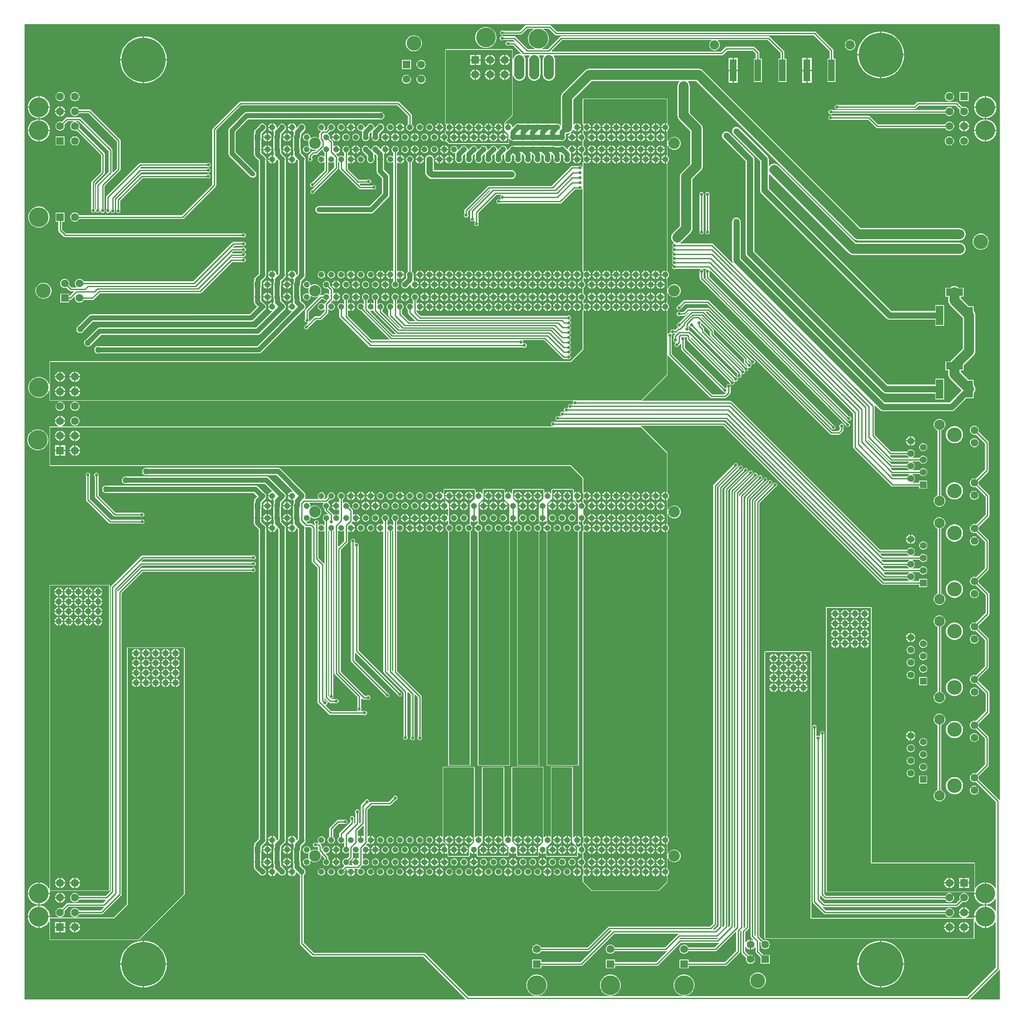
<source format=gtl>
G04*
G04 #@! TF.GenerationSoftware,Altium Limited,Altium Designer,21.3.2 (30)*
G04*
G04 Layer_Physical_Order=1*
G04 Layer_Color=255*
%FSLAX25Y25*%
%MOIN*%
G70*
G04*
G04 #@! TF.SameCoordinates,467638F3-B4FA-417D-9A7E-59FD0AE83611*
G04*
G04*
G04 #@! TF.FilePolarity,Positive*
G04*
G01*
G75*
%ADD13C,0.03937*%
%ADD14C,0.01000*%
%ADD15R,0.05512X0.17717*%
%ADD24C,0.06181*%
%ADD25R,0.06181X0.06181*%
%ADD26C,0.11811*%
%ADD27R,0.06181X0.06181*%
%ADD40C,0.02000*%
%ADD41C,0.05000*%
%ADD42C,0.07874*%
%ADD43C,0.04756*%
%ADD44C,0.09252*%
%ADD45R,0.04756X0.04756*%
%ADD46C,0.07480*%
%ADD47C,0.15748*%
%ADD48C,0.06299*%
%ADD49R,0.06299X0.06299*%
%ADD50R,0.13780X0.05906*%
%ADD51R,0.05906X0.13780*%
%ADD52R,0.05906X0.15748*%
%ADD53R,0.06299X0.06299*%
%ADD54C,0.11614*%
%ADD55C,0.08268*%
%ADD56C,0.05512*%
%ADD57R,0.05512X0.05512*%
%ADD58C,0.06102*%
%ADD59C,0.02500*%
%ADD60C,0.05000*%
%ADD61C,0.35433*%
G36*
X242720Y400530D02*
X242579Y400389D01*
X242200Y399733D01*
X242004Y399001D01*
Y398243D01*
X242200Y397511D01*
X242579Y396855D01*
X243115Y396319D01*
X243353Y396182D01*
Y395276D01*
X243469Y394690D01*
X243800Y394194D01*
X246024Y391971D01*
X245765Y391522D01*
X245261Y391657D01*
X244503D01*
X243771Y391461D01*
X243115Y391083D01*
X242579Y390547D01*
X242200Y389890D01*
X242004Y389158D01*
Y388401D01*
X242200Y387669D01*
X242579Y387012D01*
X243115Y386477D01*
X243353Y386339D01*
Y383275D01*
X242852Y383068D01*
X242712Y383208D01*
X242056Y383587D01*
X241324Y383784D01*
X240566D01*
X239834Y383587D01*
X239178Y383208D01*
X239037Y383068D01*
X238537Y383275D01*
Y384552D01*
X238758Y385085D01*
Y385781D01*
X238491Y386424D01*
X237999Y386917D01*
X237356Y387183D01*
X236660D01*
X236017Y386917D01*
X235524Y386424D01*
X235258Y385781D01*
Y385085D01*
X235478Y384552D01*
Y383086D01*
X235016Y382894D01*
X233759Y384152D01*
X233262Y384484D01*
X232677Y384600D01*
X229571D01*
X228769Y385402D01*
X228976Y385902D01*
X229513D01*
X230245Y386098D01*
X230901Y386477D01*
X231437Y387012D01*
X231816Y387669D01*
X232012Y388401D01*
Y389158D01*
X231937Y389437D01*
X232385Y389696D01*
X232483Y389599D01*
X233651Y388924D01*
X234955Y388575D01*
X236305D01*
X237609Y388924D01*
X238777Y389599D01*
X239732Y390553D01*
X240407Y391722D01*
X240756Y393026D01*
Y394376D01*
X240407Y395679D01*
X239732Y396848D01*
X238777Y397803D01*
X237609Y398477D01*
X236305Y398827D01*
X234955D01*
X233651Y398477D01*
X232483Y397803D01*
X232385Y397706D01*
X231937Y397964D01*
X232012Y398243D01*
Y399001D01*
X231816Y399733D01*
X231437Y400389D01*
X231296Y400530D01*
X231503Y401030D01*
X242512D01*
X242720Y400530D01*
D02*
G37*
G36*
X259101Y378536D02*
Y370319D01*
X254747Y365965D01*
X254285Y366157D01*
Y378536D01*
X254785Y378743D01*
X254926Y378603D01*
X255582Y378224D01*
X256314Y378028D01*
X257072D01*
X257804Y378224D01*
X258460Y378603D01*
X258600Y378743D01*
X259101Y378536D01*
D02*
G37*
G36*
X243353Y378536D02*
Y352553D01*
X242852Y352401D01*
X242814Y352459D01*
X238537Y356736D01*
Y378536D01*
X239037Y378743D01*
X239178Y378603D01*
X239834Y378224D01*
X240566Y378028D01*
X241324D01*
X242056Y378224D01*
X242712Y378603D01*
X242852Y378743D01*
X243353Y378536D01*
D02*
G37*
G36*
X247052Y378603D02*
X247289Y378465D01*
X247289Y246747D01*
X247123Y246345D01*
X246719Y246148D01*
X246569Y246119D01*
X246411Y246227D01*
X246411Y378536D01*
X246911Y378743D01*
X247052Y378603D01*
D02*
G37*
G36*
X251226Y378536D02*
X251226Y264567D01*
X251343Y263982D01*
X251674Y263486D01*
X269730Y245429D01*
Y236707D01*
X269510Y236175D01*
Y235479D01*
X269776Y234835D01*
X269905Y234707D01*
X269698Y234207D01*
X248665Y234207D01*
X244336Y238536D01*
X244482Y239096D01*
X244889Y239264D01*
X245381Y239757D01*
X245648Y240400D01*
Y241096D01*
X245381Y241739D01*
X244889Y242232D01*
X244356Y242452D01*
X243262Y243547D01*
Y244100D01*
X243762Y244252D01*
X243800Y244194D01*
X246950Y241044D01*
X247446Y240713D01*
X248031Y240597D01*
X252072D01*
X252605Y240376D01*
X253301D01*
X253944Y240642D01*
X254436Y241135D01*
X254703Y241778D01*
Y242474D01*
X254436Y243117D01*
X253944Y243609D01*
X253301Y243876D01*
X252605D01*
X252072Y243655D01*
X249361D01*
X249262Y244155D01*
X249810Y244383D01*
X250303Y244875D01*
X250569Y245518D01*
Y246214D01*
X250348Y246747D01*
X250348Y378465D01*
X250586Y378603D01*
X250727Y378743D01*
X251226Y378536D01*
D02*
G37*
G36*
X783465Y784407D02*
X783465Y784407D01*
Y784401D01*
X783823Y784330D01*
X784127Y784127D01*
X784330Y783823D01*
X784401Y783465D01*
X784407D01*
X784407Y783464D01*
Y163117D01*
X783907Y162965D01*
X783759Y163188D01*
X767372Y179574D01*
X767567Y180300D01*
Y181235D01*
X767372Y181961D01*
X775097Y189686D01*
X775429Y190182D01*
X775545Y190768D01*
Y212933D01*
X775429Y213518D01*
X775097Y214015D01*
X767372Y221739D01*
X767567Y222465D01*
Y223401D01*
X767372Y224127D01*
X775688Y232442D01*
X776019Y232938D01*
X776136Y233524D01*
Y248917D01*
X776019Y249503D01*
X775688Y249999D01*
X767372Y258314D01*
X767567Y259040D01*
Y259975D01*
X767372Y260702D01*
X775097Y268426D01*
X775429Y268923D01*
X775545Y269508D01*
Y291673D01*
X775429Y292259D01*
X775097Y292755D01*
X767372Y300480D01*
X767567Y301206D01*
Y302141D01*
X767372Y302867D01*
X775688Y311182D01*
X776019Y311679D01*
X776136Y312264D01*
Y327658D01*
X776019Y328243D01*
X775688Y328739D01*
X767372Y337054D01*
X767567Y337780D01*
Y338716D01*
X767372Y339442D01*
X775097Y347167D01*
X775429Y347663D01*
X775545Y348248D01*
Y370413D01*
X775429Y370999D01*
X775097Y371495D01*
X767372Y379220D01*
X767567Y379946D01*
Y380881D01*
X767372Y381607D01*
X775688Y389923D01*
X776019Y390419D01*
X776136Y391004D01*
Y406398D01*
X776019Y406983D01*
X775688Y407479D01*
X767372Y415795D01*
X767567Y416521D01*
Y417456D01*
X767372Y418182D01*
X775097Y425907D01*
X775429Y426403D01*
X775545Y426988D01*
Y449154D01*
X775429Y449739D01*
X775097Y450235D01*
X767372Y457960D01*
X767567Y458686D01*
Y459621D01*
X767325Y460524D01*
X766857Y461334D01*
X766196Y461995D01*
X765386Y462463D01*
X764483Y462705D01*
X763548D01*
X762645Y462463D01*
X761835Y461995D01*
X761174Y461334D01*
X760707Y460524D01*
X760465Y459621D01*
Y458686D01*
X760707Y457783D01*
X761174Y456973D01*
X761835Y456312D01*
X762645Y455844D01*
X763548Y455602D01*
X764483D01*
X765209Y455797D01*
X772486Y448520D01*
Y427622D01*
X765209Y420345D01*
X764483Y420539D01*
X763548D01*
X762645Y420297D01*
X761835Y419830D01*
X761174Y419169D01*
X760707Y418359D01*
X760465Y417456D01*
Y416521D01*
X760707Y415618D01*
X761174Y414808D01*
X761835Y414147D01*
X762645Y413679D01*
X763548Y413437D01*
X764483D01*
X765209Y413632D01*
X773077Y405764D01*
Y391637D01*
X765209Y383770D01*
X764483Y383965D01*
X763548D01*
X762645Y383723D01*
X761835Y383255D01*
X761174Y382594D01*
X760707Y381784D01*
X760464Y380881D01*
Y379946D01*
X760707Y379043D01*
X761174Y378233D01*
X761835Y377572D01*
X762645Y377104D01*
X763548Y376862D01*
X764483D01*
X765209Y377057D01*
X772486Y369780D01*
Y348882D01*
X765209Y341605D01*
X764483Y341799D01*
X763548D01*
X762645Y341557D01*
X761835Y341090D01*
X761174Y340428D01*
X760707Y339619D01*
X760464Y338716D01*
Y337780D01*
X760707Y336877D01*
X761174Y336068D01*
X761835Y335406D01*
X762645Y334939D01*
X763548Y334697D01*
X764483D01*
X765209Y334891D01*
X773077Y327024D01*
Y312897D01*
X765209Y305030D01*
X764483Y305224D01*
X763548D01*
X762645Y304982D01*
X761835Y304515D01*
X761174Y303854D01*
X760707Y303044D01*
X760464Y302141D01*
Y301206D01*
X760707Y300303D01*
X761174Y299493D01*
X761835Y298832D01*
X762645Y298364D01*
X763548Y298122D01*
X764483D01*
X765209Y298317D01*
X772486Y291040D01*
Y270141D01*
X765209Y262864D01*
X764483Y263059D01*
X763548D01*
X762645Y262817D01*
X761835Y262350D01*
X761174Y261688D01*
X760707Y260879D01*
X760464Y259975D01*
Y259040D01*
X760707Y258137D01*
X761174Y257327D01*
X761835Y256666D01*
X762645Y256199D01*
X763548Y255957D01*
X764483D01*
X765209Y256151D01*
X773077Y248284D01*
Y234157D01*
X765209Y226290D01*
X764483Y226484D01*
X763548D01*
X762645Y226242D01*
X761835Y225775D01*
X761174Y225114D01*
X760707Y224304D01*
X760464Y223401D01*
Y222465D01*
X760707Y221562D01*
X761174Y220753D01*
X761835Y220091D01*
X762645Y219624D01*
X763548Y219382D01*
X764483D01*
X765209Y219577D01*
X772486Y212300D01*
Y191401D01*
X765209Y184124D01*
X764483Y184319D01*
X763548D01*
X762645Y184077D01*
X761835Y183609D01*
X761174Y182948D01*
X760707Y182138D01*
X760464Y181235D01*
Y180300D01*
X760707Y179397D01*
X761174Y178587D01*
X761835Y177926D01*
X762645Y177459D01*
X763548Y177216D01*
X764483D01*
X765209Y177411D01*
X781148Y161473D01*
X781148Y92298D01*
X780684Y92205D01*
X780648Y92213D01*
X779688Y93649D01*
X778452Y94885D01*
X776999Y95856D01*
X775384Y96525D01*
X773669Y96866D01*
X773295D01*
Y87992D01*
Y79118D01*
X773669D01*
X775384Y79459D01*
X776999Y80128D01*
X778452Y81099D01*
X779688Y82335D01*
X780648Y83771D01*
X780684Y83779D01*
X781148Y83686D01*
Y73794D01*
X780684Y73701D01*
X780648Y73709D01*
X779688Y75145D01*
X778452Y76381D01*
X776999Y77352D01*
X775384Y78021D01*
X773669Y78362D01*
X773295D01*
Y69488D01*
Y60614D01*
X773669D01*
X775384Y60955D01*
X776999Y61624D01*
X778452Y62595D01*
X779688Y63831D01*
X780648Y65267D01*
X780684Y65275D01*
X781148Y65182D01*
Y28586D01*
X758225Y5663D01*
X358704Y5663D01*
X324310Y40058D01*
X323814Y40389D01*
X323228Y40506D01*
X234886D01*
X226726Y48665D01*
Y102747D01*
X227314Y103198D01*
X227790Y103818D01*
X228089Y104540D01*
X228191Y105315D01*
X228089Y106090D01*
X227790Y106812D01*
X227314Y107432D01*
X224411Y110336D01*
Y112811D01*
X224309Y113586D01*
X224254Y113718D01*
Y121712D01*
X224262Y121722D01*
X224561Y122444D01*
X224663Y123219D01*
Y125695D01*
X227314Y128345D01*
X227790Y128965D01*
X228089Y129687D01*
X228191Y130462D01*
X228162Y130684D01*
X228191Y130905D01*
X228191Y380906D01*
X228149Y381227D01*
X228166Y381264D01*
X228233Y381353D01*
X228603Y381608D01*
X228937Y381541D01*
X232044D01*
X233116Y380469D01*
Y354134D01*
X233233Y353549D01*
X233564Y353052D01*
X237644Y348973D01*
X237644Y241535D01*
X237760Y240950D01*
X238092Y240454D01*
X246950Y231596D01*
X247446Y231264D01*
X248031Y231148D01*
X274710Y231148D01*
X275242Y230927D01*
X275939D01*
X276582Y231194D01*
X277074Y231686D01*
X277341Y232329D01*
Y233025D01*
X277074Y233668D01*
X276582Y234161D01*
X275939Y234427D01*
X275242D01*
X274710Y234207D01*
X272822D01*
X272615Y234707D01*
X272743Y234835D01*
X273010Y235479D01*
Y236175D01*
X272789Y236707D01*
Y244276D01*
X273251Y244468D01*
X273919Y243800D01*
X274415Y243469D01*
X275000Y243353D01*
X277466D01*
X277998Y243132D01*
X278695D01*
X279338Y243398D01*
X279830Y243891D01*
X280097Y244534D01*
Y245230D01*
X279830Y245873D01*
X279338Y246365D01*
X278695Y246632D01*
X277998D01*
X277466Y246411D01*
X275634D01*
X256451Y265594D01*
Y363343D01*
X261711Y368604D01*
X262043Y369100D01*
X262159Y369685D01*
Y377878D01*
X262659Y378106D01*
X263263Y377758D01*
X264067Y377542D01*
Y380906D01*
X264567D01*
Y381405D01*
X267930D01*
X267715Y382209D01*
X267270Y382980D01*
X266641Y383609D01*
X265871Y384053D01*
X265086Y384263D01*
X264843Y384727D01*
X265648Y385533D01*
X265896Y385903D01*
X266306Y386036D01*
X266492Y386041D01*
X267200Y385632D01*
X268004Y385416D01*
Y388779D01*
Y392143D01*
X267200Y391927D01*
X266596Y391579D01*
X266096Y391807D01*
Y394685D01*
X265980Y395270D01*
X265648Y395766D01*
X263437Y397978D01*
X263508Y398243D01*
Y399001D01*
X263312Y399733D01*
X262933Y400389D01*
X262397Y400925D01*
X261741Y401304D01*
X261009Y401500D01*
X260251D01*
X259519Y401304D01*
X258863Y400925D01*
X258722Y400784D01*
X258222Y400992D01*
Y404056D01*
X258460Y404193D01*
X258996Y404729D01*
X259375Y405385D01*
X259571Y406117D01*
Y406875D01*
X259375Y407607D01*
X258996Y408263D01*
X258460Y408799D01*
X257804Y409178D01*
X257072Y409374D01*
X256314D01*
X255582Y409178D01*
X254926Y408799D01*
X254390Y408263D01*
X254011Y407607D01*
X253815Y406875D01*
Y406117D01*
X254011Y405385D01*
X254390Y404729D01*
X254926Y404193D01*
X255164Y404056D01*
Y401649D01*
X254663Y401421D01*
X254060Y401770D01*
X253256Y401985D01*
Y398622D01*
Y395259D01*
X254060Y395474D01*
X254663Y395823D01*
X255164Y395595D01*
Y391807D01*
X254663Y391579D01*
X254060Y391927D01*
X253256Y392143D01*
Y388779D01*
X252256D01*
Y392143D01*
X251452Y391927D01*
X250814Y391559D01*
X250402Y391675D01*
X250262Y391770D01*
X250232Y391924D01*
X249900Y392420D01*
X246582Y395738D01*
X246640Y396314D01*
X246649Y396319D01*
X247185Y396855D01*
X247564Y397511D01*
X247760Y398243D01*
Y399001D01*
X247564Y399733D01*
X247185Y400389D01*
X246649Y400925D01*
X246309Y401121D01*
X246225Y401739D01*
X248175Y403689D01*
X248440Y403618D01*
X249198D01*
X249930Y403814D01*
X250586Y404193D01*
X251122Y404729D01*
X251501Y405385D01*
X251697Y406117D01*
Y406875D01*
X251501Y407607D01*
X251122Y408263D01*
X250586Y408799D01*
X249930Y409178D01*
X249198Y409374D01*
X248440D01*
X247708Y409178D01*
X247052Y408799D01*
X246516Y408263D01*
X246137Y407607D01*
X245941Y406875D01*
Y406117D01*
X246012Y405852D01*
X244248Y404088D01*
X243314D01*
X243107Y404589D01*
X243248Y404729D01*
X243627Y405385D01*
X243823Y406117D01*
Y406875D01*
X243627Y407607D01*
X243248Y408263D01*
X242712Y408799D01*
X242056Y409178D01*
X241324Y409374D01*
X240566D01*
X239834Y409178D01*
X239178Y408799D01*
X238642Y408263D01*
X238263Y407607D01*
X238067Y406875D01*
Y406117D01*
X238263Y405385D01*
X238642Y404729D01*
X238783Y404589D01*
X238575Y404088D01*
X227996D01*
X227775Y404537D01*
X227790Y404556D01*
X228089Y405278D01*
X228191Y406053D01*
X228162Y406274D01*
X228191Y406496D01*
Y407087D01*
X228089Y407862D01*
X227790Y408584D01*
X227314Y409204D01*
X208416Y428101D01*
X207796Y428577D01*
X207074Y428876D01*
X206299Y428978D01*
X100811D01*
X100789Y428984D01*
X99999D01*
X99236Y428780D01*
X98552Y428385D01*
X97993Y427826D01*
X97598Y427142D01*
X97394Y426379D01*
Y425589D01*
X97598Y424826D01*
X97993Y424142D01*
X98552Y423584D01*
X99236Y423189D01*
X99999Y422984D01*
X100789D01*
X100811Y422990D01*
X205059D01*
X217675Y410374D01*
X217468Y409874D01*
X216878D01*
X216019Y409644D01*
X215249Y409199D01*
X214620Y408570D01*
X214175Y407800D01*
X213960Y406996D01*
X217323D01*
Y406496D01*
X217823D01*
Y403133D01*
X218267Y403252D01*
X218719Y402855D01*
X218675Y402525D01*
Y399908D01*
X218667Y399898D01*
X218651Y399859D01*
X218578Y399733D01*
X218540Y399592D01*
X218368Y399175D01*
X218266Y398400D01*
Y388558D01*
X218368Y387783D01*
X218422Y387651D01*
Y384686D01*
X218443Y384533D01*
X218067Y384203D01*
X217823Y384269D01*
Y380906D01*
Y377542D01*
X218627Y377758D01*
X219397Y378203D01*
X220026Y378831D01*
X220471Y379602D01*
X220701Y380461D01*
Y380514D01*
X221163Y380705D01*
X222203Y379665D01*
X222203Y131702D01*
X221201Y130701D01*
X220701Y130908D01*
Y131350D01*
X220471Y132209D01*
X220026Y132980D01*
X219397Y133608D01*
X218627Y134053D01*
X217823Y134269D01*
Y130905D01*
Y127542D01*
X218267Y127661D01*
X218719Y127265D01*
X218675Y126935D01*
Y124318D01*
X218667Y124307D01*
X218651Y124269D01*
X218578Y124142D01*
X218540Y124001D01*
X218368Y123585D01*
X218266Y122810D01*
Y112967D01*
X218368Y112192D01*
X218422Y112060D01*
Y109095D01*
X218443Y108942D01*
X218067Y108613D01*
X217823Y108678D01*
Y105315D01*
Y101952D01*
X218627Y102167D01*
X219397Y102612D01*
X220026Y103241D01*
X220471Y104011D01*
X220701Y104870D01*
Y104923D01*
X221163Y105115D01*
X223080Y103198D01*
X223668Y102747D01*
Y48031D01*
X223784Y47446D01*
X224115Y46950D01*
X233171Y37895D01*
X233667Y37563D01*
X234252Y37447D01*
X322595D01*
X356548Y3494D01*
X356341Y2994D01*
X3937D01*
X3937Y2994D01*
Y3001D01*
X3579Y3072D01*
X3275Y3275D01*
X3072Y3579D01*
X3001Y3937D01*
X2994D01*
X2994Y3937D01*
Y783465D01*
X3001D01*
X3072Y783823D01*
X3275Y784127D01*
X3579Y784330D01*
X3937Y784401D01*
Y784407D01*
X3937Y784407D01*
X783464D01*
X783465Y784407D01*
D02*
G37*
G36*
X784407Y26942D02*
Y3937D01*
X784407Y3937D01*
X784401D01*
X784330Y3579D01*
X784127Y3275D01*
X783823Y3072D01*
X783465Y3001D01*
Y2994D01*
X783465Y2994D01*
X760589D01*
X760381Y3494D01*
X783759Y26871D01*
X783907Y27094D01*
X784407Y26942D01*
D02*
G37*
%LPC*%
G36*
X373463Y782075D02*
X371813D01*
X370195Y781753D01*
X368671Y781122D01*
X367300Y780205D01*
X366133Y779039D01*
X365217Y777667D01*
X364586Y776143D01*
X364264Y774526D01*
Y772876D01*
X364586Y771258D01*
X365217Y769734D01*
X366133Y768363D01*
X367300Y767196D01*
X368671Y766280D01*
X370195Y765649D01*
X371813Y765327D01*
X373463D01*
X375080Y765649D01*
X376604Y766280D01*
X377976Y767196D01*
X379142Y768363D01*
X380059Y769734D01*
X380690Y771258D01*
X381012Y772876D01*
Y774526D01*
X380690Y776143D01*
X380059Y777667D01*
X379142Y779039D01*
X377976Y780205D01*
X376604Y781122D01*
X375080Y781753D01*
X373463Y782075D01*
D02*
G37*
G36*
X665125Y771957D02*
X664009D01*
X662930Y771668D01*
X661963Y771109D01*
X661174Y770320D01*
X660616Y769353D01*
X660327Y768275D01*
Y767158D01*
X660616Y766080D01*
X661174Y765113D01*
X661963Y764324D01*
X662930Y763765D01*
X664009Y763476D01*
X665125D01*
X666204Y763765D01*
X667170Y764324D01*
X667960Y765113D01*
X668518Y766080D01*
X668807Y767158D01*
Y768275D01*
X668518Y769353D01*
X667960Y770320D01*
X667170Y771109D01*
X666204Y771668D01*
X665125Y771957D01*
D02*
G37*
G36*
X315592Y775520D02*
X314330D01*
X313092Y775274D01*
X311927Y774791D01*
X310877Y774090D01*
X309985Y773198D01*
X309284Y772148D01*
X308801Y770983D01*
X308555Y769745D01*
Y768483D01*
X308801Y767246D01*
X309284Y766080D01*
X309985Y765031D01*
X310877Y764139D01*
X311927Y763438D01*
X313092Y762955D01*
X314330Y762709D01*
X315592D01*
X316829Y762955D01*
X317995Y763438D01*
X319044Y764139D01*
X319936Y765031D01*
X320637Y766080D01*
X321120Y767246D01*
X321366Y768483D01*
Y769745D01*
X321120Y770983D01*
X320637Y772148D01*
X319936Y773198D01*
X319044Y774090D01*
X317995Y774791D01*
X316829Y775274D01*
X315592Y775520D01*
D02*
G37*
G36*
X690203Y778559D02*
X689476D01*
Y760343D01*
X707693D01*
Y761069D01*
X707373Y763502D01*
X706738Y765872D01*
X705799Y768138D01*
X704572Y770263D01*
X703078Y772210D01*
X701343Y773945D01*
X699397Y775438D01*
X697272Y776665D01*
X695006Y777604D01*
X692636Y778239D01*
X690203Y778559D01*
D02*
G37*
G36*
X688476D02*
X687750D01*
X685317Y778239D01*
X682947Y777604D01*
X680681Y776665D01*
X678556Y775438D01*
X676609Y773945D01*
X674874Y772210D01*
X673381Y770263D01*
X672154Y768138D01*
X671215Y765872D01*
X670580Y763502D01*
X670260Y761069D01*
Y760343D01*
X688476D01*
Y778559D01*
D02*
G37*
G36*
X99652Y774622D02*
X98925D01*
Y756405D01*
X117142D01*
Y757132D01*
X116822Y759565D01*
X116186Y761935D01*
X115248Y764201D01*
X114021Y766326D01*
X112527Y768273D01*
X110792Y770008D01*
X108846Y771501D01*
X106721Y772728D01*
X104454Y773667D01*
X102085Y774302D01*
X99652Y774622D01*
D02*
G37*
G36*
X97925D02*
X97198D01*
X94766Y774302D01*
X92396Y773667D01*
X90129Y772728D01*
X88004Y771501D01*
X86058Y770008D01*
X84323Y768273D01*
X82830Y766326D01*
X81603Y764201D01*
X80664Y761935D01*
X80029Y759565D01*
X79709Y757132D01*
Y756405D01*
X97925D01*
Y774622D01*
D02*
G37*
G36*
X321339Y755697D02*
X320393D01*
X319480Y755452D01*
X318661Y754979D01*
X317993Y754311D01*
X317520Y753492D01*
X317276Y752579D01*
Y751634D01*
X317520Y750720D01*
X317993Y749902D01*
X318661Y749233D01*
X319480Y748760D01*
X320393Y748516D01*
X321339D01*
X322252Y748760D01*
X323071Y749233D01*
X323739Y749902D01*
X324212Y750720D01*
X324457Y751634D01*
Y752579D01*
X324212Y753492D01*
X323739Y754311D01*
X323071Y754979D01*
X322252Y755452D01*
X321339Y755697D01*
D02*
G37*
G36*
X312646D02*
X305465D01*
Y748516D01*
X312646D01*
Y755697D01*
D02*
G37*
G36*
X633677Y757299D02*
X630421D01*
Y747941D01*
X633677D01*
Y757299D01*
D02*
G37*
G36*
X574622D02*
X571366D01*
Y747941D01*
X574622D01*
Y757299D01*
D02*
G37*
G36*
X570366D02*
X567110D01*
Y747941D01*
X570366D01*
Y757299D01*
D02*
G37*
G36*
X629421D02*
X626165D01*
Y747941D01*
X629421D01*
Y757299D01*
D02*
G37*
G36*
X707693Y759342D02*
X689476D01*
Y741126D01*
X690203D01*
X692636Y741446D01*
X695006Y742081D01*
X697272Y743020D01*
X699397Y744247D01*
X701343Y745741D01*
X703078Y747475D01*
X704572Y749422D01*
X705799Y751547D01*
X706738Y753813D01*
X707373Y756183D01*
X707693Y758616D01*
Y759342D01*
D02*
G37*
G36*
X688476D02*
X670260D01*
Y758616D01*
X670580Y756183D01*
X671215Y753813D01*
X672154Y751547D01*
X673381Y749422D01*
X674874Y747475D01*
X676609Y745741D01*
X678556Y744247D01*
X680681Y743020D01*
X682947Y742081D01*
X685317Y741446D01*
X687750Y741126D01*
X688476D01*
Y759342D01*
D02*
G37*
G36*
X423819Y783813D02*
X405315D01*
X404730Y783696D01*
X404234Y783365D01*
X399957Y779088D01*
X386707D01*
X386175Y779309D01*
X385479D01*
X384836Y779043D01*
X384343Y778550D01*
X384077Y777907D01*
Y777211D01*
X384343Y776568D01*
X384836Y776076D01*
X385479Y775809D01*
X386175D01*
X386707Y776030D01*
X400591D01*
X401176Y776146D01*
X401672Y776478D01*
X405948Y780754D01*
X410814D01*
X410912Y780264D01*
X410797Y780216D01*
X409426Y779300D01*
X408259Y778133D01*
X407343Y776762D01*
X406712Y775238D01*
X406390Y773620D01*
Y771971D01*
X406712Y770353D01*
X407343Y768829D01*
X408259Y767457D01*
X409426Y766291D01*
X410797Y765374D01*
X411649Y765022D01*
X411550Y764522D01*
X406342D01*
X396554Y774310D01*
X396058Y774641D01*
X395472Y774758D01*
X386511D01*
X385978Y774978D01*
X385282D01*
X384639Y774712D01*
X384146Y774220D01*
X383880Y773576D01*
Y772880D01*
X384146Y772237D01*
X384639Y771745D01*
X385282Y771478D01*
X385978D01*
X386511Y771699D01*
X394839D01*
X395731Y770807D01*
X395484Y770346D01*
X395079Y770427D01*
X391235D01*
X390702Y770648D01*
X390006D01*
X389363Y770381D01*
X388871Y769889D01*
X388604Y769246D01*
Y768549D01*
X388871Y767906D01*
X389363Y767414D01*
X390006Y767148D01*
X390702D01*
X391235Y767368D01*
X394445D01*
X400684Y761129D01*
X400451Y760656D01*
X399606Y760767D01*
X398318Y760597D01*
X397116Y760100D01*
X396085Y759308D01*
X395294Y758277D01*
X394796Y757076D01*
X394742Y756663D01*
X394242Y756696D01*
Y763779D01*
X394083Y764162D01*
X393701Y764321D01*
X340551D01*
X340168Y764162D01*
X340010Y763779D01*
Y704500D01*
X340051Y704401D01*
Y704293D01*
X340127Y704217D01*
X340168Y704117D01*
X340268Y704076D01*
X340344Y704000D01*
X340644Y703876D01*
X340679Y703843D01*
X340859Y703395D01*
X340862Y703299D01*
X340860Y703290D01*
X340625Y702882D01*
X340429Y702151D01*
Y701393D01*
X340625Y700661D01*
X340860Y700254D01*
X340862Y700245D01*
X340859Y700148D01*
X340679Y699701D01*
X340644Y699668D01*
X340344Y699543D01*
X340268Y699467D01*
X340168Y699426D01*
X340127Y699327D01*
X340051Y699250D01*
Y699143D01*
X340010Y699043D01*
Y697425D01*
X339870Y697318D01*
Y693898D01*
Y690534D01*
X340674Y690750D01*
X340859Y690857D01*
X343121Y688594D01*
X343504Y688435D01*
X343504Y688435D01*
X390748D01*
X391131Y688594D01*
X391289Y688976D01*
Y692557D01*
X391789Y692656D01*
X391895Y692401D01*
X392371Y691781D01*
X392991Y691305D01*
X393713Y691006D01*
X394488Y690904D01*
X433858D01*
X434633Y691006D01*
X435355Y691305D01*
X435975Y691781D01*
X436451Y692401D01*
X436750Y693123D01*
X436852Y693898D01*
Y696510D01*
X437240Y696865D01*
X437795Y696792D01*
X439084Y696962D01*
X439790Y697254D01*
X440012Y696805D01*
X439658Y696601D01*
X439029Y695972D01*
X438585Y695201D01*
X438369Y694398D01*
X441232D01*
Y697261D01*
X440642Y697102D01*
X440416Y697560D01*
X441316Y698250D01*
X442108Y699282D01*
X442350Y699867D01*
X442849Y699900D01*
X442966Y699697D01*
X443595Y699069D01*
X444365Y698624D01*
X445169Y698409D01*
Y701772D01*
Y705135D01*
X444365Y704919D01*
X443595Y704475D01*
X443275Y704154D01*
X442775Y704361D01*
Y723922D01*
X457574Y738721D01*
X527526D01*
X527687Y738248D01*
X527581Y738167D01*
X526790Y737136D01*
X526292Y735934D01*
X526123Y734646D01*
Y711221D01*
X526123Y711221D01*
X526292Y709932D01*
X526790Y708731D01*
X527581Y707699D01*
X536359Y698922D01*
Y672535D01*
X529747Y665923D01*
X528955Y664891D01*
X528458Y663690D01*
X528288Y662402D01*
X528288Y662401D01*
Y622929D01*
X522463Y617104D01*
X521672Y616073D01*
X521174Y614872D01*
X521005Y613583D01*
X521174Y612294D01*
X521672Y611093D01*
X522463Y610062D01*
X523194Y609501D01*
X523198Y609480D01*
X523084Y608955D01*
X522631Y608767D01*
X522139Y608275D01*
X521872Y607632D01*
Y606935D01*
X522139Y606292D01*
X522631Y605800D01*
X522673Y605782D01*
Y605241D01*
X522631Y605224D01*
X522139Y604732D01*
X521872Y604088D01*
Y603392D01*
X522139Y602749D01*
X522631Y602257D01*
X522673Y602239D01*
Y601698D01*
X522631Y601680D01*
X522139Y601188D01*
X521872Y600545D01*
Y599849D01*
X522139Y599206D01*
X522516Y598828D01*
X522587Y598524D01*
X522516Y598219D01*
X522139Y597842D01*
X521872Y597198D01*
Y596502D01*
X522139Y595859D01*
X522516Y595481D01*
X522587Y595177D01*
X522516Y594873D01*
X522139Y594495D01*
X521872Y593852D01*
Y593156D01*
X522139Y592513D01*
X522631Y592020D01*
X522673Y592003D01*
Y591462D01*
X522631Y591444D01*
X522139Y590952D01*
X521872Y590309D01*
Y589612D01*
X522139Y588969D01*
X522631Y588477D01*
X523274Y588211D01*
X523970D01*
X524503Y588431D01*
X544455D01*
X544554Y587931D01*
X544481Y587901D01*
X543989Y587409D01*
X543722Y586765D01*
Y586069D01*
X543943Y585537D01*
Y580709D01*
X544060Y580123D01*
X544391Y579627D01*
X660894Y463124D01*
X661115Y462591D01*
X661607Y462099D01*
X662250Y461833D01*
X662947D01*
X663590Y462099D01*
X664082Y462591D01*
X664348Y463235D01*
Y463931D01*
X664082Y464574D01*
X663590Y465066D01*
X663057Y465287D01*
X547002Y581342D01*
Y585537D01*
X547222Y586069D01*
Y586765D01*
X546956Y587409D01*
X546464Y587901D01*
X546390Y587931D01*
X546490Y588431D01*
X549179D01*
X549279Y587931D01*
X549206Y587901D01*
X548713Y587409D01*
X548447Y586765D01*
Y586069D01*
X548667Y585537D01*
Y581496D01*
X548784Y580911D01*
X549115Y580415D01*
X662108Y467422D01*
X662354Y467258D01*
X662591Y467020D01*
X663235Y466754D01*
X663931D01*
X664574Y467020D01*
X665066Y467513D01*
X665333Y468156D01*
Y468852D01*
X665066Y469495D01*
X664574Y469987D01*
X663931Y470254D01*
X663602D01*
X551726Y582130D01*
Y585537D01*
X551947Y586069D01*
Y586719D01*
X552069Y586820D01*
X552404Y586969D01*
X666874Y472499D01*
Y445574D01*
X666990Y444988D01*
X667321Y444492D01*
X697324Y414489D01*
X697820Y414158D01*
X698406Y414042D01*
X719776D01*
Y412315D01*
X726287D01*
Y418827D01*
X719776D01*
Y417100D01*
X714511D01*
X714398Y417600D01*
X715031Y417966D01*
X715637Y418572D01*
X716066Y419314D01*
X716287Y420142D01*
Y420999D01*
X716066Y421828D01*
X715637Y422570D01*
X715031Y423176D01*
X714398Y423541D01*
X714511Y424042D01*
X720155D01*
X720426Y423572D01*
X721032Y422965D01*
X721775Y422537D01*
X722603Y422315D01*
X723460D01*
X724288Y422537D01*
X725031Y422965D01*
X725637Y423572D01*
X726065Y424314D01*
X726287Y425142D01*
Y425999D01*
X726065Y426828D01*
X725637Y427570D01*
X725031Y428176D01*
X724288Y428605D01*
X723460Y428827D01*
X722603D01*
X721775Y428605D01*
X721032Y428176D01*
X720426Y427570D01*
X720155Y427100D01*
X714511D01*
X714398Y427600D01*
X715031Y427965D01*
X715637Y428572D01*
X716066Y429314D01*
X716287Y430142D01*
Y431000D01*
X716066Y431828D01*
X715637Y432570D01*
X715031Y433176D01*
X714398Y433541D01*
X714511Y434042D01*
X720155D01*
X720426Y433572D01*
X721032Y432966D01*
X721775Y432537D01*
X722603Y432315D01*
X723460D01*
X724288Y432537D01*
X725031Y432966D01*
X725637Y433572D01*
X726065Y434314D01*
X726287Y435142D01*
Y435999D01*
X726065Y436828D01*
X725637Y437570D01*
X725031Y438176D01*
X724288Y438605D01*
X723460Y438827D01*
X722603D01*
X721775Y438605D01*
X721032Y438176D01*
X720426Y437570D01*
X720155Y437100D01*
X714511D01*
X714398Y437600D01*
X715031Y437965D01*
X715637Y438572D01*
X716066Y439314D01*
X716287Y440142D01*
Y441000D01*
X716066Y441828D01*
X715637Y442570D01*
X715031Y443176D01*
X714288Y443605D01*
X713460Y443827D01*
X712603D01*
X711775Y443605D01*
X711032Y443176D01*
X710426Y442570D01*
X710155Y442100D01*
X697464D01*
X684163Y455402D01*
Y478390D01*
X684052Y478950D01*
X684073Y478981D01*
X684511Y479198D01*
X688252Y475456D01*
X688983Y474895D01*
X689834Y474543D01*
X690748Y474423D01*
X745669D01*
X746583Y474543D01*
X747434Y474895D01*
X748166Y475456D01*
X757445Y484736D01*
X763295D01*
Y488552D01*
X763364Y488605D01*
X764155Y489636D01*
X764652Y490837D01*
X764822Y492126D01*
X764652Y493415D01*
X764155Y494616D01*
X763364Y495647D01*
X763295Y495716D01*
Y499516D01*
X759495D01*
X753011Y506000D01*
Y507177D01*
X755421D01*
Y510977D01*
X763364Y518920D01*
X763364Y518920D01*
X764155Y519951D01*
X764652Y521152D01*
X764822Y522441D01*
X764822Y522441D01*
Y551181D01*
X764652Y552470D01*
X764155Y553671D01*
X763364Y554702D01*
X763364Y554702D01*
X763295Y554771D01*
Y558571D01*
X759495D01*
X753011Y565055D01*
Y566232D01*
X755421D01*
Y573138D01*
X751605D01*
X751553Y573206D01*
X750521Y573997D01*
X749320Y574495D01*
X748032Y574665D01*
X746743Y574495D01*
X745542Y573997D01*
X744510Y573206D01*
X744458Y573138D01*
X740642D01*
Y566232D01*
X743052D01*
Y562992D01*
X743052Y562992D01*
X743222Y561703D01*
X743719Y560502D01*
X744510Y559471D01*
X754863Y549119D01*
Y524504D01*
X744511Y514151D01*
X744458Y514083D01*
X740642D01*
Y507177D01*
X743052D01*
Y503937D01*
X743052Y503937D01*
X743222Y502648D01*
X743719Y501447D01*
X744511Y500416D01*
X753825Y491101D01*
X744207Y481483D01*
X692210D01*
X576955Y596738D01*
Y625984D01*
X576835Y626898D01*
X576482Y627749D01*
X575921Y628480D01*
X575190Y629041D01*
X574339Y629394D01*
X573425Y629515D01*
X572511Y629394D01*
X571660Y629041D01*
X570929Y628480D01*
X570368Y627749D01*
X570015Y626898D01*
X569895Y625984D01*
Y595276D01*
X570015Y594362D01*
X570368Y593510D01*
X569968Y593219D01*
X554822Y608365D01*
X554325Y608696D01*
X553740Y608813D01*
X528565D01*
X528548Y608898D01*
X528530Y609313D01*
X529505Y610062D01*
X536789Y617345D01*
X536789Y617345D01*
X537580Y618376D01*
X538078Y619577D01*
X538247Y620866D01*
Y660339D01*
X544860Y666951D01*
X545651Y667983D01*
X546148Y669184D01*
X546318Y670472D01*
X546318Y670472D01*
Y700984D01*
X546148Y702273D01*
X545651Y703474D01*
X544860Y704505D01*
X536082Y713283D01*
Y734646D01*
X535912Y735934D01*
X535415Y737136D01*
X534623Y738167D01*
X534518Y738248D01*
X534679Y738721D01*
X541245D01*
X667345Y612621D01*
X667345Y612621D01*
X668376Y611829D01*
X669577Y611332D01*
X670866Y611162D01*
X752106D01*
X753395Y611332D01*
X754596Y611829D01*
X755537Y612551D01*
X755697D01*
Y612711D01*
X756419Y613652D01*
X756916Y614853D01*
X757086Y616142D01*
X756916Y617431D01*
X756419Y618632D01*
X755697Y619572D01*
Y619732D01*
X755537D01*
X754596Y620454D01*
X753395Y620952D01*
X752106Y621121D01*
X672929D01*
X546828Y747222D01*
X545797Y748013D01*
X544596Y748511D01*
X543307Y748680D01*
X543307Y748680D01*
X455512D01*
X454223Y748511D01*
X453022Y748013D01*
X451991Y747222D01*
X434274Y729505D01*
X433483Y728474D01*
X432985Y727273D01*
X432816Y725984D01*
X432816Y725984D01*
Y703697D01*
X432316Y703527D01*
X432038Y703889D01*
X431418Y704365D01*
X431119Y704489D01*
X430696Y704664D01*
X429921Y704766D01*
X398425D01*
X397650Y704664D01*
X397227Y704489D01*
X396928Y704365D01*
X396308Y703889D01*
X394391Y701972D01*
X393929Y702163D01*
Y702216D01*
X393699Y703076D01*
X393254Y703846D01*
X392625Y704475D01*
X391855Y704919D01*
X391051Y705135D01*
Y701772D01*
X390051D01*
Y705135D01*
X389247Y704919D01*
X388477Y704475D01*
X388405Y704402D01*
X387943Y704594D01*
Y705091D01*
X394083Y711232D01*
X394242Y711614D01*
X394242Y711614D01*
Y743068D01*
X394742Y743101D01*
X394796Y742688D01*
X395294Y741487D01*
X396085Y740455D01*
X397116Y739664D01*
X398318Y739166D01*
X399606Y738997D01*
X400895Y739166D01*
X402096Y739664D01*
X403127Y740455D01*
X403919Y741487D01*
X404416Y742688D01*
X404586Y743976D01*
Y755787D01*
X404416Y757076D01*
X403919Y758277D01*
X403369Y758994D01*
X403615Y759494D01*
X407409D01*
X407655Y758994D01*
X407105Y758277D01*
X406607Y757076D01*
X406438Y755787D01*
Y743976D01*
X406607Y742688D01*
X407105Y741487D01*
X407896Y740455D01*
X408927Y739664D01*
X410128Y739166D01*
X411417Y738997D01*
X412706Y739166D01*
X413907Y739664D01*
X414938Y740455D01*
X415730Y741487D01*
X416227Y742688D01*
X416397Y743976D01*
Y755787D01*
X416227Y757076D01*
X415730Y758277D01*
X415180Y758994D01*
X415426Y759494D01*
X419219D01*
X419466Y758994D01*
X418916Y758277D01*
X418418Y757076D01*
X418249Y755787D01*
Y743976D01*
X418418Y742688D01*
X418916Y741487D01*
X419707Y740455D01*
X420739Y739664D01*
X421940Y739166D01*
X423228Y738997D01*
X424517Y739166D01*
X425718Y739664D01*
X426750Y740455D01*
X427541Y741487D01*
X428038Y742688D01*
X428208Y743976D01*
Y755787D01*
X428038Y757076D01*
X427541Y758277D01*
X426991Y758994D01*
X427237Y759494D01*
X561614D01*
X562199Y759611D01*
X562696Y759942D01*
X565988Y763234D01*
X586571D01*
X588825Y760981D01*
Y756799D01*
X587295D01*
Y738083D01*
X593807D01*
Y756799D01*
X591884D01*
Y761614D01*
X591767Y762199D01*
X591436Y762696D01*
X588286Y765845D01*
X587790Y766177D01*
X587205Y766293D01*
X565354D01*
X564769Y766177D01*
X564273Y765845D01*
X560981Y762553D01*
X425409D01*
X425217Y763015D01*
X433901Y771699D01*
X553323D01*
X553457Y771199D01*
X553302Y771109D01*
X552513Y770320D01*
X551954Y769353D01*
X551665Y768275D01*
Y767158D01*
X551954Y766080D01*
X552513Y765113D01*
X553302Y764324D01*
X554269Y763765D01*
X555347Y763476D01*
X556464D01*
X557542Y763765D01*
X558509Y764324D01*
X559299Y765113D01*
X559857Y766080D01*
X560146Y767158D01*
Y768275D01*
X559857Y769353D01*
X559299Y770320D01*
X558509Y771109D01*
X558354Y771199D01*
X558488Y771699D01*
X598382D01*
X608707Y761374D01*
Y756799D01*
X606980D01*
Y738083D01*
X613492D01*
Y756799D01*
X611766D01*
Y762008D01*
X611649Y762593D01*
X611318Y763089D01*
X600097Y774310D01*
X599601Y774641D01*
X599016Y774758D01*
X433268D01*
X432682Y774641D01*
X432186Y774310D01*
X422398Y764522D01*
X417978D01*
X417879Y765022D01*
X418730Y765374D01*
X420102Y766291D01*
X421268Y767457D01*
X422185Y768829D01*
X422816Y770353D01*
X423138Y771971D01*
Y773620D01*
X422816Y775238D01*
X422185Y776762D01*
X421268Y778133D01*
X420102Y779300D01*
X418730Y780216D01*
X418616Y780264D01*
X418713Y780754D01*
X423185D01*
X428052Y775887D01*
X428549Y775556D01*
X429134Y775439D01*
X635390D01*
X648077Y762752D01*
Y756799D01*
X646350D01*
Y738083D01*
X652862D01*
Y756799D01*
X651136D01*
Y763386D01*
X651019Y763971D01*
X650688Y764467D01*
X637105Y778050D01*
X636609Y778381D01*
X636024Y778498D01*
X429767D01*
X424900Y783365D01*
X424404Y783696D01*
X423819Y783813D01*
D02*
G37*
G36*
X633677Y746941D02*
X630421D01*
Y737583D01*
X633677D01*
Y746941D01*
D02*
G37*
G36*
X629421D02*
X626165D01*
Y737583D01*
X629421D01*
Y746941D01*
D02*
G37*
G36*
X574622D02*
X571366D01*
Y737583D01*
X574622D01*
Y746941D01*
D02*
G37*
G36*
X570366D02*
X567110D01*
Y737583D01*
X570366D01*
Y746941D01*
D02*
G37*
G36*
X117142Y755406D02*
X98925D01*
Y737189D01*
X99652D01*
X102085Y737509D01*
X104454Y738144D01*
X106721Y739083D01*
X108846Y740310D01*
X110792Y741804D01*
X112527Y743538D01*
X114021Y745485D01*
X115248Y747610D01*
X116186Y749876D01*
X116822Y752246D01*
X117142Y754679D01*
Y755406D01*
D02*
G37*
G36*
X97925D02*
X79709D01*
Y754679D01*
X80029Y752246D01*
X80664Y749876D01*
X81603Y747610D01*
X82830Y745485D01*
X84323Y743538D01*
X86058Y741804D01*
X88004Y740310D01*
X90129Y739083D01*
X92396Y738144D01*
X94766Y737509D01*
X97198Y737189D01*
X97925D01*
Y755406D01*
D02*
G37*
G36*
X321339Y743886D02*
X320393D01*
X319480Y743641D01*
X318661Y743168D01*
X317993Y742500D01*
X317520Y741681D01*
X317276Y740768D01*
Y739823D01*
X317520Y738909D01*
X317993Y738091D01*
X318661Y737422D01*
X319480Y736949D01*
X320393Y736705D01*
X321339D01*
X322252Y736949D01*
X323071Y737422D01*
X323739Y738091D01*
X324212Y738909D01*
X324457Y739823D01*
Y740768D01*
X324212Y741681D01*
X323739Y742500D01*
X323071Y743168D01*
X322252Y743641D01*
X321339Y743886D01*
D02*
G37*
G36*
X309528D02*
X308582D01*
X307669Y743641D01*
X306851Y743168D01*
X306182Y742500D01*
X305709Y741681D01*
X305465Y740768D01*
Y739823D01*
X305709Y738909D01*
X306182Y738091D01*
X306851Y737422D01*
X307669Y736949D01*
X308582Y736705D01*
X309528D01*
X310441Y736949D01*
X311260Y737422D01*
X311928Y738091D01*
X312401Y738909D01*
X312646Y739823D01*
Y740768D01*
X312401Y741681D01*
X311928Y742500D01*
X311260Y743168D01*
X310441Y743641D01*
X309528Y743886D01*
D02*
G37*
G36*
X43906Y730028D02*
X42945D01*
X42017Y729779D01*
X41184Y729298D01*
X40505Y728619D01*
X40024Y727787D01*
X39776Y726858D01*
Y725898D01*
X40024Y724969D01*
X40505Y724137D01*
X41184Y723457D01*
X42017Y722977D01*
X42945Y722728D01*
X43906D01*
X44834Y722977D01*
X45666Y723457D01*
X46346Y724137D01*
X46826Y724969D01*
X47075Y725898D01*
Y726858D01*
X46826Y727787D01*
X46346Y728619D01*
X45666Y729298D01*
X44834Y729779D01*
X43906Y730028D01*
D02*
G37*
G36*
X32095D02*
X31134D01*
X30206Y729779D01*
X29373Y729298D01*
X28694Y728619D01*
X28213Y727787D01*
X27965Y726858D01*
Y725898D01*
X28213Y724969D01*
X28694Y724137D01*
X29373Y723457D01*
X30206Y722977D01*
X31134Y722728D01*
X32095D01*
X33023Y722977D01*
X33855Y723457D01*
X34535Y724137D01*
X35015Y724969D01*
X35264Y725898D01*
Y726858D01*
X35015Y727787D01*
X34535Y728619D01*
X33855Y729298D01*
X33023Y729779D01*
X32095Y730028D01*
D02*
G37*
G36*
X759437Y730027D02*
X752138D01*
Y722728D01*
X759437D01*
Y730027D01*
D02*
G37*
G36*
X744457D02*
X743496D01*
X742568Y729779D01*
X741736Y729298D01*
X741056Y728619D01*
X740576Y727787D01*
X740327Y726858D01*
Y725898D01*
X740576Y724969D01*
X741056Y724137D01*
X741736Y723457D01*
X742568Y722977D01*
X743496Y722728D01*
X744457D01*
X745385Y722977D01*
X746217Y723457D01*
X746897Y724137D01*
X747377Y724969D01*
X747626Y725898D01*
Y726858D01*
X747377Y727787D01*
X746897Y728619D01*
X746217Y729298D01*
X745385Y729779D01*
X744457Y730027D01*
D02*
G37*
G36*
X749685Y722199D02*
X718898D01*
X718312Y722082D01*
X717816Y721751D01*
X715705Y719640D01*
X654818D01*
X654285Y719860D01*
X653589D01*
X652946Y719594D01*
X652453Y719101D01*
X652187Y718458D01*
Y717762D01*
X652453Y717119D01*
X652946Y716627D01*
X653589Y716360D01*
X654285D01*
X654818Y716581D01*
X716339D01*
X716924Y716697D01*
X717420Y717029D01*
X719531Y719140D01*
X749052D01*
X752351Y715841D01*
X752138Y715047D01*
Y714086D01*
X752387Y713158D01*
X752867Y712326D01*
X753546Y711647D01*
X754379Y711166D01*
X755307Y710917D01*
X756268D01*
X757196Y711166D01*
X758028Y711647D01*
X758708Y712326D01*
X759188Y713158D01*
X759437Y714086D01*
Y715047D01*
X759188Y715976D01*
X758708Y716808D01*
X758028Y717487D01*
X757196Y717968D01*
X756268Y718217D01*
X755307D01*
X754513Y718004D01*
X750767Y721751D01*
X750270Y722082D01*
X749685Y722199D01*
D02*
G37*
G36*
X773669Y726787D02*
X773295D01*
Y718413D01*
X781669D01*
Y718787D01*
X781328Y720502D01*
X780659Y722117D01*
X779688Y723570D01*
X778452Y724806D01*
X776999Y725777D01*
X775384Y726446D01*
X773669Y726787D01*
D02*
G37*
G36*
X15480D02*
X15106D01*
Y718413D01*
X23480D01*
Y718787D01*
X23139Y720502D01*
X22470Y722117D01*
X21499Y723570D01*
X20263Y724806D01*
X18810Y725777D01*
X17195Y726446D01*
X15480Y726787D01*
D02*
G37*
G36*
X772295D02*
X771921D01*
X770207Y726446D01*
X768592Y725777D01*
X767138Y724806D01*
X765902Y723570D01*
X764931Y722117D01*
X764262Y720502D01*
X763921Y718787D01*
Y718413D01*
X772295D01*
Y726787D01*
D02*
G37*
G36*
X14106D02*
X13732D01*
X12018Y726446D01*
X10403Y725777D01*
X8950Y724806D01*
X7713Y723570D01*
X6742Y722117D01*
X6073Y720502D01*
X5732Y718787D01*
Y718413D01*
X14106D01*
Y726787D01*
D02*
G37*
G36*
X32160Y718716D02*
X32114D01*
Y715067D01*
X35764D01*
Y715113D01*
X35481Y716169D01*
X34935Y717115D01*
X34162Y717887D01*
X33216Y718434D01*
X32160Y718716D01*
D02*
G37*
G36*
X31114D02*
X31068D01*
X30013Y718434D01*
X29066Y717887D01*
X28294Y717115D01*
X27747Y716169D01*
X27465Y715113D01*
Y715067D01*
X31114D01*
Y718716D01*
D02*
G37*
G36*
X744457Y718217D02*
X743496D01*
X742568Y717968D01*
X741736Y717487D01*
X741056Y716808D01*
X740576Y715976D01*
X740526Y715793D01*
X649303D01*
X648969Y715726D01*
X648668D01*
X648025Y715460D01*
X647532Y714968D01*
X647266Y714325D01*
Y713628D01*
X647532Y712985D01*
X648025Y712493D01*
X648668Y712226D01*
X649364D01*
X650007Y712493D01*
X650248Y712734D01*
X740820D01*
X741056Y712326D01*
X741736Y711647D01*
X742568Y711166D01*
X743496Y710917D01*
X744457D01*
X745385Y711166D01*
X746217Y711647D01*
X746897Y712326D01*
X747377Y713158D01*
X747626Y714086D01*
Y715047D01*
X747377Y715976D01*
X746897Y716808D01*
X746217Y717487D01*
X745385Y717968D01*
X744457Y718217D01*
D02*
G37*
G36*
X35764Y714067D02*
X32114D01*
Y710417D01*
X32160D01*
X33216Y710700D01*
X34162Y711246D01*
X34935Y712019D01*
X35481Y712965D01*
X35764Y714021D01*
Y714067D01*
D02*
G37*
G36*
X31114D02*
X27465D01*
Y714021D01*
X27747Y712965D01*
X28294Y712019D01*
X29066Y711246D01*
X30013Y710700D01*
X31068Y710417D01*
X31114D01*
Y714067D01*
D02*
G37*
G36*
X781669Y717413D02*
X773295D01*
Y709039D01*
X773669D01*
X775384Y709380D01*
X776999Y710049D01*
X778452Y711021D01*
X779688Y712256D01*
X780659Y713710D01*
X781328Y715325D01*
X781669Y717039D01*
Y717413D01*
D02*
G37*
G36*
X772295D02*
X763921D01*
Y717039D01*
X764262Y715325D01*
X764931Y713710D01*
X765902Y712256D01*
X767138Y711021D01*
X768592Y710049D01*
X770207Y709380D01*
X771921Y709039D01*
X772295D01*
Y717413D01*
D02*
G37*
G36*
X23480D02*
X15106D01*
Y709039D01*
X15480D01*
X17195Y709380D01*
X18810Y710049D01*
X20263Y711021D01*
X21499Y712256D01*
X22470Y713710D01*
X23139Y715325D01*
X23480Y717039D01*
Y717413D01*
D02*
G37*
G36*
X14106D02*
X5732D01*
Y717039D01*
X6073Y715325D01*
X6742Y713710D01*
X7713Y712256D01*
X8950Y711021D01*
X10403Y710049D01*
X12018Y709380D01*
X13732Y709039D01*
X14106D01*
Y717413D01*
D02*
G37*
G36*
X288781Y714024D02*
X287991D01*
X287969Y714018D01*
X181102Y714018D01*
X180327Y713916D01*
X179904Y713740D01*
X179605Y713617D01*
X178985Y713141D01*
X167174Y701330D01*
X166698Y700710D01*
X166399Y699988D01*
X166297Y699213D01*
Y680905D01*
X166399Y680131D01*
X166698Y679408D01*
X167174Y678788D01*
X183710Y662253D01*
X184330Y661777D01*
X185052Y661478D01*
X185827Y661376D01*
X186602Y661478D01*
X187324Y661777D01*
X187944Y662253D01*
X188420Y662873D01*
X188719Y663595D01*
X188821Y664370D01*
X188719Y665145D01*
X188420Y665867D01*
X187944Y666487D01*
X172285Y682146D01*
Y697972D01*
X182343Y708030D01*
X287969Y708030D01*
X287991Y708024D01*
X288781D01*
X289544Y708228D01*
X290228Y708623D01*
X290786Y709182D01*
X291181Y709866D01*
X291386Y710629D01*
Y711419D01*
X291181Y712182D01*
X290786Y712866D01*
X290228Y713424D01*
X289544Y713819D01*
X288781Y714024D01*
D02*
G37*
G36*
X756334Y706906D02*
X756287D01*
Y703256D01*
X759937D01*
Y703302D01*
X759654Y704358D01*
X759108Y705304D01*
X758335Y706076D01*
X757389Y706623D01*
X756334Y706906D01*
D02*
G37*
G36*
X755287D02*
X755241D01*
X754186Y706623D01*
X753239Y706076D01*
X752467Y705304D01*
X751921Y704358D01*
X751638Y703302D01*
Y703256D01*
X755287D01*
Y706906D01*
D02*
G37*
G36*
X335933Y705135D02*
Y702272D01*
X338796D01*
X338581Y703076D01*
X338136Y703846D01*
X337507Y704475D01*
X336737Y704919D01*
X335933Y705135D01*
D02*
G37*
G36*
X446169Y705135D02*
Y702272D01*
X449032D01*
X448817Y703076D01*
X448372Y703846D01*
X447743Y704475D01*
X446973Y704919D01*
X446169Y705135D01*
D02*
G37*
G36*
X265067D02*
Y702272D01*
X267930D01*
X267715Y703076D01*
X267270Y703846D01*
X266641Y704475D01*
X265871Y704919D01*
X265067Y705135D01*
D02*
G37*
G36*
X304437D02*
Y702272D01*
X307300D01*
X307085Y703076D01*
X306640Y703846D01*
X306011Y704475D01*
X305241Y704919D01*
X304437Y705135D01*
D02*
G37*
G36*
X264067Y705135D02*
X263263Y704919D01*
X262493Y704475D01*
X261864Y703846D01*
X261419Y703076D01*
X261204Y702272D01*
X264067D01*
Y705135D01*
D02*
G37*
G36*
X303437D02*
X302633Y704919D01*
X301863Y704475D01*
X301234Y703846D01*
X300789Y703076D01*
X300574Y702272D01*
X303437D01*
Y705135D01*
D02*
G37*
G36*
X216823Y705135D02*
X216019Y704919D01*
X215249Y704475D01*
X214620Y703846D01*
X214175Y703076D01*
X213960Y702272D01*
X216823D01*
Y705135D01*
D02*
G37*
G36*
X201075D02*
X200271Y704919D01*
X199501Y704475D01*
X198872Y703846D01*
X198427Y703076D01*
X198212Y702272D01*
X201075D01*
Y705135D01*
D02*
G37*
G36*
X334933D02*
X334129Y704919D01*
X333359Y704475D01*
X332730Y703846D01*
X332285Y703076D01*
X332070Y702272D01*
X334933D01*
Y705135D01*
D02*
G37*
G36*
X288189Y704766D02*
X287414Y704664D01*
X286692Y704365D01*
X286072Y703889D01*
X283741Y701558D01*
X283594Y701631D01*
X283302Y701826D01*
X283207Y702547D01*
X282908Y703269D01*
X282432Y703889D01*
X281812Y704365D01*
X281090Y704664D01*
X280315Y704766D01*
X279540Y704664D01*
X278818Y704365D01*
X278198Y703889D01*
X275819Y701510D01*
X275319Y701717D01*
Y702151D01*
X275123Y702882D01*
X274744Y703539D01*
X274208Y704075D01*
X273552Y704454D01*
X272820Y704650D01*
X272062D01*
X271330Y704454D01*
X270674Y704075D01*
X270138Y703539D01*
X269759Y702882D01*
X269563Y702151D01*
Y701393D01*
X269759Y700661D01*
X270138Y700005D01*
X270674Y699469D01*
X271330Y699090D01*
X272062Y698894D01*
X272820D01*
X273093Y698967D01*
X273352Y698731D01*
X273478Y698553D01*
X273475Y698526D01*
X273474Y698523D01*
X273372Y697748D01*
Y693811D01*
X273474Y693036D01*
X273773Y692314D01*
X274249Y691694D01*
X274869Y691218D01*
X275591Y690919D01*
X276366Y690817D01*
X277141Y690919D01*
X277863Y691218D01*
X278483Y691694D01*
X278959Y692314D01*
X279258Y693036D01*
X279360Y693811D01*
Y696582D01*
X280774Y697996D01*
X281247Y697763D01*
X281245Y697748D01*
Y693811D01*
X281348Y693036D01*
X281647Y692314D01*
X282122Y691694D01*
X282743Y691218D01*
X283465Y690919D01*
X284240Y690817D01*
X285015Y690919D01*
X285737Y691218D01*
X286357Y691694D01*
X286833Y692314D01*
X287132Y693036D01*
X287234Y693811D01*
Y696582D01*
X290306Y699654D01*
X290782Y700275D01*
X291081Y700997D01*
X291183Y701772D01*
X291081Y702547D01*
X290782Y703269D01*
X290306Y703889D01*
X289686Y704365D01*
X288964Y704664D01*
X288189Y704766D01*
D02*
G37*
G36*
X15480Y708284D02*
X15106D01*
Y699909D01*
X23480D01*
Y700283D01*
X23139Y701998D01*
X22470Y703613D01*
X21499Y705066D01*
X20263Y706302D01*
X18810Y707273D01*
X17195Y707942D01*
X15480Y708284D01*
D02*
G37*
G36*
X773669D02*
X773295D01*
Y699909D01*
X781669D01*
Y700283D01*
X781328Y701998D01*
X780659Y703613D01*
X779688Y705066D01*
X778452Y706302D01*
X776999Y707273D01*
X775384Y707942D01*
X773669Y708284D01*
D02*
G37*
G36*
X14106D02*
X13732D01*
X12018Y707942D01*
X10403Y707273D01*
X8950Y706302D01*
X7713Y705066D01*
X6742Y703613D01*
X6073Y701998D01*
X5732Y700283D01*
Y699909D01*
X14106D01*
Y708284D01*
D02*
G37*
G36*
X772295D02*
X771921D01*
X770207Y707942D01*
X768592Y707273D01*
X767138Y706302D01*
X765902Y705066D01*
X764931Y703613D01*
X764262Y701998D01*
X763921Y700283D01*
Y699909D01*
X772295D01*
Y708284D01*
D02*
G37*
G36*
X249198Y704650D02*
X248440D01*
X247708Y704454D01*
X247052Y704075D01*
X246516Y703539D01*
X246137Y702882D01*
X245941Y702151D01*
Y701393D01*
X246012Y701128D01*
X244445Y699561D01*
X243432D01*
X243421Y699588D01*
X243280Y700061D01*
X243627Y700661D01*
X243823Y701393D01*
Y702151D01*
X243627Y702882D01*
X243248Y703539D01*
X242712Y704075D01*
X242056Y704454D01*
X241324Y704650D01*
X240566D01*
X239834Y704454D01*
X239178Y704075D01*
X238642Y703539D01*
X238263Y702882D01*
X238067Y702151D01*
Y701393D01*
X238263Y700661D01*
X238642Y700005D01*
X239178Y699469D01*
X239834Y699090D01*
X240213Y698988D01*
X240362Y698431D01*
X239667Y697735D01*
X239335Y697239D01*
X239219Y696654D01*
Y693262D01*
X238719Y693112D01*
X237609Y693753D01*
X236305Y694102D01*
X234955D01*
X233651Y693753D01*
X232483Y693078D01*
X232385Y692981D01*
X231937Y693240D01*
X232012Y693519D01*
Y694277D01*
X231816Y695009D01*
X231437Y695665D01*
X230901Y696201D01*
X230245Y696580D01*
X229513Y696776D01*
X228755D01*
X228023Y696580D01*
X227367Y696201D01*
X226831Y695665D01*
X226452Y695009D01*
X226256Y694277D01*
Y693519D01*
X226452Y692787D01*
X226831Y692131D01*
X227367Y691595D01*
X228023Y691216D01*
X228755Y691020D01*
X229513D01*
X230245Y691216D01*
X230518Y691373D01*
X230884Y691007D01*
X230853Y690955D01*
X230504Y689651D01*
Y688302D01*
X230853Y686998D01*
X230884Y686945D01*
X230518Y686580D01*
X230245Y686737D01*
X229513Y686933D01*
X228755D01*
X228023Y686737D01*
X227367Y686358D01*
X226831Y685822D01*
X226452Y685166D01*
X226256Y684434D01*
Y683676D01*
X226452Y682944D01*
X226831Y682288D01*
X227367Y681752D01*
X228023Y681373D01*
X228755Y681177D01*
X229513D01*
X230245Y681373D01*
X230901Y681752D01*
X231437Y682288D01*
X231816Y682944D01*
X232012Y683676D01*
Y684434D01*
X231937Y684713D01*
X232385Y684972D01*
X232483Y684875D01*
X233651Y684200D01*
X234955Y683850D01*
X236297D01*
X236381Y683765D01*
X236578Y683424D01*
X235983Y682829D01*
X234252D01*
X233667Y682712D01*
X233171Y682381D01*
X230808Y680018D01*
X230477Y679522D01*
X230360Y678937D01*
Y677062D01*
X230140Y676529D01*
Y675833D01*
X230406Y675190D01*
X230898Y674697D01*
X231542Y674431D01*
X232238D01*
X232881Y674697D01*
X233373Y675190D01*
X233640Y675833D01*
Y676529D01*
X233419Y677062D01*
Y678303D01*
X234886Y679770D01*
X236616D01*
X237201Y679886D01*
X237698Y680218D01*
X241138Y683659D01*
X241143Y683665D01*
X241504Y684026D01*
X242004Y683819D01*
Y683676D01*
X242200Y682944D01*
X242579Y682288D01*
X243115Y681752D01*
X243353Y681615D01*
Y678551D01*
X242852Y678343D01*
X242712Y678484D01*
X242056Y678863D01*
X241324Y679059D01*
X240566D01*
X239834Y678863D01*
X239178Y678484D01*
X238642Y677948D01*
X238263Y677292D01*
X238067Y676560D01*
Y675802D01*
X238263Y675070D01*
X238642Y674414D01*
X239178Y673878D01*
X239834Y673499D01*
X240566Y673303D01*
X241324D01*
X242056Y673499D01*
X242712Y673878D01*
X242852Y674019D01*
X243353Y673812D01*
Y667563D01*
X233203Y657413D01*
X232670Y657192D01*
X232178Y656700D01*
X231911Y656057D01*
Y655361D01*
X232178Y654717D01*
X232670Y654225D01*
X233313Y653959D01*
X234010D01*
X234653Y654225D01*
X235145Y654717D01*
X235366Y655250D01*
X245963Y665848D01*
X246295Y666344D01*
X246411Y666929D01*
Y673812D01*
X246911Y674019D01*
X247052Y673878D01*
X247708Y673499D01*
X248440Y673303D01*
X249198D01*
X249930Y673499D01*
X250586Y673878D01*
X250727Y674019D01*
X251226Y673812D01*
Y669728D01*
X233400Y651901D01*
X232867Y651680D01*
X232375Y651188D01*
X232108Y650545D01*
Y649849D01*
X232375Y649206D01*
X232867Y648713D01*
X233510Y648447D01*
X234206D01*
X234850Y648713D01*
X235342Y649206D01*
X235562Y649738D01*
X253837Y668013D01*
X254169Y668509D01*
X254285Y669095D01*
Y673812D01*
X254785Y674019D01*
X254926Y673878D01*
X255164Y673741D01*
Y668898D01*
X255280Y668312D01*
X255611Y667816D01*
X270769Y652659D01*
X271265Y652327D01*
X271850Y652211D01*
X282190D01*
X282723Y651990D01*
X283419D01*
X284062Y652257D01*
X284554Y652749D01*
X284821Y653392D01*
Y654088D01*
X284554Y654732D01*
X284062Y655224D01*
X283419Y655490D01*
X282723D01*
X282190Y655269D01*
X272484D01*
X271477Y656276D01*
X271668Y656738D01*
X278532D01*
X278589Y656715D01*
X279285D01*
X279928Y656981D01*
X280421Y657473D01*
X280687Y658116D01*
Y658813D01*
X280421Y659456D01*
X279928Y659948D01*
X279285Y660215D01*
X278589D01*
X277946Y659948D01*
X277795Y659797D01*
X270712D01*
X262159Y668350D01*
Y673154D01*
X262659Y673382D01*
X263263Y673033D01*
X264067Y672818D01*
Y676181D01*
Y679544D01*
X263263Y679329D01*
X262659Y678980D01*
X262159Y679208D01*
Y681615D01*
X262397Y681752D01*
X262933Y682288D01*
X263312Y682944D01*
X263508Y683676D01*
Y684434D01*
X263312Y685166D01*
X262933Y685822D01*
X262397Y686358D01*
X261741Y686737D01*
X261009Y686933D01*
X260251D01*
X259519Y686737D01*
X258863Y686358D01*
X258327Y685822D01*
X257948Y685166D01*
X257752Y684434D01*
Y683676D01*
X257948Y682944D01*
X258327Y682288D01*
X258863Y681752D01*
X259101Y681615D01*
Y678551D01*
X258600Y678343D01*
X258460Y678484D01*
X257804Y678863D01*
X257072Y679059D01*
X256314D01*
X255582Y678863D01*
X254926Y678484D01*
X254761Y678320D01*
X254219Y678484D01*
X254169Y678735D01*
X253837Y679231D01*
X252853Y680215D01*
X253045Y680677D01*
X253201D01*
X254060Y680907D01*
X254830Y681352D01*
X255459Y681981D01*
X255904Y682751D01*
X256119Y683555D01*
X252756D01*
Y684055D01*
X252256D01*
Y687418D01*
X251452Y687203D01*
X250848Y686854D01*
X250348Y687082D01*
Y689961D01*
X250232Y690546D01*
X249900Y691042D01*
X247689Y693254D01*
X247760Y693519D01*
Y694277D01*
X247564Y695009D01*
X247185Y695665D01*
X246649Y696201D01*
X246268Y696421D01*
X246208Y696716D01*
X246225Y697015D01*
X248175Y698965D01*
X248440Y698894D01*
X249198D01*
X249930Y699090D01*
X250586Y699469D01*
X251122Y700005D01*
X251501Y700661D01*
X251697Y701393D01*
Y702151D01*
X251501Y702882D01*
X251122Y703539D01*
X250586Y704075D01*
X249930Y704454D01*
X249198Y704650D01*
D02*
G37*
G36*
X649167Y711199D02*
X648471D01*
X647828Y710932D01*
X647335Y710440D01*
X647069Y709797D01*
Y709101D01*
X647335Y708458D01*
X647828Y707965D01*
X648471Y707699D01*
X649167D01*
X649700Y707919D01*
X678894D01*
X685139Y701674D01*
X685635Y701343D01*
X686221Y701227D01*
X740645Y701227D01*
X741056Y700515D01*
X741736Y699835D01*
X742568Y699355D01*
X743496Y699106D01*
X744457D01*
X745385Y699355D01*
X746217Y699835D01*
X746897Y700515D01*
X747377Y701347D01*
X747626Y702275D01*
Y703236D01*
X747377Y704165D01*
X746897Y704997D01*
X746217Y705676D01*
X745385Y706157D01*
X744457Y706405D01*
X743496D01*
X742568Y706157D01*
X741736Y705676D01*
X741056Y704997D01*
X740645Y704285D01*
X686854Y704285D01*
X680609Y710530D01*
X680113Y710862D01*
X679528Y710978D01*
X649700D01*
X649167Y711199D01*
D02*
G37*
G36*
X327938Y704650D02*
X327180D01*
X326448Y704454D01*
X325792Y704075D01*
X325256Y703539D01*
X324877Y702882D01*
X324681Y702151D01*
Y701393D01*
X324877Y700661D01*
X325256Y700005D01*
X325792Y699469D01*
X326448Y699090D01*
X327180Y698894D01*
X327938D01*
X328670Y699090D01*
X329326Y699469D01*
X329862Y700005D01*
X330241Y700661D01*
X330437Y701393D01*
Y702151D01*
X330241Y702882D01*
X329862Y703539D01*
X329326Y704075D01*
X328670Y704454D01*
X327938Y704650D01*
D02*
G37*
G36*
X320064D02*
X319306D01*
X318574Y704454D01*
X317918Y704075D01*
X317382Y703539D01*
X317003Y702882D01*
X316807Y702151D01*
Y701393D01*
X317003Y700661D01*
X317382Y700005D01*
X317918Y699469D01*
X318574Y699090D01*
X319306Y698894D01*
X320064D01*
X320796Y699090D01*
X321452Y699469D01*
X321988Y700005D01*
X322367Y700661D01*
X322563Y701393D01*
Y702151D01*
X322367Y702882D01*
X321988Y703539D01*
X321452Y704075D01*
X320796Y704454D01*
X320064Y704650D01*
D02*
G37*
G36*
X302559Y722396D02*
X175984D01*
X175399Y722279D01*
X174903Y721948D01*
X154037Y701081D01*
X153705Y700585D01*
X153589Y700000D01*
Y655948D01*
X129091Y631451D01*
X46756D01*
X46346Y632162D01*
X45666Y632842D01*
X44834Y633322D01*
X43906Y633571D01*
X42945D01*
X42017Y633322D01*
X41184Y632842D01*
X40505Y632162D01*
X40024Y631330D01*
X39776Y630402D01*
Y629441D01*
X40024Y628513D01*
X40505Y627680D01*
X41184Y627001D01*
X42017Y626520D01*
X42945Y626272D01*
X43906D01*
X44834Y626520D01*
X45666Y627001D01*
X46346Y627680D01*
X46756Y628392D01*
X129724D01*
X130310Y628508D01*
X130806Y628840D01*
X156200Y654234D01*
X156531Y654730D01*
X156648Y655315D01*
Y699367D01*
X176618Y719337D01*
X301926D01*
X310282Y710981D01*
Y704212D01*
X310044Y704075D01*
X309508Y703539D01*
X309129Y702882D01*
X308933Y702151D01*
Y701393D01*
X309129Y700661D01*
X309508Y700005D01*
X310044Y699469D01*
X310700Y699090D01*
X311432Y698894D01*
X312190D01*
X312922Y699090D01*
X313578Y699469D01*
X314114Y700005D01*
X314493Y700661D01*
X314689Y701393D01*
Y702151D01*
X314493Y702882D01*
X314114Y703539D01*
X313578Y704075D01*
X313340Y704212D01*
Y711614D01*
X313224Y712199D01*
X312893Y712696D01*
X303641Y721948D01*
X303144Y722279D01*
X302559Y722396D01*
D02*
G37*
G36*
X296442Y704650D02*
X295684D01*
X294952Y704454D01*
X294296Y704075D01*
X293760Y703539D01*
X293381Y702882D01*
X293185Y702151D01*
Y701393D01*
X293381Y700661D01*
X293760Y700005D01*
X294296Y699469D01*
X294952Y699090D01*
X295684Y698894D01*
X296442D01*
X297174Y699090D01*
X297830Y699469D01*
X298366Y700005D01*
X298745Y700661D01*
X298941Y701393D01*
Y702151D01*
X298745Y702882D01*
X298366Y703539D01*
X297830Y704075D01*
X297174Y704454D01*
X296442Y704650D01*
D02*
G37*
G36*
X257072D02*
X256314D01*
X255582Y704454D01*
X254926Y704075D01*
X254390Y703539D01*
X254011Y702882D01*
X253815Y702151D01*
Y701393D01*
X254011Y700661D01*
X254390Y700005D01*
X254926Y699469D01*
X255582Y699090D01*
X256314Y698894D01*
X257072D01*
X257804Y699090D01*
X258460Y699469D01*
X258996Y700005D01*
X259375Y700661D01*
X259571Y701393D01*
Y702151D01*
X259375Y702882D01*
X258996Y703539D01*
X258460Y704075D01*
X257804Y704454D01*
X257072Y704650D01*
D02*
G37*
G36*
X759937Y702256D02*
X756287D01*
Y698606D01*
X756334D01*
X757389Y698889D01*
X758335Y699435D01*
X759108Y700208D01*
X759654Y701154D01*
X759937Y702210D01*
Y702256D01*
D02*
G37*
G36*
X755287D02*
X751638D01*
Y702210D01*
X751921Y701154D01*
X752467Y700208D01*
X753239Y699435D01*
X754186Y698889D01*
X755241Y698606D01*
X755287D01*
Y702256D01*
D02*
G37*
G36*
X338796Y701272D02*
X335933D01*
Y698409D01*
X336737Y698624D01*
X337507Y699069D01*
X338136Y699697D01*
X338581Y700468D01*
X338796Y701272D01*
D02*
G37*
G36*
X303437D02*
X300574D01*
X300789Y700468D01*
X301234Y699697D01*
X301863Y699069D01*
X302633Y698624D01*
X303437Y698409D01*
Y701272D01*
D02*
G37*
G36*
X264067D02*
X261204D01*
X261419Y700468D01*
X261864Y699697D01*
X262493Y699069D01*
X263263Y698624D01*
X264067Y698409D01*
Y701272D01*
D02*
G37*
G36*
X216823D02*
X213960D01*
X214175Y700468D01*
X214620Y699697D01*
X215249Y699069D01*
X216019Y698624D01*
X216823Y698409D01*
Y701272D01*
D02*
G37*
G36*
X201075D02*
X198212D01*
X198427Y700468D01*
X198872Y699697D01*
X199501Y699069D01*
X200271Y698624D01*
X201075Y698409D01*
Y701272D01*
D02*
G37*
G36*
X449032D02*
X446169D01*
Y698409D01*
X446973Y698624D01*
X447743Y699069D01*
X448372Y699697D01*
X448817Y700468D01*
X449032Y701272D01*
D02*
G37*
G36*
X307300D02*
X304437D01*
Y698409D01*
X305241Y698624D01*
X306011Y699069D01*
X306640Y699697D01*
X307085Y700468D01*
X307300Y701272D01*
D02*
G37*
G36*
X267930D02*
X265067D01*
Y698409D01*
X265871Y698624D01*
X266641Y699069D01*
X267270Y699697D01*
X267715Y700468D01*
X267930Y701272D01*
D02*
G37*
G36*
X334933D02*
X332070D01*
X332285Y700468D01*
X332730Y699697D01*
X333359Y699069D01*
X334129Y698624D01*
X334933Y698409D01*
Y701272D01*
D02*
G37*
G36*
X213886Y697261D02*
Y694398D01*
X216749D01*
X216534Y695201D01*
X216089Y695972D01*
X215460Y696601D01*
X214690Y697045D01*
X213886Y697261D01*
D02*
G37*
G36*
X253256D02*
Y694398D01*
X256119D01*
X255904Y695201D01*
X255459Y695972D01*
X254830Y696601D01*
X254060Y697045D01*
X253256Y697261D01*
D02*
G37*
G36*
X316248D02*
Y694398D01*
X319111D01*
X318896Y695201D01*
X318451Y695972D01*
X317822Y696601D01*
X317052Y697045D01*
X316248Y697261D01*
D02*
G37*
G36*
X292626D02*
Y694398D01*
X295489D01*
X295274Y695201D01*
X294829Y695972D01*
X294200Y696601D01*
X293430Y697045D01*
X292626Y697261D01*
D02*
G37*
G36*
X198138Y697261D02*
Y694398D01*
X201001D01*
X200785Y695201D01*
X200341Y695972D01*
X199712Y696601D01*
X198942Y697045D01*
X198138Y697261D01*
D02*
G37*
G36*
X442232D02*
Y694398D01*
X445095D01*
X444880Y695201D01*
X444435Y695972D01*
X443806Y696601D01*
X443036Y697045D01*
X442232Y697261D01*
D02*
G37*
G36*
X300500D02*
Y694398D01*
X303363D01*
X303148Y695201D01*
X302703Y695972D01*
X302074Y696601D01*
X301304Y697045D01*
X300500Y697261D01*
D02*
G37*
G36*
X197138D02*
X196334Y697045D01*
X195564Y696601D01*
X194935Y695972D01*
X194490Y695201D01*
X194275Y694398D01*
X197138D01*
Y697261D01*
D02*
G37*
G36*
X338870D02*
X338066Y697045D01*
X337296Y696601D01*
X336667Y695972D01*
X336222Y695201D01*
X336007Y694398D01*
X338870D01*
Y697261D01*
D02*
G37*
G36*
X299500D02*
X298696Y697045D01*
X297926Y696601D01*
X297297Y695972D01*
X296852Y695201D01*
X296637Y694398D01*
X299500D01*
Y697261D01*
D02*
G37*
G36*
X212886D02*
X212082Y697045D01*
X211312Y696601D01*
X210683Y695972D01*
X210238Y695201D01*
X210023Y694398D01*
X212886D01*
Y697261D01*
D02*
G37*
G36*
X252256D02*
X251452Y697045D01*
X250682Y696601D01*
X250053Y695972D01*
X249608Y695201D01*
X249393Y694398D01*
X252256D01*
Y697261D01*
D02*
G37*
G36*
X315248D02*
X314444Y697045D01*
X313674Y696601D01*
X313045Y695972D01*
X312600Y695201D01*
X312385Y694398D01*
X315248D01*
Y697261D01*
D02*
G37*
G36*
X291626D02*
X290822Y697045D01*
X290052Y696601D01*
X289423Y695972D01*
X288978Y695201D01*
X288763Y694398D01*
X291626D01*
Y697261D01*
D02*
G37*
G36*
X449106Y697261D02*
X448303Y697045D01*
X447532Y696601D01*
X446903Y695972D01*
X446459Y695201D01*
X446243Y694398D01*
X449106D01*
Y697261D01*
D02*
G37*
G36*
X331875Y696776D02*
X331117D01*
X330385Y696580D01*
X329729Y696201D01*
X329193Y695665D01*
X328814Y695009D01*
X328618Y694277D01*
Y693519D01*
X328814Y692787D01*
X329193Y692131D01*
X329729Y691595D01*
X330385Y691216D01*
X331117Y691020D01*
X331875D01*
X332607Y691216D01*
X333263Y691595D01*
X333799Y692131D01*
X334178Y692787D01*
X334374Y693519D01*
Y694277D01*
X334178Y695009D01*
X333799Y695665D01*
X333263Y696201D01*
X332607Y696580D01*
X331875Y696776D01*
D02*
G37*
G36*
X324001D02*
X323243D01*
X322511Y696580D01*
X321855Y696201D01*
X321319Y695665D01*
X320940Y695009D01*
X320744Y694277D01*
Y693519D01*
X320940Y692787D01*
X321319Y692131D01*
X321855Y691595D01*
X322511Y691216D01*
X323243Y691020D01*
X324001D01*
X324733Y691216D01*
X325389Y691595D01*
X325925Y692131D01*
X326304Y692787D01*
X326500Y693519D01*
Y694277D01*
X326304Y695009D01*
X325925Y695665D01*
X325389Y696201D01*
X324733Y696580D01*
X324001Y696776D01*
D02*
G37*
G36*
X308253D02*
X307495D01*
X306763Y696580D01*
X306107Y696201D01*
X305571Y695665D01*
X305192Y695009D01*
X304996Y694277D01*
Y693519D01*
X305192Y692787D01*
X305571Y692131D01*
X306107Y691595D01*
X306763Y691216D01*
X307495Y691020D01*
X308253D01*
X308985Y691216D01*
X309641Y691595D01*
X310177Y692131D01*
X310556Y692787D01*
X310752Y693519D01*
Y694277D01*
X310556Y695009D01*
X310177Y695665D01*
X309641Y696201D01*
X308985Y696580D01*
X308253Y696776D01*
D02*
G37*
G36*
X268883D02*
X268125D01*
X267393Y696580D01*
X266737Y696201D01*
X266201Y695665D01*
X265822Y695009D01*
X265626Y694277D01*
Y693519D01*
X265822Y692787D01*
X266201Y692131D01*
X266737Y691595D01*
X267393Y691216D01*
X268125Y691020D01*
X268883D01*
X269615Y691216D01*
X270271Y691595D01*
X270807Y692131D01*
X271186Y692787D01*
X271382Y693519D01*
Y694277D01*
X271186Y695009D01*
X270807Y695665D01*
X270271Y696201D01*
X269615Y696580D01*
X268883Y696776D01*
D02*
G37*
G36*
X261009D02*
X260251D01*
X259519Y696580D01*
X258863Y696201D01*
X258327Y695665D01*
X257948Y695009D01*
X257752Y694277D01*
Y693519D01*
X257948Y692787D01*
X258327Y692131D01*
X258863Y691595D01*
X259519Y691216D01*
X260251Y691020D01*
X261009D01*
X261741Y691216D01*
X262397Y691595D01*
X262933Y692131D01*
X263312Y692787D01*
X263508Y693519D01*
Y694277D01*
X263312Y695009D01*
X262933Y695665D01*
X262397Y696201D01*
X261741Y696580D01*
X261009Y696776D01*
D02*
G37*
G36*
X781669Y698909D02*
X773295D01*
Y690535D01*
X773669D01*
X775384Y690876D01*
X776999Y691545D01*
X778452Y692517D01*
X779688Y693753D01*
X780659Y695206D01*
X781328Y696821D01*
X781669Y698535D01*
Y698909D01*
D02*
G37*
G36*
X772295D02*
X763921D01*
Y698535D01*
X764262Y696821D01*
X764931Y695206D01*
X765902Y693753D01*
X767138Y692517D01*
X768592Y691545D01*
X770207Y690876D01*
X771921Y690535D01*
X772295D01*
Y698909D01*
D02*
G37*
G36*
X23480D02*
X15106D01*
Y690535D01*
X15480D01*
X17195Y690876D01*
X18810Y691545D01*
X20263Y692517D01*
X21499Y693753D01*
X22470Y695206D01*
X23139Y696821D01*
X23480Y698535D01*
Y698909D01*
D02*
G37*
G36*
X14106D02*
X5732D01*
Y698535D01*
X6073Y696821D01*
X6742Y695206D01*
X7713Y693753D01*
X8950Y692517D01*
X10403Y691545D01*
X12018Y690876D01*
X13732Y690535D01*
X14106D01*
Y698909D01*
D02*
G37*
G36*
X319111Y693398D02*
X316248D01*
Y690534D01*
X317052Y690750D01*
X317822Y691195D01*
X318451Y691823D01*
X318896Y692594D01*
X319111Y693398D01*
D02*
G37*
G36*
X295489D02*
X292626D01*
Y690534D01*
X293430Y690750D01*
X294200Y691195D01*
X294829Y691823D01*
X295274Y692594D01*
X295489Y693398D01*
D02*
G37*
G36*
X256119D02*
X253256D01*
Y690534D01*
X254060Y690750D01*
X254830Y691195D01*
X255459Y691823D01*
X255904Y692594D01*
X256119Y693398D01*
D02*
G37*
G36*
X216749D02*
X213886D01*
Y690534D01*
X214690Y690750D01*
X215460Y691195D01*
X216089Y691823D01*
X216534Y692594D01*
X216749Y693398D01*
D02*
G37*
G36*
X201001D02*
X198138D01*
Y690534D01*
X198942Y690750D01*
X199712Y691195D01*
X200341Y691823D01*
X200785Y692594D01*
X201001Y693398D01*
D02*
G37*
G36*
X445095D02*
X442232D01*
Y690534D01*
X443036Y690750D01*
X443806Y691195D01*
X444435Y691823D01*
X444880Y692594D01*
X445095Y693398D01*
D02*
G37*
G36*
X303363D02*
X300500D01*
Y690534D01*
X301304Y690750D01*
X302074Y691195D01*
X302703Y691823D01*
X303148Y692594D01*
X303363Y693398D01*
D02*
G37*
G36*
X441232D02*
X438369D01*
X438585Y692594D01*
X439029Y691823D01*
X439658Y691195D01*
X440428Y690750D01*
X441232Y690534D01*
Y693398D01*
D02*
G37*
G36*
X338870D02*
X336007D01*
X336222Y692594D01*
X336667Y691823D01*
X337296Y691195D01*
X338066Y690750D01*
X338870Y690534D01*
Y693398D01*
D02*
G37*
G36*
X299500D02*
X296637D01*
X296852Y692594D01*
X297297Y691823D01*
X297926Y691195D01*
X298696Y690750D01*
X299500Y690534D01*
Y693398D01*
D02*
G37*
G36*
X197138D02*
X194275D01*
X194490Y692594D01*
X194935Y691823D01*
X195564Y691195D01*
X196334Y690750D01*
X197138Y690534D01*
Y693398D01*
D02*
G37*
G36*
X315248D02*
X312385D01*
X312600Y692594D01*
X313045Y691823D01*
X313674Y691195D01*
X314444Y690750D01*
X315248Y690534D01*
Y693398D01*
D02*
G37*
G36*
X291626D02*
X288763D01*
X288978Y692594D01*
X289423Y691823D01*
X290052Y691195D01*
X290822Y690750D01*
X291626Y690534D01*
Y693398D01*
D02*
G37*
G36*
X252256D02*
X249393D01*
X249608Y692594D01*
X250053Y691823D01*
X250682Y691195D01*
X251452Y690750D01*
X252256Y690534D01*
Y693398D01*
D02*
G37*
G36*
X212886D02*
X210023D01*
X210238Y692594D01*
X210683Y691823D01*
X211312Y691195D01*
X212082Y690750D01*
X212886Y690534D01*
Y693398D01*
D02*
G37*
G36*
X449106D02*
X446243D01*
X446459Y692594D01*
X446903Y691823D01*
X447532Y691195D01*
X448303Y690750D01*
X449106Y690534D01*
Y693398D01*
D02*
G37*
G36*
X43906Y694594D02*
X42945D01*
X42017Y694346D01*
X41184Y693865D01*
X40505Y693186D01*
X40024Y692354D01*
X39776Y691425D01*
Y690464D01*
X40024Y689536D01*
X40505Y688704D01*
X41184Y688025D01*
X42017Y687544D01*
X42945Y687295D01*
X43906D01*
X44834Y687544D01*
X45666Y688025D01*
X46346Y688704D01*
X46826Y689536D01*
X47075Y690464D01*
Y691425D01*
X46826Y692354D01*
X46346Y693186D01*
X45666Y693865D01*
X44834Y694346D01*
X43906Y694594D01*
D02*
G37*
G36*
X35264D02*
X27965D01*
Y687295D01*
X35264D01*
Y694594D01*
D02*
G37*
G36*
X756268Y694594D02*
X755307D01*
X754379Y694346D01*
X753546Y693865D01*
X752867Y693186D01*
X752387Y692354D01*
X752138Y691425D01*
Y690464D01*
X752387Y689536D01*
X752867Y688704D01*
X753546Y688025D01*
X754379Y687544D01*
X755307Y687295D01*
X756268D01*
X757196Y687544D01*
X758028Y688025D01*
X758708Y688704D01*
X759188Y689536D01*
X759437Y690464D01*
Y691425D01*
X759188Y692354D01*
X758708Y693186D01*
X758028Y693865D01*
X757196Y694346D01*
X756268Y694594D01*
D02*
G37*
G36*
X744457D02*
X743496D01*
X742568Y694346D01*
X741736Y693865D01*
X741056Y693186D01*
X740576Y692354D01*
X740327Y691425D01*
Y690464D01*
X740576Y689536D01*
X741056Y688704D01*
X741736Y688025D01*
X742568Y687544D01*
X743496Y687295D01*
X744457D01*
X745385Y687544D01*
X746217Y688025D01*
X746897Y688704D01*
X747377Y689536D01*
X747626Y690464D01*
Y691425D01*
X747377Y692354D01*
X746897Y693186D01*
X746217Y693865D01*
X745385Y694346D01*
X744457Y694594D01*
D02*
G37*
G36*
X213886Y687418D02*
Y684555D01*
X216749D01*
X216534Y685359D01*
X216089Y686129D01*
X215460Y686758D01*
X214690Y687203D01*
X213886Y687418D01*
D02*
G37*
G36*
X253256D02*
Y684555D01*
X256119D01*
X255904Y685359D01*
X255459Y686129D01*
X254830Y686758D01*
X254060Y687203D01*
X253256Y687418D01*
D02*
G37*
G36*
X316248D02*
Y684555D01*
X319111D01*
X318896Y685359D01*
X318451Y686129D01*
X317822Y686758D01*
X317052Y687203D01*
X316248Y687418D01*
D02*
G37*
G36*
X292626D02*
Y684555D01*
X295489D01*
X295274Y685359D01*
X294829Y686129D01*
X294200Y686758D01*
X293430Y687203D01*
X292626Y687418D01*
D02*
G37*
G36*
X198138Y687418D02*
Y684555D01*
X201001D01*
X200785Y685359D01*
X200341Y686129D01*
X199712Y686758D01*
X198942Y687203D01*
X198138Y687418D01*
D02*
G37*
G36*
X442232D02*
Y684555D01*
X445095D01*
X444880Y685359D01*
X444435Y686129D01*
X443806Y686758D01*
X443036Y687203D01*
X442232Y687418D01*
D02*
G37*
G36*
X339870D02*
Y684555D01*
X342733D01*
X342518Y685359D01*
X342073Y686129D01*
X341444Y686758D01*
X340674Y687203D01*
X339870Y687418D01*
D02*
G37*
G36*
X269004Y687418D02*
Y684555D01*
X271867D01*
X271652Y685359D01*
X271207Y686129D01*
X270578Y686758D01*
X269808Y687203D01*
X269004Y687418D01*
D02*
G37*
G36*
X268004Y687418D02*
X267200Y687203D01*
X266430Y686758D01*
X265801Y686129D01*
X265356Y685359D01*
X265141Y684555D01*
X268004D01*
Y687418D01*
D02*
G37*
G36*
X197138Y687418D02*
X196334Y687203D01*
X195564Y686758D01*
X194935Y686129D01*
X194490Y685359D01*
X194275Y684555D01*
X197138D01*
Y687418D01*
D02*
G37*
G36*
X338870D02*
X338066Y687203D01*
X337296Y686758D01*
X336667Y686129D01*
X336222Y685359D01*
X336007Y684555D01*
X338870D01*
Y687418D01*
D02*
G37*
G36*
X212886D02*
X212082Y687203D01*
X211312Y686758D01*
X210683Y686129D01*
X210238Y685359D01*
X210023Y684555D01*
X212886D01*
Y687418D01*
D02*
G37*
G36*
X315248D02*
X314444Y687203D01*
X313674Y686758D01*
X313045Y686129D01*
X312600Y685359D01*
X312385Y684555D01*
X315248D01*
Y687418D01*
D02*
G37*
G36*
X449106Y687418D02*
X448303Y687203D01*
X447532Y686758D01*
X446903Y686129D01*
X446459Y685359D01*
X446243Y684555D01*
X449106D01*
Y687418D01*
D02*
G37*
G36*
X291626Y687418D02*
X290822Y687203D01*
X290052Y686758D01*
X289423Y686129D01*
X288978Y685359D01*
X288764Y684559D01*
X288374Y684345D01*
X288301Y684315D01*
X286369Y686246D01*
X285749Y686722D01*
X285027Y687021D01*
X284252Y687123D01*
X283477Y687021D01*
X282755Y686722D01*
X282135Y686246D01*
X281659Y685626D01*
X281360Y684904D01*
X281265Y684184D01*
X280973Y683989D01*
X280825Y683916D01*
X278483Y686259D01*
X277863Y686735D01*
X277141Y687034D01*
X276366Y687136D01*
X275591Y687034D01*
X274869Y686735D01*
X274249Y686259D01*
X273773Y685639D01*
X273474Y684917D01*
X273372Y684142D01*
X273474Y683367D01*
X273773Y682645D01*
X274249Y682024D01*
X277321Y678952D01*
Y676181D01*
X277423Y675406D01*
X277722Y674684D01*
X278198Y674064D01*
X278818Y673588D01*
X279540Y673289D01*
X280315Y673187D01*
X281090Y673289D01*
X281812Y673588D01*
X282432Y674064D01*
X282908Y674684D01*
X283207Y675406D01*
X283309Y676181D01*
Y680118D01*
X283307Y680133D01*
X283781Y680366D01*
X285195Y678952D01*
Y676181D01*
Y666535D01*
X285297Y665761D01*
X285596Y665038D01*
X286072Y664418D01*
X289526Y660964D01*
Y648878D01*
X279468Y638821D01*
X239173D01*
X238398Y638719D01*
X237676Y638420D01*
X237056Y637944D01*
X236580Y637324D01*
X236281Y636602D01*
X236179Y635827D01*
X236281Y635052D01*
X236580Y634330D01*
X237056Y633710D01*
X237676Y633234D01*
X238398Y632935D01*
X239173Y632833D01*
X280709D01*
X281484Y632935D01*
X282206Y633234D01*
X282826Y633710D01*
X294637Y645521D01*
X295113Y646141D01*
X295412Y646863D01*
X295514Y647638D01*
Y662205D01*
X295412Y662980D01*
X295113Y663702D01*
X294637Y664322D01*
X291183Y667776D01*
Y676181D01*
Y680118D01*
X291147Y680390D01*
X291523Y680720D01*
X291626Y680692D01*
Y684055D01*
Y687418D01*
D02*
G37*
G36*
X441232D02*
X440428Y687203D01*
X439658Y686758D01*
X439029Y686129D01*
X438585Y685359D01*
X438354Y684500D01*
Y684447D01*
X437892Y684255D01*
X435975Y686172D01*
X435355Y686648D01*
X434633Y686947D01*
X433858Y687049D01*
X433083Y686947D01*
X432951Y686893D01*
X427482D01*
X427350Y686947D01*
X426575Y687049D01*
X394488D01*
X393713Y686947D01*
X392991Y686648D01*
X392371Y686172D01*
X390041Y683842D01*
X389893Y683915D01*
X389601Y684109D01*
X389506Y684830D01*
X389207Y685552D01*
X388731Y686172D01*
X388111Y686648D01*
X387389Y686947D01*
X386614Y687049D01*
X385839Y686947D01*
X385117Y686648D01*
X384497Y686172D01*
X382167Y683842D01*
X382019Y683915D01*
X381727Y684109D01*
X381632Y684830D01*
X381333Y685552D01*
X380857Y686172D01*
X380237Y686648D01*
X379515Y686947D01*
X378740Y687049D01*
X377965Y686947D01*
X377243Y686648D01*
X376623Y686172D01*
X374293Y683842D01*
X374145Y683915D01*
X373853Y684109D01*
X373758Y684830D01*
X373459Y685552D01*
X372983Y686172D01*
X372363Y686648D01*
X371641Y686947D01*
X370866Y687049D01*
X370091Y686947D01*
X369369Y686648D01*
X368749Y686172D01*
X366419Y683842D01*
X366271Y683915D01*
X365979Y684109D01*
X365884Y684830D01*
X365585Y685552D01*
X365109Y686172D01*
X364489Y686648D01*
X363767Y686947D01*
X362992Y687049D01*
X362217Y686947D01*
X361495Y686648D01*
X360875Y686172D01*
X358545Y683842D01*
X358397Y683915D01*
X358105Y684109D01*
X358010Y684830D01*
X357711Y685552D01*
X357235Y686172D01*
X356615Y686648D01*
X355893Y686947D01*
X355118Y687049D01*
X354343Y686947D01*
X353621Y686648D01*
X353001Y686172D01*
X350622Y683793D01*
X350122Y684000D01*
Y684434D01*
X349926Y685166D01*
X349547Y685822D01*
X349011Y686358D01*
X348355Y686737D01*
X347623Y686933D01*
X346865D01*
X346133Y686737D01*
X345477Y686358D01*
X344941Y685822D01*
X344562Y685166D01*
X344366Y684434D01*
Y683676D01*
X344562Y682944D01*
X344941Y682288D01*
X345477Y681752D01*
X346133Y681373D01*
X346865Y681177D01*
X347623D01*
X347896Y681250D01*
X348155Y681014D01*
X348282Y680836D01*
X348187Y680118D01*
Y676181D01*
X348289Y675406D01*
X348588Y674684D01*
X349064Y674064D01*
X349684Y673588D01*
X350406Y673289D01*
X351181Y673187D01*
X351956Y673289D01*
X352678Y673588D01*
X353298Y674064D01*
X353774Y674684D01*
X354073Y675406D01*
X354175Y676181D01*
Y678878D01*
X355629Y680331D01*
X355847Y680224D01*
X356061Y680057D01*
Y676181D01*
X356163Y675406D01*
X356462Y674684D01*
X356938Y674064D01*
X357558Y673588D01*
X358280Y673289D01*
X359055Y673187D01*
X359830Y673289D01*
X360552Y673588D01*
X361172Y674064D01*
X361648Y674684D01*
X361947Y675406D01*
X362049Y676181D01*
Y678878D01*
X363503Y680331D01*
X363721Y680224D01*
X363935Y680057D01*
Y676181D01*
X364037Y675406D01*
X364336Y674684D01*
X364812Y674064D01*
X365432Y673588D01*
X366154Y673289D01*
X366929Y673187D01*
X367704Y673289D01*
X368426Y673588D01*
X369046Y674064D01*
X369522Y674684D01*
X369821Y675406D01*
X369923Y676181D01*
Y678878D01*
X371377Y680331D01*
X371595Y680224D01*
X371809Y680057D01*
Y676181D01*
X371911Y675406D01*
X372210Y674684D01*
X372686Y674064D01*
X373306Y673588D01*
X374028Y673289D01*
X374803Y673187D01*
X375578Y673289D01*
X376300Y673588D01*
X376920Y674064D01*
X377396Y674684D01*
X377695Y675406D01*
X377797Y676181D01*
Y678878D01*
X379251Y680331D01*
X379469Y680224D01*
X379683Y680057D01*
Y676181D01*
X379785Y675406D01*
X380084Y674684D01*
X380560Y674064D01*
X381180Y673588D01*
X381902Y673289D01*
X382677Y673187D01*
X383452Y673289D01*
X384174Y673588D01*
X384794Y674064D01*
X385270Y674684D01*
X385569Y675406D01*
X385671Y676181D01*
Y678878D01*
X387125Y680331D01*
X387343Y680224D01*
X387557Y680057D01*
Y676181D01*
X387659Y675406D01*
X387958Y674684D01*
X388434Y674064D01*
X389054Y673588D01*
X389776Y673289D01*
X390551Y673187D01*
X391326Y673289D01*
X392048Y673588D01*
X392668Y674064D01*
X393144Y674684D01*
X393443Y675406D01*
X393545Y676181D01*
Y678878D01*
X394488Y679821D01*
X395431Y678878D01*
Y676181D01*
X395533Y675406D01*
X395832Y674684D01*
X396308Y674064D01*
X396928Y673588D01*
X397650Y673289D01*
X398425Y673187D01*
X399200Y673289D01*
X399922Y673588D01*
X400542Y674064D01*
X401018Y674684D01*
X401317Y675406D01*
X401419Y676181D01*
Y680057D01*
X401633Y680224D01*
X401852Y680331D01*
X403305Y678878D01*
Y676181D01*
X403407Y675406D01*
X403706Y674684D01*
X404182Y674064D01*
X404802Y673588D01*
X405524Y673289D01*
X406299Y673187D01*
X407074Y673289D01*
X407796Y673588D01*
X408416Y674064D01*
X408892Y674684D01*
X409191Y675406D01*
X409293Y676181D01*
Y680057D01*
X409507Y680224D01*
X409726Y680331D01*
X411179Y678878D01*
Y676181D01*
X411281Y675406D01*
X411580Y674684D01*
X412056Y674064D01*
X412676Y673588D01*
X413398Y673289D01*
X414173Y673187D01*
X414948Y673289D01*
X415670Y673588D01*
X416290Y674064D01*
X416766Y674684D01*
X417065Y675406D01*
X417167Y676181D01*
Y680057D01*
X417381Y680224D01*
X417600Y680331D01*
X419053Y678878D01*
Y676181D01*
X419155Y675406D01*
X419454Y674684D01*
X419930Y674064D01*
X420550Y673588D01*
X421272Y673289D01*
X422047Y673187D01*
X422822Y673289D01*
X423544Y673588D01*
X424164Y674064D01*
X424640Y674684D01*
X424939Y675406D01*
X425041Y676181D01*
Y680057D01*
X425255Y680224D01*
X425474Y680331D01*
X426927Y678878D01*
Y676181D01*
X427029Y675406D01*
X427328Y674684D01*
X427804Y674064D01*
X428424Y673588D01*
X429146Y673289D01*
X429921Y673187D01*
X430696Y673289D01*
X431418Y673588D01*
X432038Y674064D01*
X432514Y674684D01*
X432813Y675406D01*
X432915Y676181D01*
Y680057D01*
X433129Y680224D01*
X433348Y680331D01*
X434801Y678878D01*
Y676181D01*
X434903Y675406D01*
X435202Y674684D01*
X435678Y674064D01*
X436298Y673588D01*
X437020Y673289D01*
X437795Y673187D01*
X438570Y673289D01*
X439292Y673588D01*
X439912Y674064D01*
X440388Y674684D01*
X440687Y675406D01*
X440789Y676181D01*
Y680118D01*
X440754Y680390D01*
X441130Y680720D01*
X441232Y680692D01*
Y684055D01*
Y687418D01*
D02*
G37*
G36*
X517717Y724951D02*
X450787D01*
X450405Y724792D01*
X450246Y724409D01*
Y704500D01*
X450287Y704401D01*
Y704293D01*
X450363Y704217D01*
X450405Y704117D01*
X450504Y704076D01*
X450580Y704000D01*
X450880Y703876D01*
X450915Y703843D01*
X451095Y703395D01*
X451098Y703299D01*
X451097Y703290D01*
X450862Y702882D01*
X450665Y702151D01*
Y701393D01*
X450862Y700661D01*
X451097Y700254D01*
X451098Y700245D01*
X451095Y700148D01*
X450915Y699701D01*
X450880Y699668D01*
X450580Y699543D01*
X450504Y699467D01*
X450405Y699426D01*
X450363Y699327D01*
X450287Y699250D01*
Y699143D01*
X450246Y699043D01*
Y697425D01*
X450106Y697318D01*
Y693898D01*
Y690477D01*
X450246Y690370D01*
Y687583D01*
X450106Y687475D01*
Y684055D01*
Y680635D01*
X450246Y680527D01*
Y678909D01*
X450287Y678810D01*
Y678702D01*
X450363Y678626D01*
X450405Y678527D01*
X450504Y678485D01*
X450580Y678409D01*
X450880Y678285D01*
X450915Y678252D01*
X451095Y677805D01*
X451098Y677708D01*
X451097Y677699D01*
X450862Y677292D01*
X450665Y676560D01*
Y675802D01*
X450862Y675070D01*
X451097Y674663D01*
X451098Y674654D01*
X451095Y674558D01*
X450915Y674110D01*
X450880Y674077D01*
X450580Y673953D01*
X450504Y673877D01*
X450405Y673836D01*
X450363Y673736D01*
X450287Y673660D01*
Y673552D01*
X450246Y673453D01*
Y670299D01*
X449746Y670200D01*
X449712Y670283D01*
X449220Y670775D01*
X448576Y671041D01*
X447880D01*
X447348Y670821D01*
X441929D01*
X441344Y670704D01*
X440848Y670373D01*
X425351Y654876D01*
X375197D01*
X374612Y654759D01*
X374115Y654428D01*
X355808Y636121D01*
X355477Y635625D01*
X355360Y635039D01*
Y632180D01*
X355140Y631647D01*
Y630951D01*
X355406Y630308D01*
X355898Y629816D01*
X356542Y629549D01*
X357238D01*
X357881Y629816D01*
X358373Y630308D01*
X358640Y630951D01*
Y631647D01*
X358419Y632180D01*
Y634406D01*
X375704Y651691D01*
X375953Y651658D01*
X376132Y651130D01*
X360730Y635727D01*
X360398Y635231D01*
X360282Y634646D01*
Y629030D01*
X360061Y628498D01*
Y627802D01*
X360327Y627158D01*
X360820Y626666D01*
X361463Y626400D01*
X362159D01*
X362802Y626666D01*
X363128Y626992D01*
X363628Y626785D01*
Y625290D01*
X363407Y624757D01*
Y624061D01*
X363674Y623418D01*
X364166Y622926D01*
X364809Y622659D01*
X365506D01*
X366149Y622926D01*
X366641Y623418D01*
X366908Y624061D01*
Y624757D01*
X366687Y625290D01*
Y633225D01*
X381145Y647683D01*
X384809D01*
X384909Y647183D01*
X384836Y647153D01*
X384343Y646661D01*
X384077Y646017D01*
Y645321D01*
X384343Y644678D01*
X384669Y644352D01*
X384462Y643852D01*
X383755D01*
X383222Y644073D01*
X382526D01*
X381883Y643806D01*
X381391Y643314D01*
X381124Y642671D01*
Y641975D01*
X381391Y641331D01*
X381883Y640839D01*
X382526Y640573D01*
X383222D01*
X383755Y640793D01*
X432283D01*
X432869Y640910D01*
X433365Y641241D01*
X444137Y652014D01*
X447348D01*
X447880Y651793D01*
X448576D01*
X449220Y652060D01*
X449712Y652552D01*
X449746Y652635D01*
X450246Y652535D01*
Y586390D01*
X450287Y586290D01*
Y586183D01*
X450363Y586106D01*
X450405Y586007D01*
X450504Y585966D01*
X450580Y585890D01*
X450880Y585766D01*
X450915Y585733D01*
X451095Y585285D01*
X451098Y585188D01*
X451097Y585180D01*
X450862Y584772D01*
X450665Y584040D01*
Y583283D01*
X450862Y582551D01*
X451097Y582143D01*
X451098Y582134D01*
X451095Y582038D01*
X450915Y581590D01*
X450880Y581557D01*
X450580Y581433D01*
X450504Y581357D01*
X450405Y581316D01*
X450363Y581216D01*
X450287Y581140D01*
Y581033D01*
X450246Y580933D01*
Y579315D01*
X450106Y579208D01*
Y575787D01*
Y572367D01*
X450246Y572260D01*
Y569473D01*
X450106Y569365D01*
Y565945D01*
Y562525D01*
X450246Y562417D01*
Y560799D01*
X450287Y560700D01*
Y560592D01*
X450363Y560516D01*
X450405Y560417D01*
X450504Y560375D01*
X450580Y560299D01*
X450880Y560175D01*
X450915Y560142D01*
X451095Y559694D01*
X451098Y559598D01*
X451097Y559589D01*
X450862Y559182D01*
X450665Y558450D01*
Y557692D01*
X450862Y556960D01*
X451097Y556553D01*
X451098Y556544D01*
X451095Y556448D01*
X450915Y556000D01*
X450880Y555967D01*
X450580Y555842D01*
X450504Y555766D01*
X450405Y555725D01*
X450363Y555626D01*
X450287Y555550D01*
Y555442D01*
X450246Y555342D01*
Y524043D01*
X440524Y514321D01*
X23622D01*
X23239Y514162D01*
X23081Y513779D01*
Y496234D01*
X22581Y496134D01*
X22027Y497471D01*
X21111Y498842D01*
X19944Y500008D01*
X18573Y500925D01*
X17049Y501556D01*
X15431Y501878D01*
X13781D01*
X12164Y501556D01*
X10640Y500925D01*
X9268Y500008D01*
X8102Y498842D01*
X7185Y497471D01*
X6554Y495947D01*
X6232Y494329D01*
Y492679D01*
X6554Y491061D01*
X7185Y489537D01*
X8102Y488166D01*
X9268Y486999D01*
X10640Y486083D01*
X12164Y485452D01*
X13781Y485130D01*
X15431D01*
X17049Y485452D01*
X18573Y486083D01*
X19944Y486999D01*
X21111Y488166D01*
X22027Y489537D01*
X22581Y490874D01*
X23081Y490774D01*
Y483268D01*
X23239Y482885D01*
X23622Y482726D01*
X442537D01*
X442744Y482227D01*
X442611Y482094D01*
X442345Y481451D01*
Y480754D01*
X442501Y480376D01*
X442193Y479876D01*
X441038D01*
X440506Y480096D01*
X439809D01*
X439166Y479830D01*
X438674Y479338D01*
X438408Y478695D01*
Y477998D01*
X438646Y477423D01*
X438453Y476923D01*
X437889D01*
X437356Y477144D01*
X436660D01*
X436017Y476877D01*
X435524Y476385D01*
X435258Y475742D01*
Y475046D01*
X435524Y474402D01*
X435653Y474273D01*
X435446Y473773D01*
X434739D01*
X434206Y473994D01*
X433510D01*
X432867Y473728D01*
X432375Y473235D01*
X432108Y472592D01*
Y471896D01*
X432375Y471253D01*
X432867Y470760D01*
X432940Y470730D01*
X432841Y470230D01*
X430999D01*
X430466Y470451D01*
X429770D01*
X429127Y470184D01*
X428635Y469692D01*
X428368Y469049D01*
Y468353D01*
X428635Y467709D01*
X429127Y467217D01*
X429770Y466951D01*
X430466D01*
X430999Y467171D01*
X564721Y467171D01*
X691143Y340749D01*
X691639Y340418D01*
X692224Y340301D01*
X710155D01*
X710426Y339831D01*
X711032Y339225D01*
X711665Y338860D01*
X711552Y338360D01*
X691559D01*
X564664Y465255D01*
X564168Y465586D01*
X563583Y465703D01*
X427456Y465703D01*
X426923Y465923D01*
X426227D01*
X425584Y465657D01*
X425091Y465165D01*
X424825Y464521D01*
Y463825D01*
X425091Y463182D01*
X425584Y462690D01*
X425666Y462655D01*
X425567Y462155D01*
X33232D01*
X33166Y462655D01*
X33216Y462669D01*
X34162Y463215D01*
X34935Y463987D01*
X35481Y464934D01*
X35764Y465989D01*
Y466035D01*
X31614D01*
X27465D01*
Y465989D01*
X27747Y464934D01*
X28294Y463987D01*
X29066Y463215D01*
X30013Y462669D01*
X30062Y462655D01*
X29996Y462155D01*
X23622D01*
X23239Y461997D01*
X23081Y461614D01*
Y431102D01*
X23239Y430720D01*
X23622Y430561D01*
X440524D01*
X450246Y420839D01*
Y409224D01*
X450287Y409125D01*
Y409017D01*
X450363Y408941D01*
X450405Y408842D01*
X450504Y408801D01*
X450580Y408724D01*
X450880Y408600D01*
X450915Y408567D01*
X451095Y408119D01*
X451098Y408023D01*
X451097Y408014D01*
X450862Y407607D01*
X450665Y406875D01*
Y406117D01*
X450862Y405385D01*
X451097Y404978D01*
X451098Y404969D01*
X451095Y404873D01*
X450915Y404425D01*
X450880Y404392D01*
X450580Y404268D01*
X450504Y404192D01*
X450405Y404150D01*
X450363Y404051D01*
X450287Y403975D01*
Y403867D01*
X450246Y403768D01*
Y402150D01*
X450106Y402042D01*
Y398622D01*
X449106D01*
Y401985D01*
X448303Y401770D01*
X447532Y401325D01*
X446970Y400763D01*
X446702Y400662D01*
X446403Y400623D01*
X444102Y402923D01*
X444366Y403348D01*
X445169Y403133D01*
Y406496D01*
Y409859D01*
X444365Y409644D01*
X443595Y409199D01*
X443523Y409127D01*
X443061Y409318D01*
Y411417D01*
X442902Y411800D01*
X442520Y411959D01*
X425787D01*
X425405Y411800D01*
X425246Y411417D01*
Y408711D01*
X424765Y408574D01*
X424746Y408574D01*
X424121Y409199D01*
X423351Y409644D01*
X422547Y409859D01*
Y406496D01*
X421547D01*
Y409859D01*
X420743Y409644D01*
X419973Y409199D01*
X419901Y409127D01*
X419439Y409318D01*
Y411417D01*
X419280Y411800D01*
X418898Y411959D01*
X394291D01*
X393909Y411800D01*
X393750Y411417D01*
Y408711D01*
X393269Y408574D01*
X393250Y408574D01*
X392625Y409199D01*
X391855Y409644D01*
X391051Y409859D01*
Y406496D01*
X390051D01*
Y409859D01*
X389247Y409644D01*
X388477Y409199D01*
X388405Y409127D01*
X387943Y409318D01*
Y411417D01*
X387784Y411800D01*
X387402Y411959D01*
X370669D01*
X370287Y411800D01*
X370128Y411417D01*
Y408711D01*
X369647Y408574D01*
X369628Y408574D01*
X369003Y409199D01*
X368233Y409644D01*
X367429Y409859D01*
Y406496D01*
X366429D01*
Y409859D01*
X365625Y409644D01*
X364855Y409199D01*
X364783Y409127D01*
X364321Y409318D01*
Y411417D01*
X364162Y411800D01*
X363779Y411959D01*
X339173D01*
X338790Y411800D01*
X338632Y411417D01*
Y408711D01*
X338151Y408574D01*
X338132Y408574D01*
X337507Y409199D01*
X336737Y409644D01*
X335933Y409859D01*
Y406496D01*
Y403133D01*
X336737Y403348D01*
X337507Y403793D01*
X338136Y404422D01*
X338159Y404462D01*
X338224Y404471D01*
X338691Y404384D01*
X338790Y404145D01*
X338791Y404145D01*
X340638Y402297D01*
X340380Y401849D01*
X339870Y401985D01*
Y398622D01*
Y395259D01*
X340674Y395474D01*
X341444Y395919D01*
X342069Y396544D01*
X342088Y396544D01*
X342569Y396407D01*
Y390995D01*
X342088Y390858D01*
X342069Y390858D01*
X341444Y391483D01*
X340674Y391927D01*
X339870Y392143D01*
Y388779D01*
Y385416D01*
X340674Y385632D01*
X341444Y386076D01*
X342069Y386701D01*
X342088Y386701D01*
X342569Y386564D01*
Y383784D01*
X342514Y383673D01*
X342196Y383587D01*
X341540Y383208D01*
X341004Y382673D01*
X340625Y382016D01*
X340429Y381284D01*
Y380527D01*
X340625Y379795D01*
X341004Y379138D01*
X341540Y378603D01*
X342196Y378224D01*
X342514Y378138D01*
X342569Y378028D01*
Y190945D01*
X342728Y190562D01*
X343110Y190404D01*
X359842D01*
X360225Y190562D01*
X360384Y190945D01*
Y377726D01*
X360369Y377761D01*
X360379Y377797D01*
X360376Y377802D01*
X360235Y378084D01*
X360225Y378109D01*
X360545Y378443D01*
X360822Y378603D01*
X361358Y379138D01*
X361737Y379795D01*
X361933Y380527D01*
Y381284D01*
X361737Y382016D01*
X361358Y382673D01*
X360822Y383208D01*
X360552Y383365D01*
X360530Y383384D01*
X360459Y383458D01*
X360379Y384014D01*
X360369Y384050D01*
X360384Y384085D01*
Y385958D01*
X360846Y386149D01*
X360918Y386076D01*
X361688Y385632D01*
X362492Y385416D01*
Y388779D01*
X363492D01*
Y385416D01*
X364296Y385632D01*
X365066Y386076D01*
X365691Y386701D01*
X365710Y386701D01*
X366191Y386564D01*
Y384205D01*
X365625Y384053D01*
X364855Y383609D01*
X364226Y382980D01*
X363781Y382209D01*
X363566Y381405D01*
X366929D01*
Y380405D01*
X363566D01*
X363781Y379602D01*
X364226Y378831D01*
X364855Y378203D01*
X365625Y377758D01*
X366191Y377606D01*
Y190945D01*
X366350Y190562D01*
X366732Y190404D01*
X391339D01*
X391721Y190562D01*
X391880Y190945D01*
Y377726D01*
X391865Y377761D01*
X391866Y377764D01*
X392625Y378203D01*
X393254Y378831D01*
X393699Y379602D01*
X393914Y380405D01*
X390551D01*
Y381405D01*
X393914D01*
X393699Y382209D01*
X393254Y382980D01*
X392625Y383609D01*
X391866Y384047D01*
X391865Y384050D01*
X391880Y384085D01*
Y385958D01*
X392342Y386149D01*
X392414Y386076D01*
X393184Y385632D01*
X393988Y385416D01*
Y388779D01*
X394988D01*
Y385416D01*
X395792Y385632D01*
X396562Y386076D01*
X397187Y386701D01*
X397206Y386701D01*
X397687Y386564D01*
Y383784D01*
X397633Y383673D01*
X397314Y383587D01*
X396658Y383208D01*
X396122Y382673D01*
X395743Y382016D01*
X395547Y381284D01*
Y380527D01*
X395743Y379795D01*
X396122Y379138D01*
X396658Y378603D01*
X397314Y378224D01*
X397633Y378138D01*
X397687Y378028D01*
Y190945D01*
X397846Y190562D01*
X398228Y190404D01*
X414961D01*
X415343Y190562D01*
X415502Y190945D01*
Y377726D01*
X415487Y377761D01*
X415497Y377797D01*
X415494Y377802D01*
X415354Y378084D01*
X415343Y378109D01*
X415663Y378443D01*
X415940Y378603D01*
X416476Y379138D01*
X416855Y379795D01*
X417051Y380527D01*
Y381284D01*
X416855Y382016D01*
X416476Y382673D01*
X415940Y383208D01*
X415670Y383365D01*
X415648Y383384D01*
X415578Y383458D01*
X415497Y384014D01*
X415487Y384050D01*
X415502Y384085D01*
Y385958D01*
X415964Y386149D01*
X416036Y386076D01*
X416806Y385632D01*
X417610Y385416D01*
Y388779D01*
X418610D01*
Y385416D01*
X419414Y385632D01*
X420184Y386076D01*
X420809Y386701D01*
X420828Y386701D01*
X421309Y386564D01*
Y384205D01*
X420743Y384053D01*
X419973Y383609D01*
X419344Y382980D01*
X418899Y382209D01*
X418684Y381405D01*
X422047D01*
Y380405D01*
X418684D01*
X418899Y379602D01*
X419344Y378831D01*
X419973Y378203D01*
X420743Y377758D01*
X421309Y377606D01*
Y190945D01*
X421468Y190562D01*
X421850Y190404D01*
X446457D01*
X446839Y190562D01*
X446998Y190945D01*
Y377726D01*
X446984Y377761D01*
X446984Y377764D01*
X447743Y378203D01*
X448372Y378831D01*
X448817Y379602D01*
X449032Y380405D01*
X445669D01*
Y381405D01*
X449032D01*
X448817Y382209D01*
X448372Y382980D01*
X447743Y383609D01*
X446984Y384047D01*
X446984Y384050D01*
X446998Y384085D01*
Y385958D01*
X447460Y386149D01*
X447532Y386076D01*
X448303Y385632D01*
X449106Y385416D01*
Y388779D01*
X450106D01*
Y385359D01*
X450246Y385252D01*
Y383634D01*
X450287Y383534D01*
Y383427D01*
X450363Y383351D01*
X450405Y383251D01*
X450504Y383210D01*
X450580Y383134D01*
X450880Y383010D01*
X450915Y382977D01*
X451095Y382529D01*
X451098Y382432D01*
X451097Y382424D01*
X450862Y382016D01*
X450665Y381284D01*
Y380527D01*
X450862Y379795D01*
X451097Y379387D01*
X451098Y379379D01*
X451095Y379282D01*
X450915Y378834D01*
X450880Y378801D01*
X450580Y378677D01*
X450504Y378601D01*
X450405Y378560D01*
X450363Y378460D01*
X450287Y378384D01*
Y378277D01*
X450246Y378177D01*
Y133634D01*
X450287Y133534D01*
Y133427D01*
X450363Y133351D01*
X450405Y133251D01*
X450504Y133210D01*
X450580Y133134D01*
X450880Y133010D01*
X450915Y132977D01*
X451095Y132529D01*
X451098Y132432D01*
X451097Y132424D01*
X450862Y132016D01*
X450665Y131284D01*
Y130527D01*
X450862Y129795D01*
X451097Y129387D01*
X451098Y129379D01*
X451095Y129282D01*
X450915Y128834D01*
X450880Y128801D01*
X450580Y128677D01*
X450504Y128601D01*
X450405Y128560D01*
X450363Y128460D01*
X450287Y128384D01*
Y128277D01*
X450246Y128177D01*
Y126559D01*
X450106Y126452D01*
Y123031D01*
Y119611D01*
X450246Y119504D01*
Y116717D01*
X450106Y116609D01*
Y113189D01*
Y109769D01*
X450246Y109661D01*
Y108043D01*
X450287Y107944D01*
Y107836D01*
X450363Y107760D01*
X450405Y107661D01*
X450504Y107619D01*
X450580Y107543D01*
X450880Y107419D01*
X450915Y107386D01*
X451095Y106938D01*
X451098Y106842D01*
X451097Y106833D01*
X450862Y106426D01*
X450665Y105694D01*
Y104936D01*
X450862Y104204D01*
X451097Y103797D01*
X451098Y103788D01*
X451095Y103692D01*
X450915Y103244D01*
X450880Y103211D01*
X450580Y103087D01*
X450504Y103010D01*
X450405Y102969D01*
X450363Y102870D01*
X450287Y102794D01*
Y102686D01*
X450246Y102587D01*
Y97441D01*
X450405Y97058D01*
X450405Y97058D01*
X457295Y90168D01*
X457677Y90010D01*
X457677Y90010D01*
X510827D01*
X510827Y90010D01*
X511209Y90168D01*
X511209Y90168D01*
X518099Y97058D01*
X518258Y97441D01*
X518258Y97441D01*
Y101724D01*
X518243Y101758D01*
X518253Y101794D01*
X518166Y101945D01*
X518099Y102106D01*
X518065Y102121D01*
X518046Y102153D01*
X517947Y102229D01*
X517986Y102829D01*
X518302Y103012D01*
X518838Y103548D01*
X519217Y104204D01*
X519413Y104936D01*
Y105694D01*
X519217Y106426D01*
X518838Y107082D01*
X518302Y107618D01*
X517986Y107801D01*
X517947Y108401D01*
X518046Y108477D01*
X518065Y108509D01*
X518099Y108524D01*
X518166Y108685D01*
X518253Y108836D01*
X518243Y108872D01*
X518258Y108906D01*
Y116393D01*
X518758Y116459D01*
X518845Y116132D01*
X519520Y114963D01*
X520475Y114008D01*
X521643Y113334D01*
X522947Y112984D01*
X524297D01*
X525601Y113334D01*
X526769Y114008D01*
X527724Y114963D01*
X528399Y116132D01*
X528748Y117435D01*
Y118785D01*
X528399Y120089D01*
X527724Y121258D01*
X526769Y122212D01*
X525601Y122887D01*
X524297Y123236D01*
X522947D01*
X521643Y122887D01*
X520475Y122212D01*
X519520Y121258D01*
X518845Y120089D01*
X518758Y119762D01*
X518258Y119827D01*
Y127314D01*
X518243Y127349D01*
X518253Y127385D01*
X518166Y127536D01*
X518099Y127697D01*
X518065Y127711D01*
X518046Y127744D01*
X517947Y127820D01*
X517986Y128420D01*
X518302Y128603D01*
X518838Y129138D01*
X519217Y129795D01*
X519413Y130527D01*
Y131284D01*
X519217Y132016D01*
X518838Y132673D01*
X518302Y133208D01*
X517986Y133391D01*
X517947Y133991D01*
X518046Y134067D01*
X518065Y134100D01*
X518099Y134114D01*
X518166Y134275D01*
X518253Y134426D01*
X518243Y134462D01*
X518258Y134497D01*
Y377314D01*
X518243Y377349D01*
X518253Y377385D01*
X518166Y377536D01*
X518099Y377697D01*
X518065Y377711D01*
X518046Y377744D01*
X517947Y377820D01*
X517986Y378420D01*
X518302Y378603D01*
X518838Y379138D01*
X519217Y379795D01*
X519413Y380527D01*
Y381284D01*
X519217Y382016D01*
X518838Y382673D01*
X518302Y383208D01*
X517986Y383391D01*
X517947Y383991D01*
X518046Y384068D01*
X518065Y384100D01*
X518099Y384114D01*
X518166Y384275D01*
X518253Y384426D01*
X518243Y384462D01*
X518258Y384497D01*
Y391984D01*
X518758Y392049D01*
X518845Y391722D01*
X519520Y390553D01*
X520475Y389599D01*
X521643Y388924D01*
X522947Y388575D01*
X524297D01*
X525601Y388924D01*
X526769Y389599D01*
X527724Y390553D01*
X528399Y391722D01*
X528748Y393026D01*
Y394376D01*
X528399Y395679D01*
X527724Y396848D01*
X526769Y397803D01*
X525601Y398477D01*
X524297Y398827D01*
X522947D01*
X521643Y398477D01*
X520475Y397803D01*
X519520Y396848D01*
X518845Y395679D01*
X518758Y395352D01*
X518258Y395418D01*
Y402905D01*
X518243Y402939D01*
X518253Y402975D01*
X518166Y403126D01*
X518099Y403287D01*
X518065Y403302D01*
X518046Y403334D01*
X517947Y403410D01*
X517986Y404010D01*
X518302Y404193D01*
X518838Y404729D01*
X519217Y405385D01*
X519413Y406117D01*
Y406875D01*
X519217Y407607D01*
X518838Y408263D01*
X518302Y408799D01*
X517986Y408982D01*
X517947Y409582D01*
X518046Y409658D01*
X518065Y409690D01*
X518099Y409705D01*
X518166Y409866D01*
X518253Y410017D01*
X518243Y410053D01*
X518258Y410087D01*
Y440945D01*
X518258Y440945D01*
X518099Y441328D01*
X497430Y461997D01*
X497047Y462155D01*
X497047Y462155D01*
X497075Y462644D01*
X562949Y462644D01*
X689844Y335749D01*
X690340Y335418D01*
X690925Y335301D01*
X719776D01*
Y333575D01*
X726287D01*
Y340087D01*
X719776D01*
Y338360D01*
X714511D01*
X714398Y338860D01*
X715031Y339225D01*
X715637Y339831D01*
X716066Y340574D01*
X716287Y341402D01*
Y342259D01*
X716066Y343087D01*
X715637Y343830D01*
X715031Y344436D01*
X714398Y344801D01*
X714511Y345301D01*
X720155D01*
X720426Y344831D01*
X721032Y344225D01*
X721775Y343797D01*
X722603Y343575D01*
X723460D01*
X724288Y343797D01*
X725031Y344225D01*
X725637Y344831D01*
X726065Y345574D01*
X726287Y346402D01*
Y347259D01*
X726065Y348087D01*
X725637Y348830D01*
X725031Y349436D01*
X724288Y349865D01*
X723460Y350087D01*
X722603D01*
X721775Y349865D01*
X721032Y349436D01*
X720426Y348830D01*
X720155Y348360D01*
X714511D01*
X714398Y348860D01*
X715031Y349225D01*
X715637Y349832D01*
X716066Y350574D01*
X716287Y351402D01*
Y352259D01*
X716066Y353087D01*
X715637Y353830D01*
X715031Y354436D01*
X714398Y354801D01*
X714511Y355301D01*
X720155D01*
X720426Y354832D01*
X721032Y354225D01*
X721775Y353797D01*
X722603Y353575D01*
X723460D01*
X724288Y353797D01*
X725031Y354225D01*
X725637Y354832D01*
X726065Y355574D01*
X726287Y356402D01*
Y357259D01*
X726065Y358087D01*
X725637Y358830D01*
X725031Y359436D01*
X724288Y359865D01*
X723460Y360087D01*
X722603D01*
X721775Y359865D01*
X721032Y359436D01*
X720426Y358830D01*
X720155Y358360D01*
X714511D01*
X714398Y358860D01*
X715031Y359225D01*
X715637Y359832D01*
X716066Y360574D01*
X716287Y361402D01*
Y362259D01*
X716066Y363087D01*
X715637Y363830D01*
X715031Y364436D01*
X714288Y364865D01*
X713460Y365087D01*
X712603D01*
X711775Y364865D01*
X711032Y364436D01*
X710426Y363830D01*
X710155Y363360D01*
X688606D01*
X569782Y482184D01*
X569286Y482515D01*
X568701Y482632D01*
X497884D01*
X497677Y483132D01*
X518099Y503554D01*
X518258Y503937D01*
X518258Y503937D01*
Y518811D01*
X518758Y518962D01*
X518997Y518604D01*
X552265Y485336D01*
X552761Y485004D01*
X553346Y484888D01*
X564370D01*
X564955Y485004D01*
X565451Y485336D01*
X568207Y488092D01*
X568539Y488588D01*
X568655Y489173D01*
Y493411D01*
X568876Y493943D01*
Y494639D01*
X568610Y495283D01*
X568117Y495775D01*
X567474Y496041D01*
X566778D01*
X566135Y495775D01*
X565642Y495283D01*
X565376Y494639D01*
Y493943D01*
X565597Y493411D01*
Y492703D01*
X565097Y492496D01*
X564968Y492625D01*
X564435Y492846D01*
X532041Y525240D01*
Y531600D01*
X532262Y532132D01*
Y532828D01*
X532023Y533404D01*
X532217Y533904D01*
X533225D01*
X533707Y533422D01*
Y532087D01*
X533823Y531501D01*
X534155Y531005D01*
X568375Y496785D01*
X568595Y496253D01*
X569087Y495760D01*
X569731Y495494D01*
X570427D01*
X571070Y495760D01*
X571562Y496253D01*
X571829Y496896D01*
Y497592D01*
X571627Y498080D01*
X571999Y498452D01*
X572486Y498250D01*
X573183D01*
X573826Y498516D01*
X574318Y499009D01*
X574585Y499652D01*
Y500348D01*
X574318Y500991D01*
X573826Y501484D01*
X573293Y501704D01*
X536515Y538483D01*
X536018Y538814D01*
X535541Y538909D01*
X535336Y539203D01*
X535255Y539431D01*
X535411Y539809D01*
Y540506D01*
X535191Y541038D01*
Y542765D01*
X535691Y542864D01*
X535918Y542316D01*
X536410Y541823D01*
X536943Y541603D01*
X574061Y504485D01*
Y503833D01*
X573841Y503301D01*
Y502605D01*
X574107Y501962D01*
X574599Y501469D01*
X575243Y501203D01*
X575939D01*
X576582Y501469D01*
X577074Y501962D01*
X577341Y502605D01*
Y503301D01*
X577139Y503788D01*
X577192Y503874D01*
X577620Y504115D01*
X577998Y503959D01*
X578695D01*
X579338Y504225D01*
X579830Y504717D01*
X580096Y505361D01*
Y506057D01*
X580000Y506289D01*
X580383Y506671D01*
X580754Y506518D01*
X581451D01*
X582094Y506784D01*
X582586Y507276D01*
X582852Y507920D01*
Y508616D01*
X582699Y508987D01*
X583081Y509370D01*
X583313Y509274D01*
X584010D01*
X584653Y509540D01*
X585145Y510032D01*
X585411Y510675D01*
Y511372D01*
X585145Y512015D01*
X584653Y512507D01*
X584120Y512728D01*
X582435Y514413D01*
Y515143D01*
X582897Y515334D01*
X584910Y513321D01*
X585131Y512788D01*
X585623Y512296D01*
X586266Y512030D01*
X586962D01*
X587605Y512296D01*
X588098Y512788D01*
X588364Y513431D01*
Y514128D01*
X588098Y514771D01*
X587605Y515263D01*
X587073Y515484D01*
X549036Y553520D01*
X549228Y553982D01*
X550351D01*
X648328Y456005D01*
X648824Y455674D01*
X649409Y455557D01*
X655512D01*
X656097Y455674D01*
X656593Y456005D01*
X658759Y458171D01*
X659090Y458667D01*
X659207Y459252D01*
Y461718D01*
X659427Y462250D01*
Y462947D01*
X659161Y463590D01*
X658669Y464082D01*
X658025Y464348D01*
X657329D01*
X656686Y464082D01*
X656194Y463590D01*
X655927Y462947D01*
Y462250D01*
X656148Y461718D01*
Y459886D01*
X654878Y458616D01*
X650043D01*
X552066Y556593D01*
X551570Y556925D01*
X550984Y557041D01*
X534646D01*
X534060Y556925D01*
X533564Y556593D01*
X530863Y553892D01*
X528243D01*
X527710Y554112D01*
X527014D01*
X526371Y553846D01*
X525879Y553354D01*
X525612Y552710D01*
Y552014D01*
X525879Y551371D01*
X526371Y550879D01*
X527014Y550612D01*
X527710D01*
X528243Y550833D01*
X531496D01*
X532081Y550949D01*
X532578Y551281D01*
X534995Y553698D01*
X535066Y553684D01*
X535230Y553141D01*
X527100Y545011D01*
X526568Y544791D01*
X526076Y544298D01*
X525809Y543655D01*
Y542959D01*
X526076Y542316D01*
X526455Y541937D01*
X526374Y541473D01*
X526335Y541403D01*
X526186Y541374D01*
X525690Y541042D01*
X524367Y539718D01*
X523125D01*
X522592Y539939D01*
X521896D01*
X521253Y539673D01*
X520760Y539180D01*
X520494Y538537D01*
Y537841D01*
X520665Y537429D01*
X520574Y537259D01*
X520319Y536986D01*
X519731D01*
X519087Y536720D01*
X518758Y536390D01*
X518258Y536597D01*
Y554480D01*
X518243Y554514D01*
X518253Y554550D01*
X518166Y554701D01*
X518099Y554862D01*
X518065Y554877D01*
X518046Y554909D01*
X517947Y554985D01*
X517986Y555585D01*
X518302Y555768D01*
X518838Y556304D01*
X519217Y556960D01*
X519413Y557692D01*
Y558450D01*
X519217Y559182D01*
X518838Y559838D01*
X518302Y560374D01*
X517986Y560557D01*
X517947Y561157D01*
X518046Y561233D01*
X518065Y561265D01*
X518099Y561279D01*
X518166Y561441D01*
X518253Y561591D01*
X518243Y561628D01*
X518258Y561662D01*
Y569149D01*
X518758Y569215D01*
X518845Y568888D01*
X519520Y567719D01*
X520475Y566764D01*
X521643Y566089D01*
X522947Y565740D01*
X524297D01*
X525601Y566089D01*
X526769Y566764D01*
X527724Y567719D01*
X528399Y568888D01*
X528748Y570191D01*
Y571541D01*
X528399Y572845D01*
X527724Y574014D01*
X526769Y574968D01*
X525601Y575643D01*
X524297Y575992D01*
X522947D01*
X521643Y575643D01*
X520475Y574968D01*
X519520Y574014D01*
X518845Y572845D01*
X518758Y572518D01*
X518258Y572583D01*
Y580070D01*
X518243Y580105D01*
X518253Y580141D01*
X518166Y580292D01*
X518099Y580453D01*
X518065Y580467D01*
X518046Y580500D01*
X517947Y580576D01*
X517986Y581176D01*
X518302Y581358D01*
X518838Y581894D01*
X519217Y582551D01*
X519413Y583283D01*
Y584040D01*
X519217Y584772D01*
X518838Y585428D01*
X518302Y585964D01*
X517986Y586147D01*
X517947Y586747D01*
X518046Y586823D01*
X518065Y586856D01*
X518099Y586870D01*
X518166Y587031D01*
X518253Y587182D01*
X518243Y587218D01*
X518258Y587253D01*
Y672590D01*
X518243Y672624D01*
X518253Y672660D01*
X518166Y672811D01*
X518099Y672972D01*
X518065Y672987D01*
X518046Y673019D01*
X517947Y673095D01*
X517986Y673695D01*
X518302Y673878D01*
X518838Y674414D01*
X519217Y675070D01*
X519413Y675802D01*
Y676560D01*
X519217Y677292D01*
X518838Y677948D01*
X518302Y678484D01*
X517986Y678667D01*
X517947Y679267D01*
X518046Y679343D01*
X518065Y679375D01*
X518099Y679390D01*
X518166Y679551D01*
X518253Y679702D01*
X518243Y679738D01*
X518258Y679772D01*
Y687259D01*
X518758Y687325D01*
X518845Y686998D01*
X519520Y685829D01*
X520475Y684875D01*
X521643Y684200D01*
X522947Y683850D01*
X524297D01*
X525601Y684200D01*
X526769Y684875D01*
X527724Y685829D01*
X528399Y686998D01*
X528748Y688302D01*
Y689651D01*
X528399Y690955D01*
X527724Y692124D01*
X526769Y693078D01*
X525601Y693753D01*
X524297Y694102D01*
X522947D01*
X521643Y693753D01*
X520475Y693078D01*
X519520Y692124D01*
X518845Y690955D01*
X518758Y690628D01*
X518258Y690694D01*
Y698180D01*
X518243Y698215D01*
X518253Y698251D01*
X518166Y698402D01*
X518099Y698563D01*
X518065Y698577D01*
X518046Y698610D01*
X517947Y698686D01*
X517986Y699286D01*
X518302Y699469D01*
X518838Y700005D01*
X519217Y700661D01*
X519413Y701393D01*
Y702151D01*
X519217Y702882D01*
X518838Y703539D01*
X518302Y704075D01*
X517986Y704257D01*
X517947Y704857D01*
X518046Y704934D01*
X518065Y704966D01*
X518099Y704980D01*
X518166Y705141D01*
X518253Y705292D01*
X518243Y705328D01*
X518258Y705363D01*
Y724409D01*
X518099Y724792D01*
X517717Y724951D01*
D02*
G37*
G36*
X331875Y686933D02*
X331117D01*
X330385Y686737D01*
X329729Y686358D01*
X329193Y685822D01*
X328814Y685166D01*
X328618Y684434D01*
Y683676D01*
X328814Y682944D01*
X329193Y682288D01*
X329729Y681752D01*
X330385Y681373D01*
X331117Y681177D01*
X331875D01*
X332607Y681373D01*
X333263Y681752D01*
X333799Y682288D01*
X334178Y682944D01*
X334374Y683676D01*
Y684434D01*
X334178Y685166D01*
X333799Y685822D01*
X333263Y686358D01*
X332607Y686737D01*
X331875Y686933D01*
D02*
G37*
G36*
X324001D02*
X323243D01*
X322511Y686737D01*
X321855Y686358D01*
X321319Y685822D01*
X320940Y685166D01*
X320744Y684434D01*
Y683676D01*
X320940Y682944D01*
X321319Y682288D01*
X321855Y681752D01*
X322511Y681373D01*
X323243Y681177D01*
X324001D01*
X324733Y681373D01*
X325389Y681752D01*
X325925Y682288D01*
X326304Y682944D01*
X326500Y683676D01*
Y684434D01*
X326304Y685166D01*
X325925Y685822D01*
X325389Y686358D01*
X324733Y686737D01*
X324001Y686933D01*
D02*
G37*
G36*
X308253D02*
X307495D01*
X306763Y686737D01*
X306107Y686358D01*
X305571Y685822D01*
X305192Y685166D01*
X304996Y684434D01*
Y683676D01*
X305192Y682944D01*
X305571Y682288D01*
X306107Y681752D01*
X306763Y681373D01*
X307495Y681177D01*
X308253D01*
X308985Y681373D01*
X309641Y681752D01*
X310177Y682288D01*
X310556Y682944D01*
X310752Y683676D01*
Y684434D01*
X310556Y685166D01*
X310177Y685822D01*
X309641Y686358D01*
X308985Y686737D01*
X308253Y686933D01*
D02*
G37*
G36*
X268004Y683555D02*
X265141D01*
X265356Y682751D01*
X265801Y681981D01*
X266430Y681352D01*
X267200Y680907D01*
X268004Y680692D01*
Y683555D01*
D02*
G37*
G36*
X319111D02*
X316248D01*
Y680692D01*
X317052Y680907D01*
X317822Y681352D01*
X318451Y681981D01*
X318896Y682751D01*
X319111Y683555D01*
D02*
G37*
G36*
X295489D02*
X292626D01*
Y680692D01*
X293430Y680907D01*
X294200Y681352D01*
X294829Y681981D01*
X295274Y682751D01*
X295489Y683555D01*
D02*
G37*
G36*
X216749D02*
X213886D01*
Y680692D01*
X214690Y680907D01*
X215460Y681352D01*
X216089Y681981D01*
X216534Y682751D01*
X216749Y683555D01*
D02*
G37*
G36*
X445095D02*
X442232D01*
Y680692D01*
X443036Y680907D01*
X443806Y681352D01*
X444435Y681981D01*
X444880Y682751D01*
X445095Y683555D01*
D02*
G37*
G36*
X342733D02*
X339870D01*
Y680692D01*
X340674Y680907D01*
X341444Y681352D01*
X342073Y681981D01*
X342518Y682751D01*
X342733Y683555D01*
D02*
G37*
G36*
X201001D02*
X198138D01*
Y680692D01*
X198942Y680907D01*
X199712Y681352D01*
X200341Y681981D01*
X200785Y682751D01*
X201001Y683555D01*
D02*
G37*
G36*
X338870D02*
X336007D01*
X336222Y682751D01*
X336667Y681981D01*
X337296Y681352D01*
X338066Y680907D01*
X338870Y680692D01*
Y683555D01*
D02*
G37*
G36*
X197138D02*
X194275D01*
X194490Y682751D01*
X194935Y681981D01*
X195564Y681352D01*
X196334Y680907D01*
X197138Y680692D01*
Y683555D01*
D02*
G37*
G36*
X315248D02*
X312385D01*
X312600Y682751D01*
X313045Y681981D01*
X313674Y681352D01*
X314444Y680907D01*
X315248Y680692D01*
Y683555D01*
D02*
G37*
G36*
X212886D02*
X210023D01*
X210238Y682751D01*
X210683Y681981D01*
X211312Y681352D01*
X212082Y680907D01*
X212886Y680692D01*
Y683555D01*
D02*
G37*
G36*
X271867D02*
X269004D01*
Y680692D01*
X269808Y680907D01*
X270578Y681352D01*
X271207Y681981D01*
X271652Y682751D01*
X271867Y683555D01*
D02*
G37*
G36*
X449106D02*
X446243D01*
X446459Y682751D01*
X446903Y681981D01*
X447532Y681352D01*
X448303Y680907D01*
X449106Y680692D01*
Y683555D01*
D02*
G37*
G36*
X217823Y705135D02*
Y701772D01*
X217323D01*
D01*
X217823D01*
Y698409D01*
X218267Y698527D01*
X218719Y698131D01*
X218675Y697801D01*
Y695184D01*
X218667Y695173D01*
X218651Y695135D01*
X218578Y695009D01*
X218540Y694867D01*
X218368Y694451D01*
X218266Y693676D01*
Y683834D01*
X218368Y683059D01*
X218422Y682927D01*
Y679961D01*
X218443Y679809D01*
X218067Y679479D01*
X217823Y679544D01*
Y676181D01*
Y672818D01*
X218627Y673033D01*
X219397Y673478D01*
X220026Y674107D01*
X220471Y674877D01*
X220701Y675736D01*
Y675789D01*
X221163Y675981D01*
X222203Y674941D01*
Y584458D01*
X221201Y583457D01*
X220701Y583664D01*
Y584106D01*
X220471Y584965D01*
X220026Y585736D01*
X219397Y586365D01*
X218627Y586809D01*
X217823Y587025D01*
Y583662D01*
Y580298D01*
X218267Y580417D01*
X218719Y580021D01*
X218675Y579691D01*
Y577074D01*
X218667Y577063D01*
X218651Y577025D01*
X218578Y576898D01*
X218540Y576757D01*
X218368Y576341D01*
X218266Y575566D01*
Y565723D01*
X218368Y564948D01*
X218422Y564816D01*
Y561851D01*
X218443Y561698D01*
X218067Y561369D01*
X217823Y561434D01*
Y558071D01*
X217323D01*
Y557571D01*
X213960D01*
X214175Y556767D01*
X214620Y555997D01*
X215249Y555368D01*
X216019Y554923D01*
X216878Y554693D01*
X216931D01*
X217123Y554231D01*
X189508Y526616D01*
X62425D01*
X62403Y526622D01*
X61613D01*
X60850Y526418D01*
X60166Y526023D01*
X59607Y525464D01*
X59212Y524780D01*
X59008Y524017D01*
Y523227D01*
X59212Y522464D01*
X59607Y521780D01*
X60166Y521221D01*
X60850Y520826D01*
X61613Y520622D01*
X62403D01*
X62425Y520628D01*
X190748D01*
X191523Y520730D01*
X192245Y521029D01*
X192865Y521505D01*
X227314Y555954D01*
X227790Y556574D01*
X228089Y557296D01*
X228191Y558071D01*
X228089Y558846D01*
X227790Y559568D01*
X227314Y560188D01*
X224411Y563091D01*
Y565567D01*
X224309Y566341D01*
X224254Y566473D01*
Y574467D01*
X224262Y574478D01*
X224561Y575200D01*
X224663Y575975D01*
Y578450D01*
X227314Y581101D01*
X227790Y581721D01*
X228089Y582443D01*
X228191Y583218D01*
X228162Y583440D01*
X228191Y583661D01*
Y676181D01*
X228089Y676956D01*
X227790Y677678D01*
X227314Y678298D01*
X224411Y681202D01*
Y683677D01*
X224309Y684452D01*
X224254Y684584D01*
Y692578D01*
X224262Y692588D01*
X224561Y693310D01*
X224663Y694086D01*
Y696561D01*
X227314Y699211D01*
X227790Y699831D01*
X228089Y700554D01*
X228191Y701329D01*
X228089Y702103D01*
X228075Y702138D01*
Y702151D01*
X227879Y702882D01*
X227500Y703539D01*
X226964Y704075D01*
X226308Y704454D01*
X225576Y704650D01*
X224818D01*
X224086Y704454D01*
X223430Y704075D01*
X222894Y703539D01*
X222515Y702882D01*
X222515Y702880D01*
X221201Y701567D01*
X220701Y701774D01*
Y702216D01*
X220471Y703076D01*
X220026Y703846D01*
X219397Y704475D01*
X218627Y704919D01*
X217823Y705135D01*
D02*
G37*
G36*
X202075D02*
Y701772D01*
Y698409D01*
X202519Y698527D01*
X202971Y698131D01*
X202927Y697801D01*
Y695184D01*
X202919Y695173D01*
X202903Y695135D01*
X202830Y695009D01*
X202792Y694867D01*
X202620Y694451D01*
X202518Y693676D01*
Y683834D01*
X202620Y683059D01*
X202674Y682927D01*
Y679961D01*
X202695Y679809D01*
X202319Y679479D01*
X202075Y679544D01*
Y676181D01*
Y672818D01*
X202879Y673033D01*
X203649Y673478D01*
X204278Y674107D01*
X204723Y674877D01*
X204953Y675736D01*
Y675790D01*
X205415Y675981D01*
X206455Y674941D01*
Y584458D01*
X205453Y583457D01*
X204953Y583664D01*
Y584106D01*
X204723Y584965D01*
X204278Y585736D01*
X203649Y586365D01*
X202879Y586809D01*
X202075Y587025D01*
Y583662D01*
Y580298D01*
X202519Y580417D01*
X202971Y580021D01*
X202927Y579691D01*
Y577074D01*
X202919Y577063D01*
X202903Y577025D01*
X202830Y576898D01*
X202792Y576757D01*
X202620Y576341D01*
X202518Y575566D01*
Y565723D01*
X202620Y564948D01*
X202674Y564816D01*
Y561851D01*
X202695Y561698D01*
X202319Y561369D01*
X202075Y561434D01*
Y558071D01*
X201575D01*
Y557571D01*
X198212D01*
X198427Y556767D01*
X198872Y555997D01*
X199501Y555368D01*
X200271Y554923D01*
X201130Y554693D01*
X201183D01*
X201375Y554231D01*
X188524Y541380D01*
X63189D01*
X62414Y541278D01*
X61991Y541103D01*
X61692Y540979D01*
X61072Y540503D01*
X52115Y531546D01*
X52095Y531534D01*
X51536Y530976D01*
X51141Y530292D01*
X50937Y529529D01*
Y528739D01*
X51141Y527976D01*
X51536Y527292D01*
X52095Y526733D01*
X52779Y526338D01*
X53542Y526134D01*
X54332D01*
X55095Y526338D01*
X55779Y526733D01*
X56338Y527292D01*
X56349Y527312D01*
X64429Y535392D01*
X189764D01*
X190539Y535494D01*
X191261Y535793D01*
X191881Y536269D01*
X211566Y555954D01*
X212042Y556574D01*
X212341Y557296D01*
X212443Y558071D01*
X212341Y558846D01*
X212042Y559568D01*
X211566Y560188D01*
X211566Y560188D01*
X208663Y563091D01*
Y565567D01*
X208561Y566341D01*
X208506Y566473D01*
Y574467D01*
X208514Y574478D01*
X208813Y575200D01*
X208915Y575975D01*
Y578450D01*
X211566Y581101D01*
X212042Y581721D01*
X212341Y582443D01*
X212443Y583218D01*
X212414Y583440D01*
X212443Y583661D01*
Y676181D01*
X212341Y676956D01*
X212042Y677678D01*
X211566Y678298D01*
X208663Y681202D01*
Y683677D01*
X208561Y684452D01*
X208506Y684584D01*
Y692578D01*
X208514Y692588D01*
X208813Y693310D01*
X208915Y694086D01*
Y696561D01*
X211566Y699211D01*
X212042Y699831D01*
X212341Y700554D01*
X212443Y701329D01*
X212341Y702103D01*
X212327Y702138D01*
Y702151D01*
X212131Y702882D01*
X211752Y703539D01*
X211216Y704075D01*
X210560Y704454D01*
X209828Y704650D01*
X209070D01*
X208338Y704454D01*
X207682Y704075D01*
X207146Y703539D01*
X206767Y702882D01*
X206766Y702880D01*
X205453Y701567D01*
X204953Y701774D01*
Y702216D01*
X204723Y703076D01*
X204278Y703846D01*
X203649Y704475D01*
X202879Y704919D01*
X202075Y705135D01*
D02*
G37*
G36*
X300379Y686933D02*
X299621D01*
X298889Y686737D01*
X298233Y686358D01*
X297697Y685822D01*
X297318Y685166D01*
X297122Y684434D01*
Y683676D01*
X297318Y682944D01*
X297697Y682288D01*
X298233Y681752D01*
X298471Y681615D01*
Y678551D01*
X297971Y678343D01*
X297830Y678484D01*
X297174Y678863D01*
X296442Y679059D01*
X295684D01*
X294952Y678863D01*
X294296Y678484D01*
X293760Y677948D01*
X293381Y677292D01*
X293185Y676560D01*
Y675802D01*
X293381Y675070D01*
X293760Y674414D01*
X294296Y673878D01*
X294952Y673499D01*
X295684Y673303D01*
X296442D01*
X297174Y673499D01*
X297830Y673878D01*
X297971Y674019D01*
X298471Y673812D01*
Y586689D01*
X297971Y586461D01*
X297367Y586809D01*
X296563Y587024D01*
Y583662D01*
Y580298D01*
X297367Y580514D01*
X297971Y580862D01*
X298471Y580634D01*
Y578228D01*
X298233Y578090D01*
X297697Y577555D01*
X297318Y576898D01*
X297122Y576166D01*
Y575409D01*
X297318Y574677D01*
X297697Y574020D01*
X298233Y573485D01*
X298889Y573106D01*
X299621Y572909D01*
X300379D01*
X301111Y573106D01*
X301767Y573485D01*
X302303Y574020D01*
X302682Y574677D01*
X302878Y575409D01*
Y576166D01*
X302682Y576898D01*
X302303Y577555D01*
X301767Y578090D01*
X301529Y578228D01*
Y580634D01*
X302029Y580862D01*
X302633Y580514D01*
X303437Y580298D01*
Y583662D01*
Y587024D01*
X302633Y586809D01*
X302029Y586461D01*
X301529Y586689D01*
Y673154D01*
X302029Y673382D01*
X302633Y673033D01*
X303437Y672818D01*
Y676181D01*
Y679544D01*
X302633Y679329D01*
X302029Y678980D01*
X301529Y679208D01*
Y681615D01*
X301767Y681752D01*
X302303Y682288D01*
X302682Y682944D01*
X302878Y683676D01*
Y684434D01*
X302682Y685166D01*
X302303Y685822D01*
X301767Y686358D01*
X301111Y686737D01*
X300379Y686933D01*
D02*
G37*
G36*
X335933Y679544D02*
Y676681D01*
X338796D01*
X338581Y677485D01*
X338136Y678255D01*
X337507Y678884D01*
X336737Y679329D01*
X335933Y679544D01*
D02*
G37*
G36*
X320185Y679544D02*
Y676681D01*
X323048D01*
X322833Y677485D01*
X322388Y678255D01*
X321759Y678884D01*
X320989Y679329D01*
X320185Y679544D01*
D02*
G37*
G36*
X446169D02*
Y676681D01*
X449032D01*
X448817Y677485D01*
X448372Y678255D01*
X447743Y678884D01*
X446973Y679329D01*
X446169Y679544D01*
D02*
G37*
G36*
X343807D02*
Y676681D01*
X346670D01*
X346455Y677485D01*
X346010Y678255D01*
X345381Y678884D01*
X344611Y679329D01*
X343807Y679544D01*
D02*
G37*
G36*
X265067D02*
Y676681D01*
X267930D01*
X267715Y677485D01*
X267270Y678255D01*
X266641Y678884D01*
X265871Y679329D01*
X265067Y679544D01*
D02*
G37*
G36*
X304437D02*
Y676681D01*
X307300D01*
X307085Y677485D01*
X306640Y678255D01*
X306011Y678884D01*
X305241Y679329D01*
X304437Y679544D01*
D02*
G37*
G36*
X445169Y679544D02*
X444365Y679329D01*
X443595Y678884D01*
X442966Y678255D01*
X442521Y677485D01*
X442306Y676681D01*
X445169D01*
Y679544D01*
D02*
G37*
G36*
X342807D02*
X342003Y679329D01*
X341233Y678884D01*
X340604Y678255D01*
X340159Y677485D01*
X339944Y676681D01*
X342807D01*
Y679544D01*
D02*
G37*
G36*
X216823Y679544D02*
X216019Y679329D01*
X215249Y678884D01*
X214620Y678255D01*
X214175Y677485D01*
X213960Y676681D01*
X216823D01*
Y679544D01*
D02*
G37*
G36*
X201075D02*
X200271Y679329D01*
X199501Y678884D01*
X198872Y678255D01*
X198427Y677485D01*
X198212Y676681D01*
X201075D01*
Y679544D01*
D02*
G37*
G36*
X319185D02*
X318381Y679329D01*
X317611Y678884D01*
X316982Y678255D01*
X316537Y677485D01*
X316322Y676681D01*
X319185D01*
Y679544D01*
D02*
G37*
G36*
X334933D02*
X334129Y679329D01*
X333359Y678884D01*
X332730Y678255D01*
X332285Y677485D01*
X332070Y676681D01*
X334933D01*
Y679544D01*
D02*
G37*
G36*
X272820Y679059D02*
X272062D01*
X271330Y678863D01*
X270674Y678484D01*
X270138Y677948D01*
X269759Y677292D01*
X269563Y676560D01*
Y675802D01*
X269759Y675070D01*
X270138Y674414D01*
X270674Y673878D01*
X271330Y673499D01*
X272062Y673303D01*
X272820D01*
X273552Y673499D01*
X274208Y673878D01*
X274744Y674414D01*
X275123Y675070D01*
X275319Y675802D01*
Y676560D01*
X275123Y677292D01*
X274744Y677948D01*
X274208Y678484D01*
X273552Y678863D01*
X272820Y679059D01*
D02*
G37*
G36*
X338796Y675681D02*
X335933D01*
Y672818D01*
X336737Y673033D01*
X337507Y673478D01*
X338136Y674107D01*
X338581Y674877D01*
X338796Y675681D01*
D02*
G37*
G36*
X445169D02*
X442306D01*
X442521Y674877D01*
X442966Y674107D01*
X443595Y673478D01*
X444365Y673033D01*
X445169Y672818D01*
Y675681D01*
D02*
G37*
G36*
X342807D02*
X339944D01*
X340159Y674877D01*
X340604Y674107D01*
X341233Y673478D01*
X342003Y673033D01*
X342807Y672818D01*
Y675681D01*
D02*
G37*
G36*
X323048D02*
X320185D01*
Y672818D01*
X320989Y673033D01*
X321759Y673478D01*
X322388Y674107D01*
X322833Y674877D01*
X323048Y675681D01*
D02*
G37*
G36*
X319185D02*
X316322D01*
X316537Y674877D01*
X316982Y674107D01*
X317611Y673478D01*
X318381Y673033D01*
X319185Y672818D01*
Y675681D01*
D02*
G37*
G36*
X216823D02*
X213960D01*
X214175Y674877D01*
X214620Y674107D01*
X215249Y673478D01*
X216019Y673033D01*
X216823Y672818D01*
Y675681D01*
D02*
G37*
G36*
X201075D02*
X198212D01*
X198427Y674877D01*
X198872Y674107D01*
X199501Y673478D01*
X200271Y673033D01*
X201075Y672818D01*
Y675681D01*
D02*
G37*
G36*
X449032D02*
X446169D01*
Y672818D01*
X446973Y673033D01*
X447743Y673478D01*
X448372Y674107D01*
X448817Y674877D01*
X449032Y675681D01*
D02*
G37*
G36*
X346670D02*
X343807D01*
Y672818D01*
X344611Y673033D01*
X345381Y673478D01*
X346010Y674107D01*
X346455Y674877D01*
X346670Y675681D01*
D02*
G37*
G36*
X307300D02*
X304437D01*
Y672818D01*
X305241Y673033D01*
X306011Y673478D01*
X306640Y674107D01*
X307085Y674877D01*
X307300Y675681D01*
D02*
G37*
G36*
X267930D02*
X265067D01*
Y672818D01*
X265871Y673033D01*
X266641Y673478D01*
X267270Y674107D01*
X267715Y674877D01*
X267930Y675681D01*
D02*
G37*
G36*
X334933D02*
X332070D01*
X332285Y674877D01*
X332730Y674107D01*
X333359Y673478D01*
X334129Y673033D01*
X334933Y672818D01*
Y675681D01*
D02*
G37*
G36*
X150742Y673404D02*
X150046D01*
X149513Y673183D01*
X95866D01*
X95281Y673067D01*
X94785Y672735D01*
X68800Y646751D01*
X68469Y646255D01*
X68353Y645669D01*
Y635920D01*
X68132Y635388D01*
Y634691D01*
X68398Y634048D01*
X68891Y633556D01*
X69534Y633289D01*
X70230D01*
X70873Y633556D01*
X71365Y634048D01*
X71569Y634539D01*
X71978Y634503D01*
X72080Y634467D01*
X72335Y633851D01*
X72828Y633359D01*
X73471Y633092D01*
X74167D01*
X74810Y633359D01*
X75302Y633851D01*
X75569Y634494D01*
Y635191D01*
X75348Y635723D01*
Y644642D01*
X96500Y665793D01*
X149513D01*
X150046Y665573D01*
X150742D01*
X151385Y665839D01*
X151877Y666331D01*
X152144Y666975D01*
Y667671D01*
X151877Y668314D01*
X151385Y668806D01*
X150742Y669073D01*
X150046D01*
X149513Y668852D01*
X95935D01*
X95811Y669015D01*
X95706Y669330D01*
X96500Y670124D01*
X149513D01*
X150046Y669904D01*
X150742D01*
X151385Y670170D01*
X151877Y670662D01*
X152144Y671305D01*
Y672002D01*
X151877Y672645D01*
X151385Y673137D01*
X150742Y673404D01*
D02*
G37*
G36*
X43906Y718217D02*
X42945D01*
X42017Y717968D01*
X41184Y717487D01*
X40505Y716808D01*
X40024Y715976D01*
X39776Y715047D01*
Y714086D01*
X40024Y713158D01*
X40505Y712326D01*
X41184Y711647D01*
X42017Y711166D01*
X42945Y710917D01*
X43906D01*
X44834Y711166D01*
X45666Y711647D01*
X46346Y712326D01*
X46756Y713038D01*
X54485D01*
X77014Y690508D01*
Y668832D01*
X74077Y665895D01*
X73577Y666102D01*
Y683465D01*
X73460Y684050D01*
X73129Y684546D01*
X48325Y709349D01*
X47829Y709681D01*
X47244Y709797D01*
X37126D01*
X36541Y709681D01*
X36044Y709349D01*
X32888Y706193D01*
X32095Y706405D01*
X31134D01*
X30206Y706157D01*
X29373Y705676D01*
X28694Y704997D01*
X28213Y704165D01*
X27965Y703236D01*
Y702275D01*
X28213Y701347D01*
X28694Y700515D01*
X29373Y699835D01*
X30206Y699355D01*
X31134Y699106D01*
X32095D01*
X33023Y699355D01*
X33855Y699835D01*
X34535Y700515D01*
X35015Y701347D01*
X35264Y702275D01*
Y703236D01*
X35051Y704030D01*
X37760Y706738D01*
X42255D01*
X42321Y706238D01*
X42017Y706157D01*
X41184Y705676D01*
X40505Y704997D01*
X40024Y704165D01*
X39776Y703236D01*
Y702275D01*
X40024Y701347D01*
X40505Y700515D01*
X41184Y699835D01*
X42017Y699355D01*
X42945Y699106D01*
X43906D01*
X44699Y699319D01*
X64416Y679603D01*
Y666185D01*
X56989Y658759D01*
X56658Y658262D01*
X56542Y657677D01*
Y636117D01*
X56321Y635584D01*
Y634888D01*
X56587Y634245D01*
X57080Y633753D01*
X57723Y633486D01*
X58419D01*
X59062Y633753D01*
X59554Y634245D01*
X59670Y634525D01*
X60211D01*
X60327Y634245D01*
X60820Y633753D01*
X61463Y633486D01*
X62159D01*
X62802Y633753D01*
X63295Y634245D01*
X63498Y634736D01*
X63907Y634699D01*
X64009Y634664D01*
X64265Y634048D01*
X64757Y633556D01*
X65400Y633289D01*
X66096D01*
X66739Y633556D01*
X67232Y634048D01*
X67498Y634691D01*
Y635388D01*
X67277Y635920D01*
Y654770D01*
X79625Y667118D01*
X79956Y667614D01*
X80073Y668199D01*
Y691142D01*
X79956Y691727D01*
X79625Y692223D01*
X56200Y715648D01*
X55703Y715980D01*
X55118Y716096D01*
X46756D01*
X46346Y716808D01*
X45666Y717487D01*
X44834Y717968D01*
X43906Y718217D01*
D02*
G37*
G36*
X150545Y664348D02*
X149849D01*
X149316Y664128D01*
X97047D01*
X96462Y664011D01*
X95966Y663680D01*
X77068Y644782D01*
X76737Y644286D01*
X76620Y643701D01*
Y635723D01*
X76400Y635191D01*
Y634494D01*
X76666Y633851D01*
X77158Y633359D01*
X77802Y633092D01*
X78498D01*
X79141Y633359D01*
X79633Y633851D01*
X79900Y634494D01*
Y635191D01*
X79679Y635723D01*
Y643067D01*
X97681Y661069D01*
X149316D01*
X149849Y660848D01*
X150545D01*
X151188Y661115D01*
X151680Y661607D01*
X151947Y662250D01*
Y662947D01*
X151680Y663590D01*
X151188Y664082D01*
X150545Y664348D01*
D02*
G37*
G36*
X327559Y679711D02*
X326645Y679591D01*
X325794Y679238D01*
X325063Y678677D01*
X324502Y677946D01*
X324149Y677095D01*
X324029Y676181D01*
Y665748D01*
X324149Y664834D01*
X324502Y663983D01*
X325063Y663252D01*
X326835Y661480D01*
X327566Y660919D01*
X328417Y660567D01*
X329331Y660446D01*
X393110D01*
X394024Y660567D01*
X394875Y660919D01*
X395606Y661480D01*
X396167Y662211D01*
X396520Y663063D01*
X396640Y663976D01*
X396520Y664890D01*
X396167Y665741D01*
X395606Y666473D01*
X394875Y667034D01*
X394024Y667386D01*
X393110Y667507D01*
X331089D01*
Y676181D01*
X330969Y677095D01*
X330616Y677946D01*
X330055Y678677D01*
X329324Y679238D01*
X328473Y679591D01*
X327559Y679711D01*
D02*
G37*
G36*
X15431Y638295D02*
X13781D01*
X12164Y637973D01*
X10640Y637342D01*
X9268Y636426D01*
X8102Y635259D01*
X7185Y633888D01*
X6554Y632364D01*
X6232Y630746D01*
Y629097D01*
X6554Y627479D01*
X7185Y625955D01*
X8102Y624583D01*
X9268Y623417D01*
X10640Y622500D01*
X12164Y621869D01*
X13781Y621547D01*
X15431D01*
X17049Y621869D01*
X18573Y622500D01*
X19944Y623417D01*
X21111Y624583D01*
X22027Y625955D01*
X22659Y627479D01*
X22980Y629097D01*
Y630746D01*
X22659Y632364D01*
X22027Y633888D01*
X21111Y635259D01*
X19944Y636426D01*
X18573Y637342D01*
X17049Y637973D01*
X15431Y638295D01*
D02*
G37*
G36*
X550545Y649978D02*
X549849D01*
X549206Y649712D01*
X548713Y649220D01*
X548447Y648576D01*
Y647880D01*
X548667Y647348D01*
Y618794D01*
X548447Y618261D01*
Y617565D01*
X548713Y616922D01*
X549206Y616430D01*
X549849Y616163D01*
X550545D01*
X551188Y616430D01*
X551680Y616922D01*
X551947Y617565D01*
Y618261D01*
X551726Y618794D01*
Y647348D01*
X551947Y647880D01*
Y648576D01*
X551680Y649220D01*
X551188Y649712D01*
X550545Y649978D01*
D02*
G37*
G36*
X545821D02*
X545124D01*
X544481Y649712D01*
X543989Y649220D01*
X543722Y648576D01*
Y647880D01*
X543943Y647348D01*
Y618794D01*
X543722Y618261D01*
Y617565D01*
X543989Y616922D01*
X544481Y616430D01*
X545124Y616163D01*
X545821D01*
X546464Y616430D01*
X546956Y616922D01*
X547222Y617565D01*
Y618261D01*
X547002Y618794D01*
Y647348D01*
X547222Y647880D01*
Y648576D01*
X546956Y649220D01*
X546464Y649712D01*
X545821Y649978D01*
D02*
G37*
G36*
X35264Y633571D02*
X27965D01*
Y626272D01*
X30163D01*
Y619291D01*
X30280Y618706D01*
X30612Y618210D01*
X34549Y614273D01*
X35045Y613941D01*
X35630Y613825D01*
X177663D01*
X178195Y613604D01*
X178891D01*
X179535Y613871D01*
X180027Y614363D01*
X180293Y615006D01*
Y615702D01*
X180027Y616346D01*
X179535Y616838D01*
X178891Y617104D01*
X178195D01*
X177663Y616884D01*
X36263D01*
X33222Y619925D01*
Y626272D01*
X35264D01*
Y633571D01*
D02*
G37*
G36*
X178891Y610215D02*
X178195D01*
X177663Y609994D01*
X170472D01*
X169887Y609877D01*
X169391Y609546D01*
X138146Y578301D01*
X50369D01*
X49979Y578976D01*
X49311Y579645D01*
X48492Y580118D01*
X47579Y580362D01*
X46634D01*
X45720Y580118D01*
X44902Y579645D01*
X44233Y578976D01*
X43760Y578158D01*
X43516Y577244D01*
Y576299D01*
X43760Y575386D01*
X44233Y574567D01*
X44723Y574077D01*
X44516Y573577D01*
X40653D01*
X38684Y575546D01*
X38886Y576299D01*
Y577244D01*
X38641Y578158D01*
X38168Y578976D01*
X37500Y579645D01*
X36681Y580118D01*
X35768Y580362D01*
X34823D01*
X33909Y580118D01*
X33091Y579645D01*
X32422Y578976D01*
X31949Y578158D01*
X31705Y577244D01*
Y576299D01*
X31949Y575386D01*
X32422Y574567D01*
X33091Y573899D01*
X33909Y573426D01*
X34823Y573181D01*
X35768D01*
X36521Y573383D01*
X38938Y570966D01*
X39434Y570634D01*
X40020Y570518D01*
X42308D01*
X42499Y570056D01*
X39386Y566942D01*
X38886Y567149D01*
Y568551D01*
X31705D01*
Y561370D01*
X38886D01*
Y563431D01*
X39567D01*
X40152Y563548D01*
X40648Y563879D01*
X43102Y566333D01*
X43237Y566323D01*
X43612Y565793D01*
X43516Y565433D01*
Y564488D01*
X43760Y563575D01*
X44233Y562756D01*
X44902Y562087D01*
X45720Y561615D01*
X46634Y561370D01*
X47579D01*
X48492Y561615D01*
X49311Y562087D01*
X49979Y562756D01*
X50369Y563431D01*
X57480D01*
X58066Y563548D01*
X58562Y563879D01*
X63626Y568943D01*
X143898D01*
X144483Y569060D01*
X144979Y569391D01*
X169531Y593943D01*
X177663D01*
X178195Y593722D01*
X178891D01*
X179535Y593989D01*
X180027Y594481D01*
X180293Y595124D01*
Y595821D01*
X180027Y596464D01*
X179535Y596956D01*
X178891Y597222D01*
X178195D01*
X177663Y597002D01*
X169557D01*
X169350Y597502D01*
X169728Y597880D01*
X178543D01*
X179129Y597997D01*
X179625Y598328D01*
X179789Y598574D01*
X180027Y598812D01*
X180293Y599455D01*
Y600151D01*
X180027Y600794D01*
X179535Y601287D01*
X178891Y601553D01*
X178195D01*
X177552Y601287D01*
X177204Y600939D01*
X169360D01*
X169153Y601439D01*
X170122Y602408D01*
X177663D01*
X178195Y602187D01*
X178891D01*
X179535Y602453D01*
X180027Y602946D01*
X180293Y603589D01*
Y604285D01*
X180027Y604928D01*
X179535Y605421D01*
X178891Y605687D01*
X178195D01*
X177663Y605466D01*
X170290D01*
X170099Y605928D01*
X171106Y606935D01*
X177663D01*
X178195Y606715D01*
X178891D01*
X179535Y606981D01*
X180027Y607473D01*
X180293Y608116D01*
Y608813D01*
X180027Y609456D01*
X179535Y609948D01*
X178891Y610215D01*
D02*
G37*
G36*
X769745Y616642D02*
X768483D01*
X767246Y616396D01*
X766080Y615913D01*
X765031Y615212D01*
X764139Y614320D01*
X763438Y613270D01*
X762955Y612105D01*
X762709Y610867D01*
Y609605D01*
X762955Y608368D01*
X763438Y607202D01*
X764139Y606153D01*
X765031Y605261D01*
X766080Y604560D01*
X767246Y604077D01*
X768483Y603831D01*
X769745D01*
X770983Y604077D01*
X772148Y604560D01*
X773198Y605261D01*
X774090Y606153D01*
X774791Y607202D01*
X775274Y608368D01*
X775520Y609605D01*
Y610867D01*
X775274Y612105D01*
X774791Y613270D01*
X774090Y614320D01*
X773198Y615212D01*
X772148Y615913D01*
X770983Y616396D01*
X769745Y616642D01*
D02*
G37*
G36*
X573425Y702152D02*
X572511Y702032D01*
X571660Y701679D01*
X570929Y701118D01*
X570368Y700387D01*
X570015Y699536D01*
X569895Y698622D01*
X570015Y697708D01*
X570368Y696857D01*
X570929Y696126D01*
X592336Y674719D01*
Y651378D01*
X592456Y650464D01*
X592809Y649613D01*
X593370Y648882D01*
X693567Y548685D01*
X694298Y548124D01*
X695149Y547771D01*
X696063Y547651D01*
X732768D01*
Y542807D01*
X739673D01*
Y550593D01*
X739751Y551181D01*
X739673Y551769D01*
Y559555D01*
X732768D01*
Y554711D01*
X697525D01*
X599396Y652840D01*
Y664446D01*
X599896Y664616D01*
X600219Y664195D01*
X663605Y600810D01*
X664636Y600018D01*
X665837Y599521D01*
X667126Y599351D01*
X740295Y599351D01*
X752106D01*
X753395Y599521D01*
X754596Y600018D01*
X755627Y600810D01*
X756419Y601841D01*
X756916Y603042D01*
X757086Y604331D01*
X756916Y605619D01*
X756419Y606820D01*
X755627Y607852D01*
X754596Y608643D01*
X753395Y609141D01*
X752106Y609310D01*
X740295D01*
X669189Y609310D01*
X607261Y671238D01*
X606230Y672029D01*
X605029Y672527D01*
X603740Y672696D01*
X602451Y672527D01*
X601250Y672029D01*
X600219Y671238D01*
X599896Y670817D01*
X599396Y670987D01*
Y676181D01*
X599276Y677095D01*
X598923Y677946D01*
X598362Y678677D01*
X575921Y701118D01*
X575190Y701679D01*
X574339Y702032D01*
X573425Y702152D01*
D02*
G37*
G36*
X430421Y587024D02*
Y584162D01*
X433284D01*
X433069Y584965D01*
X432624Y585736D01*
X431995Y586365D01*
X431225Y586809D01*
X430421Y587024D01*
D02*
G37*
G36*
X351681D02*
Y584162D01*
X354544D01*
X354329Y584965D01*
X353884Y585736D01*
X353255Y586365D01*
X352485Y586809D01*
X351681Y587024D01*
D02*
G37*
G36*
X391051D02*
Y584162D01*
X393914D01*
X393699Y584965D01*
X393254Y585736D01*
X392625Y586365D01*
X391855Y586809D01*
X391051Y587024D01*
D02*
G37*
G36*
X414673D02*
Y584162D01*
X417536D01*
X417321Y584965D01*
X416876Y585736D01*
X416247Y586365D01*
X415477Y586809D01*
X414673Y587024D01*
D02*
G37*
G36*
X375303D02*
Y584162D01*
X378166D01*
X377951Y584965D01*
X377506Y585736D01*
X376877Y586365D01*
X376107Y586809D01*
X375303Y587024D01*
D02*
G37*
G36*
X335933D02*
Y584162D01*
X338796D01*
X338581Y584965D01*
X338136Y585736D01*
X337507Y586365D01*
X336737Y586809D01*
X335933Y587024D01*
D02*
G37*
G36*
X438295Y587025D02*
Y584162D01*
X441158D01*
X440943Y584965D01*
X440498Y585736D01*
X439869Y586365D01*
X439099Y586809D01*
X438295Y587025D01*
D02*
G37*
G36*
X398925D02*
Y584162D01*
X401788D01*
X401573Y584965D01*
X401128Y585736D01*
X400499Y586365D01*
X399729Y586809D01*
X398925Y587025D01*
D02*
G37*
G36*
X359555D02*
Y584162D01*
X362418D01*
X362203Y584965D01*
X361758Y585736D01*
X361129Y586365D01*
X360359Y586809D01*
X359555Y587025D01*
D02*
G37*
G36*
X320185D02*
Y584162D01*
X323048D01*
X322833Y584965D01*
X322388Y585736D01*
X321759Y586365D01*
X320989Y586809D01*
X320185Y587025D01*
D02*
G37*
G36*
X383177D02*
Y584162D01*
X386040D01*
X385825Y584965D01*
X385380Y585736D01*
X384751Y586365D01*
X383981Y586809D01*
X383177Y587025D01*
D02*
G37*
G36*
X422547D02*
Y584162D01*
X425410D01*
X425195Y584965D01*
X424750Y585736D01*
X424121Y586365D01*
X423351Y586809D01*
X422547Y587025D01*
D02*
G37*
G36*
X406799D02*
Y584162D01*
X409662D01*
X409447Y584965D01*
X409002Y585736D01*
X408373Y586365D01*
X407603Y586809D01*
X406799Y587025D01*
D02*
G37*
G36*
X446169D02*
Y584162D01*
X449032D01*
X448817Y584965D01*
X448372Y585736D01*
X447743Y586365D01*
X446973Y586809D01*
X446169Y587025D01*
D02*
G37*
G36*
X343807D02*
Y584162D01*
X346670D01*
X346455Y584965D01*
X346010Y585736D01*
X345381Y586365D01*
X344611Y586809D01*
X343807Y587025D01*
D02*
G37*
G36*
X265067D02*
Y584162D01*
X267930D01*
X267715Y584965D01*
X267270Y585736D01*
X266641Y586365D01*
X265871Y586809D01*
X265067Y587025D01*
D02*
G37*
G36*
X304437D02*
Y584162D01*
X307300D01*
X307085Y584965D01*
X306640Y585736D01*
X306011Y586365D01*
X305241Y586809D01*
X304437Y587025D01*
D02*
G37*
G36*
X328059Y587025D02*
Y584162D01*
X330922D01*
X330707Y584965D01*
X330262Y585736D01*
X329633Y586365D01*
X328863Y586809D01*
X328059Y587025D01*
D02*
G37*
G36*
X367429D02*
Y584162D01*
X370292D01*
X370077Y584965D01*
X369632Y585736D01*
X369003Y586365D01*
X368233Y586809D01*
X367429Y587025D01*
D02*
G37*
G36*
X288689D02*
Y584162D01*
X291552D01*
X291337Y584965D01*
X290892Y585736D01*
X290263Y586365D01*
X289493Y586809D01*
X288689Y587025D01*
D02*
G37*
G36*
X366429Y587024D02*
X365625Y586809D01*
X364855Y586365D01*
X364226Y585736D01*
X363781Y584965D01*
X363566Y584162D01*
X366429D01*
Y587024D01*
D02*
G37*
G36*
X327059D02*
X326255Y586809D01*
X325485Y586365D01*
X324856Y585736D01*
X324411Y584965D01*
X324196Y584162D01*
X327059D01*
Y587024D01*
D02*
G37*
G36*
X287689D02*
X286885Y586809D01*
X286115Y586365D01*
X285486Y585736D01*
X285041Y584965D01*
X284826Y584162D01*
X287689D01*
Y587024D01*
D02*
G37*
G36*
X421547D02*
X420743Y586809D01*
X419973Y586365D01*
X419344Y585736D01*
X418899Y584965D01*
X418684Y584162D01*
X421547D01*
Y587024D01*
D02*
G37*
G36*
X405799D02*
X404995Y586809D01*
X404225Y586365D01*
X403596Y585736D01*
X403152Y584965D01*
X402936Y584162D01*
X405799D01*
Y587024D01*
D02*
G37*
G36*
X382177D02*
X381373Y586809D01*
X380603Y586365D01*
X379974Y585736D01*
X379529Y584965D01*
X379314Y584162D01*
X382177D01*
Y587024D01*
D02*
G37*
G36*
X445169D02*
X444365Y586809D01*
X443595Y586365D01*
X442966Y585736D01*
X442521Y584965D01*
X442306Y584162D01*
X445169D01*
Y587024D01*
D02*
G37*
G36*
X342807D02*
X342003Y586809D01*
X341233Y586365D01*
X340604Y585736D01*
X340159Y584965D01*
X339944Y584162D01*
X342807D01*
Y587024D01*
D02*
G37*
G36*
X264067D02*
X263263Y586809D01*
X262493Y586365D01*
X261864Y585736D01*
X261419Y584965D01*
X261204Y584162D01*
X264067D01*
Y587024D01*
D02*
G37*
G36*
X397925Y587025D02*
X397121Y586809D01*
X396351Y586365D01*
X395722Y585736D01*
X395277Y584965D01*
X395062Y584162D01*
X397925D01*
Y587025D01*
D02*
G37*
G36*
X216823D02*
X216019Y586809D01*
X215249Y586365D01*
X214620Y585736D01*
X214175Y584965D01*
X213960Y584162D01*
X216823D01*
Y587025D01*
D02*
G37*
G36*
X201075D02*
X200271Y586809D01*
X199501Y586365D01*
X198872Y585736D01*
X198427Y584965D01*
X198212Y584162D01*
X201075D01*
Y587025D01*
D02*
G37*
G36*
X437295D02*
X436491Y586809D01*
X435721Y586365D01*
X435092Y585736D01*
X434648Y584965D01*
X434432Y584162D01*
X437295D01*
Y587025D01*
D02*
G37*
G36*
X358555D02*
X357751Y586809D01*
X356981Y586365D01*
X356352Y585736D01*
X355907Y584965D01*
X355692Y584162D01*
X358555D01*
Y587025D01*
D02*
G37*
G36*
X319185D02*
X318381Y586809D01*
X317611Y586365D01*
X316982Y585736D01*
X316537Y584965D01*
X316322Y584162D01*
X319185D01*
Y587025D01*
D02*
G37*
G36*
X413673D02*
X412869Y586809D01*
X412099Y586365D01*
X411470Y585736D01*
X411025Y584965D01*
X410810Y584162D01*
X413673D01*
Y587025D01*
D02*
G37*
G36*
X374303D02*
X373499Y586809D01*
X372729Y586365D01*
X372100Y585736D01*
X371655Y584965D01*
X371440Y584162D01*
X374303D01*
Y587025D01*
D02*
G37*
G36*
X295563D02*
X294759Y586809D01*
X293989Y586365D01*
X293360Y585736D01*
X292915Y584965D01*
X292700Y584162D01*
X295563D01*
Y587025D01*
D02*
G37*
G36*
X334933D02*
X334129Y586809D01*
X333359Y586365D01*
X332730Y585736D01*
X332285Y584965D01*
X332070Y584162D01*
X334933D01*
Y587025D01*
D02*
G37*
G36*
X429421Y587025D02*
X428617Y586809D01*
X427847Y586365D01*
X427218Y585736D01*
X426774Y584965D01*
X426558Y584162D01*
X429421D01*
Y587025D01*
D02*
G37*
G36*
X350681D02*
X349877Y586809D01*
X349107Y586365D01*
X348478Y585736D01*
X348033Y584965D01*
X347818Y584162D01*
X350681D01*
Y587025D01*
D02*
G37*
G36*
X390051D02*
X389247Y586809D01*
X388477Y586365D01*
X387848Y585736D01*
X387403Y584965D01*
X387188Y584162D01*
X390051D01*
Y587025D01*
D02*
G37*
G36*
X280694Y586539D02*
X279936D01*
X279204Y586343D01*
X278548Y585964D01*
X278012Y585428D01*
X277633Y584772D01*
X277437Y584040D01*
Y583283D01*
X277633Y582551D01*
X278012Y581894D01*
X278548Y581358D01*
X279204Y580980D01*
X279936Y580784D01*
X280694D01*
X281426Y580980D01*
X282082Y581358D01*
X282618Y581894D01*
X282997Y582551D01*
X283193Y583283D01*
Y584040D01*
X282997Y584772D01*
X282618Y585428D01*
X282082Y585964D01*
X281426Y586343D01*
X280694Y586539D01*
D02*
G37*
G36*
X272820D02*
X272062D01*
X271330Y586343D01*
X270674Y585964D01*
X270138Y585428D01*
X269759Y584772D01*
X269563Y584040D01*
Y583283D01*
X269759Y582551D01*
X270138Y581894D01*
X270674Y581358D01*
X271330Y580980D01*
X272062Y580784D01*
X272820D01*
X273552Y580980D01*
X274208Y581358D01*
X274744Y581894D01*
X275123Y582551D01*
X275319Y583283D01*
Y584040D01*
X275123Y584772D01*
X274744Y585428D01*
X274208Y585964D01*
X273552Y586343D01*
X272820Y586539D01*
D02*
G37*
G36*
X257072D02*
X256314D01*
X255582Y586343D01*
X254926Y585964D01*
X254390Y585428D01*
X254011Y584772D01*
X253815Y584040D01*
Y583283D01*
X254011Y582551D01*
X254390Y581894D01*
X254926Y581358D01*
X255582Y580980D01*
X256314Y580784D01*
X257072D01*
X257804Y580980D01*
X258460Y581358D01*
X258996Y581894D01*
X259375Y582551D01*
X259571Y583283D01*
Y584040D01*
X259375Y584772D01*
X258996Y585428D01*
X258460Y585964D01*
X257804Y586343D01*
X257072Y586539D01*
D02*
G37*
G36*
X249198D02*
X248440D01*
X247708Y586343D01*
X247052Y585964D01*
X246516Y585428D01*
X246137Y584772D01*
X245941Y584040D01*
Y583283D01*
X246137Y582551D01*
X246516Y581894D01*
X247052Y581358D01*
X247708Y580980D01*
X248440Y580784D01*
X249198D01*
X249930Y580980D01*
X250586Y581358D01*
X251122Y581894D01*
X251501Y582551D01*
X251697Y583283D01*
Y584040D01*
X251501Y584772D01*
X251122Y585428D01*
X250586Y585964D01*
X249930Y586343D01*
X249198Y586539D01*
D02*
G37*
G36*
X241324D02*
X240566D01*
X239834Y586343D01*
X239178Y585964D01*
X238642Y585428D01*
X238263Y584772D01*
X238067Y584040D01*
Y583283D01*
X238263Y582551D01*
X238642Y581894D01*
X239178Y581358D01*
X239834Y580980D01*
X240566Y580784D01*
X241324D01*
X242056Y580980D01*
X242712Y581358D01*
X243248Y581894D01*
X243627Y582551D01*
X243823Y583283D01*
Y584040D01*
X243627Y584772D01*
X243248Y585428D01*
X242712Y585964D01*
X242056Y586343D01*
X241324Y586539D01*
D02*
G37*
G36*
X433284Y583161D02*
X430421D01*
Y580298D01*
X431225Y580514D01*
X431995Y580958D01*
X432624Y581587D01*
X433069Y582358D01*
X433284Y583161D01*
D02*
G37*
G36*
X393914D02*
X391051D01*
Y580298D01*
X391855Y580514D01*
X392625Y580958D01*
X393254Y581587D01*
X393699Y582358D01*
X393914Y583161D01*
D02*
G37*
G36*
X354544D02*
X351681D01*
Y580298D01*
X352485Y580514D01*
X353255Y580958D01*
X353884Y581587D01*
X354329Y582358D01*
X354544Y583161D01*
D02*
G37*
G36*
X366429D02*
X363566D01*
X363781Y582358D01*
X364226Y581587D01*
X364855Y580958D01*
X365625Y580514D01*
X366429Y580298D01*
Y583161D01*
D02*
G37*
G36*
X327059D02*
X324196D01*
X324411Y582358D01*
X324856Y581587D01*
X325485Y580958D01*
X326255Y580514D01*
X327059Y580298D01*
Y583161D01*
D02*
G37*
G36*
X287689D02*
X284826D01*
X285041Y582358D01*
X285486Y581587D01*
X286115Y580958D01*
X286885Y580514D01*
X287689Y580298D01*
Y583161D01*
D02*
G37*
G36*
X417536D02*
X414673D01*
Y580298D01*
X415477Y580514D01*
X416247Y580958D01*
X416876Y581587D01*
X417321Y582358D01*
X417536Y583161D01*
D02*
G37*
G36*
X378166D02*
X375303D01*
Y580298D01*
X376107Y580514D01*
X376877Y580958D01*
X377506Y581587D01*
X377951Y582358D01*
X378166Y583161D01*
D02*
G37*
G36*
X338796D02*
X335933D01*
Y580298D01*
X336737Y580514D01*
X337507Y580958D01*
X338136Y581587D01*
X338581Y582358D01*
X338796Y583161D01*
D02*
G37*
G36*
X445169D02*
X442306D01*
X442521Y582358D01*
X442966Y581587D01*
X443595Y580958D01*
X444365Y580514D01*
X445169Y580298D01*
Y583161D01*
D02*
G37*
G36*
X421547D02*
X418684D01*
X418899Y582358D01*
X419344Y581587D01*
X419973Y580958D01*
X420743Y580514D01*
X421547Y580298D01*
Y583161D01*
D02*
G37*
G36*
X405799D02*
X402936D01*
X403152Y582358D01*
X403596Y581587D01*
X404225Y580958D01*
X404995Y580514D01*
X405799Y580298D01*
Y583161D01*
D02*
G37*
G36*
X382177D02*
X379314D01*
X379529Y582358D01*
X379974Y581587D01*
X380603Y580958D01*
X381373Y580514D01*
X382177Y580298D01*
Y583161D01*
D02*
G37*
G36*
X342807D02*
X339944D01*
X340159Y582358D01*
X340604Y581587D01*
X341233Y580958D01*
X342003Y580514D01*
X342807Y580298D01*
Y583161D01*
D02*
G37*
G36*
X264067D02*
X261204D01*
X261419Y582358D01*
X261864Y581587D01*
X262493Y580958D01*
X263263Y580514D01*
X264067Y580298D01*
Y583161D01*
D02*
G37*
G36*
X441158D02*
X438295D01*
Y580298D01*
X439099Y580514D01*
X439869Y580958D01*
X440498Y581587D01*
X440943Y582358D01*
X441158Y583161D01*
D02*
G37*
G36*
X401788D02*
X398925D01*
Y580298D01*
X399729Y580514D01*
X400499Y580958D01*
X401128Y581587D01*
X401573Y582358D01*
X401788Y583161D01*
D02*
G37*
G36*
X362418D02*
X359555D01*
Y580298D01*
X360359Y580514D01*
X361129Y580958D01*
X361758Y581587D01*
X362203Y582358D01*
X362418Y583161D01*
D02*
G37*
G36*
X323048D02*
X320185D01*
Y580298D01*
X320989Y580514D01*
X321759Y580958D01*
X322388Y581587D01*
X322833Y582358D01*
X323048Y583161D01*
D02*
G37*
G36*
X437295D02*
X434432D01*
X434648Y582358D01*
X435092Y581587D01*
X435721Y580958D01*
X436491Y580514D01*
X437295Y580298D01*
Y583161D01*
D02*
G37*
G36*
X397925D02*
X395062D01*
X395277Y582358D01*
X395722Y581587D01*
X396351Y580958D01*
X397121Y580514D01*
X397925Y580298D01*
Y583161D01*
D02*
G37*
G36*
X358555D02*
X355692D01*
X355907Y582358D01*
X356352Y581587D01*
X356981Y580958D01*
X357751Y580514D01*
X358555Y580298D01*
Y583161D01*
D02*
G37*
G36*
X319185D02*
X316322D01*
X316537Y582358D01*
X316982Y581587D01*
X317611Y580958D01*
X318381Y580514D01*
X319185Y580298D01*
Y583161D01*
D02*
G37*
G36*
X216823D02*
X213960D01*
X214175Y582358D01*
X214620Y581587D01*
X215249Y580958D01*
X216019Y580514D01*
X216823Y580298D01*
Y583161D01*
D02*
G37*
G36*
X201075D02*
X198212D01*
X198427Y582358D01*
X198872Y581587D01*
X199501Y580958D01*
X200271Y580514D01*
X201075Y580298D01*
Y583161D01*
D02*
G37*
G36*
X449032D02*
X446169D01*
Y580298D01*
X446973Y580514D01*
X447743Y580958D01*
X448372Y581587D01*
X448817Y582358D01*
X449032Y583161D01*
D02*
G37*
G36*
X425410D02*
X422547D01*
Y580298D01*
X423351Y580514D01*
X424121Y580958D01*
X424750Y581587D01*
X425195Y582358D01*
X425410Y583161D01*
D02*
G37*
G36*
X409662D02*
X406799D01*
Y580298D01*
X407603Y580514D01*
X408373Y580958D01*
X409002Y581587D01*
X409447Y582358D01*
X409662Y583161D01*
D02*
G37*
G36*
X386040D02*
X383177D01*
Y580298D01*
X383981Y580514D01*
X384751Y580958D01*
X385380Y581587D01*
X385825Y582358D01*
X386040Y583161D01*
D02*
G37*
G36*
X346670D02*
X343807D01*
Y580298D01*
X344611Y580514D01*
X345381Y580958D01*
X346010Y581587D01*
X346455Y582358D01*
X346670Y583161D01*
D02*
G37*
G36*
X307300D02*
X304437D01*
Y580298D01*
X305241Y580514D01*
X306011Y580958D01*
X306640Y581587D01*
X307085Y582358D01*
X307300Y583161D01*
D02*
G37*
G36*
X267930D02*
X265067D01*
Y580298D01*
X265871Y580514D01*
X266641Y580958D01*
X267270Y581587D01*
X267715Y582358D01*
X267930Y583161D01*
D02*
G37*
G36*
X413673D02*
X410810D01*
X411025Y582358D01*
X411470Y581587D01*
X412099Y580958D01*
X412869Y580514D01*
X413673Y580298D01*
Y583161D01*
D02*
G37*
G36*
X374303D02*
X371440D01*
X371655Y582358D01*
X372100Y581587D01*
X372729Y580958D01*
X373499Y580514D01*
X374303Y580298D01*
Y583161D01*
D02*
G37*
G36*
X334933D02*
X332070D01*
X332285Y582358D01*
X332730Y581587D01*
X333359Y580958D01*
X334129Y580514D01*
X334933Y580298D01*
Y583161D01*
D02*
G37*
G36*
X295563D02*
X292700D01*
X292915Y582358D01*
X293360Y581587D01*
X293989Y580958D01*
X294759Y580514D01*
X295563Y580298D01*
Y583161D01*
D02*
G37*
G36*
X370292D02*
X367429D01*
Y580298D01*
X368233Y580514D01*
X369003Y580958D01*
X369632Y581587D01*
X370077Y582358D01*
X370292Y583161D01*
D02*
G37*
G36*
X330922D02*
X328059D01*
Y580298D01*
X328863Y580514D01*
X329633Y580958D01*
X330262Y581587D01*
X330707Y582358D01*
X330922Y583161D01*
D02*
G37*
G36*
X291552D02*
X288689D01*
Y580298D01*
X289493Y580514D01*
X290263Y580958D01*
X290892Y581587D01*
X291337Y582358D01*
X291552Y583161D01*
D02*
G37*
G36*
X429421D02*
X426558D01*
X426774Y582358D01*
X427218Y581587D01*
X427847Y580958D01*
X428617Y580514D01*
X429421Y580298D01*
Y583161D01*
D02*
G37*
G36*
X390051D02*
X387188D01*
X387403Y582358D01*
X387848Y581587D01*
X388477Y580958D01*
X389247Y580514D01*
X390051Y580298D01*
Y583161D01*
D02*
G37*
G36*
X350681D02*
X347818D01*
X348033Y582358D01*
X348478Y581587D01*
X349107Y580958D01*
X349877Y580514D01*
X350681Y580298D01*
Y583161D01*
D02*
G37*
G36*
X410736Y579150D02*
Y576287D01*
X413599D01*
X413384Y577091D01*
X412939Y577861D01*
X412310Y578490D01*
X411540Y578935D01*
X410736Y579150D01*
D02*
G37*
G36*
X371366D02*
Y576287D01*
X374229D01*
X374014Y577091D01*
X373569Y577861D01*
X372940Y578490D01*
X372170Y578935D01*
X371366Y579150D01*
D02*
G37*
G36*
X331996D02*
Y576287D01*
X334859D01*
X334644Y577091D01*
X334199Y577861D01*
X333570Y578490D01*
X332800Y578935D01*
X331996Y579150D01*
D02*
G37*
G36*
X434358D02*
Y576287D01*
X437221D01*
X437006Y577091D01*
X436561Y577861D01*
X435932Y578490D01*
X435162Y578935D01*
X434358Y579150D01*
D02*
G37*
G36*
X394988D02*
Y576287D01*
X397851D01*
X397636Y577091D01*
X397191Y577861D01*
X396562Y578490D01*
X395792Y578935D01*
X394988Y579150D01*
D02*
G37*
G36*
X213886D02*
Y576287D01*
X216749D01*
X216534Y577091D01*
X216089Y577861D01*
X215460Y578490D01*
X214690Y578935D01*
X213886Y579150D01*
D02*
G37*
G36*
X355618D02*
Y576287D01*
X358481D01*
X358266Y577091D01*
X357821Y577861D01*
X357192Y578490D01*
X356422Y578935D01*
X355618Y579150D01*
D02*
G37*
G36*
X253256D02*
Y576287D01*
X256119D01*
X255904Y577091D01*
X255459Y577861D01*
X254830Y578490D01*
X254060Y578935D01*
X253256Y579150D01*
D02*
G37*
G36*
X316248D02*
Y576287D01*
X319111D01*
X318896Y577091D01*
X318451Y577861D01*
X317822Y578490D01*
X317052Y578935D01*
X316248Y579150D01*
D02*
G37*
G36*
X292626D02*
Y576287D01*
X295489D01*
X295274Y577091D01*
X294829Y577861D01*
X294200Y578490D01*
X293430Y578935D01*
X292626Y579150D01*
D02*
G37*
G36*
X418610Y579150D02*
Y576287D01*
X421473D01*
X421258Y577091D01*
X420813Y577861D01*
X420184Y578490D01*
X419414Y578935D01*
X418610Y579150D01*
D02*
G37*
G36*
X198138D02*
Y576287D01*
X201001D01*
X200785Y577091D01*
X200341Y577861D01*
X199712Y578490D01*
X198942Y578935D01*
X198138Y579150D01*
D02*
G37*
G36*
X442232D02*
Y576287D01*
X445095D01*
X444880Y577091D01*
X444435Y577861D01*
X443806Y578490D01*
X443036Y578935D01*
X442232Y579150D01*
D02*
G37*
G36*
X379240D02*
Y576287D01*
X382103D01*
X381888Y577091D01*
X381443Y577861D01*
X380814Y578490D01*
X380044Y578935D01*
X379240Y579150D01*
D02*
G37*
G36*
X339870D02*
Y576287D01*
X342733D01*
X342518Y577091D01*
X342073Y577861D01*
X341444Y578490D01*
X340674Y578935D01*
X339870Y579150D01*
D02*
G37*
G36*
X426484D02*
Y576287D01*
X429347D01*
X429132Y577091D01*
X428687Y577861D01*
X428058Y578490D01*
X427288Y578935D01*
X426484Y579150D01*
D02*
G37*
G36*
X402862D02*
Y576287D01*
X405725D01*
X405510Y577091D01*
X405065Y577861D01*
X404436Y578490D01*
X403666Y578935D01*
X402862Y579150D01*
D02*
G37*
G36*
X387114D02*
Y576287D01*
X389977D01*
X389762Y577091D01*
X389317Y577861D01*
X388688Y578490D01*
X387918Y578935D01*
X387114Y579150D01*
D02*
G37*
G36*
X363492D02*
Y576287D01*
X366355D01*
X366140Y577091D01*
X365695Y577861D01*
X365066Y578490D01*
X364296Y578935D01*
X363492Y579150D01*
D02*
G37*
G36*
X324122D02*
Y576287D01*
X326985D01*
X326770Y577091D01*
X326325Y577861D01*
X325696Y578490D01*
X324926Y578935D01*
X324122Y579150D01*
D02*
G37*
G36*
X347744Y579151D02*
Y576287D01*
X350607D01*
X350392Y577091D01*
X349947Y577861D01*
X349318Y578490D01*
X348548Y578935D01*
X347744Y579151D01*
D02*
G37*
G36*
X269004D02*
Y576287D01*
X271867D01*
X271652Y577091D01*
X271207Y577861D01*
X270578Y578490D01*
X269808Y578935D01*
X269004Y579151D01*
D02*
G37*
G36*
X346744Y579150D02*
X345940Y578935D01*
X345170Y578490D01*
X344541Y577861D01*
X344096Y577091D01*
X343881Y576287D01*
X346744D01*
Y579150D01*
D02*
G37*
G36*
X268004D02*
X267200Y578935D01*
X266430Y578490D01*
X265801Y577861D01*
X265356Y577091D01*
X265141Y576287D01*
X268004D01*
Y579150D01*
D02*
G37*
G36*
X425484D02*
X424680Y578935D01*
X423910Y578490D01*
X423281Y577861D01*
X422836Y577091D01*
X422621Y576287D01*
X425484D01*
Y579150D01*
D02*
G37*
G36*
X401862D02*
X401058Y578935D01*
X400288Y578490D01*
X399659Y577861D01*
X399215Y577091D01*
X398999Y576287D01*
X401862D01*
Y579150D01*
D02*
G37*
G36*
X386114D02*
X385310Y578935D01*
X384540Y578490D01*
X383911Y577861D01*
X383466Y577091D01*
X383251Y576287D01*
X386114D01*
Y579150D01*
D02*
G37*
G36*
X362492D02*
X361688Y578935D01*
X360918Y578490D01*
X360289Y577861D01*
X359844Y577091D01*
X359629Y576287D01*
X362492D01*
Y579150D01*
D02*
G37*
G36*
X323122D02*
X322318Y578935D01*
X321548Y578490D01*
X320919Y577861D01*
X320474Y577091D01*
X320259Y576287D01*
X323122D01*
Y579150D01*
D02*
G37*
G36*
X417610Y579150D02*
X416806Y578935D01*
X416036Y578490D01*
X415407Y577861D01*
X414962Y577091D01*
X414747Y576287D01*
X417610D01*
Y579150D01*
D02*
G37*
G36*
X197138D02*
X196334Y578935D01*
X195564Y578490D01*
X194935Y577861D01*
X194490Y577091D01*
X194275Y576287D01*
X197138D01*
Y579150D01*
D02*
G37*
G36*
X441232D02*
X440428Y578935D01*
X439658Y578490D01*
X439029Y577861D01*
X438585Y577091D01*
X438369Y576287D01*
X441232D01*
Y579150D01*
D02*
G37*
G36*
X378240D02*
X377436Y578935D01*
X376666Y578490D01*
X376037Y577861D01*
X375592Y577091D01*
X375377Y576287D01*
X378240D01*
Y579150D01*
D02*
G37*
G36*
X338870D02*
X338066Y578935D01*
X337296Y578490D01*
X336667Y577861D01*
X336222Y577091D01*
X336007Y576287D01*
X338870D01*
Y579150D01*
D02*
G37*
G36*
X393988D02*
X393184Y578935D01*
X392414Y578490D01*
X391785Y577861D01*
X391340Y577091D01*
X391125Y576287D01*
X393988D01*
Y579150D01*
D02*
G37*
G36*
X212886D02*
X212082Y578935D01*
X211312Y578490D01*
X210683Y577861D01*
X210238Y577091D01*
X210023Y576287D01*
X212886D01*
Y579150D01*
D02*
G37*
G36*
X433358D02*
X432554Y578935D01*
X431784Y578490D01*
X431155Y577861D01*
X430711Y577091D01*
X430495Y576287D01*
X433358D01*
Y579150D01*
D02*
G37*
G36*
X354618D02*
X353814Y578935D01*
X353044Y578490D01*
X352415Y577861D01*
X351970Y577091D01*
X351755Y576287D01*
X354618D01*
Y579150D01*
D02*
G37*
G36*
X252256D02*
X251452Y578935D01*
X250682Y578490D01*
X250053Y577861D01*
X249608Y577091D01*
X249393Y576287D01*
X252256D01*
Y579150D01*
D02*
G37*
G36*
X291626D02*
X290822Y578935D01*
X290052Y578490D01*
X289423Y577861D01*
X288978Y577091D01*
X288763Y576287D01*
X291626D01*
Y579150D01*
D02*
G37*
G36*
X409736Y579151D02*
X408932Y578935D01*
X408162Y578490D01*
X407533Y577861D01*
X407089Y577091D01*
X406873Y576287D01*
X409736D01*
Y579151D01*
D02*
G37*
G36*
X449106D02*
X448303Y578935D01*
X447532Y578490D01*
X446903Y577861D01*
X446459Y577091D01*
X446243Y576287D01*
X449106D01*
Y579151D01*
D02*
G37*
G36*
X370366D02*
X369562Y578935D01*
X368792Y578490D01*
X368163Y577861D01*
X367718Y577091D01*
X367503Y576287D01*
X370366D01*
Y579151D01*
D02*
G37*
G36*
X330996D02*
X330192Y578935D01*
X329422Y578490D01*
X328793Y577861D01*
X328348Y577091D01*
X328133Y576287D01*
X330996D01*
Y579151D01*
D02*
G37*
G36*
X284631Y578665D02*
X283873D01*
X283141Y578469D01*
X282485Y578090D01*
X281949Y577555D01*
X281570Y576898D01*
X281374Y576166D01*
Y575409D01*
X281570Y574677D01*
X281949Y574020D01*
X282485Y573485D01*
X283141Y573106D01*
X283873Y572909D01*
X284631D01*
X285363Y573106D01*
X286019Y573485D01*
X286555Y574020D01*
X286934Y574677D01*
X287130Y575409D01*
Y576166D01*
X286934Y576898D01*
X286555Y577555D01*
X286019Y578090D01*
X285363Y578469D01*
X284631Y578665D01*
D02*
G37*
G36*
X276757D02*
X275999D01*
X275267Y578469D01*
X274611Y578090D01*
X274075Y577555D01*
X273696Y576898D01*
X273500Y576166D01*
Y575409D01*
X273696Y574677D01*
X274075Y574020D01*
X274611Y573485D01*
X275267Y573106D01*
X275999Y572909D01*
X276757D01*
X277489Y573106D01*
X278145Y573485D01*
X278681Y574020D01*
X279060Y574677D01*
X279256Y575409D01*
Y576166D01*
X279060Y576898D01*
X278681Y577555D01*
X278145Y578090D01*
X277489Y578469D01*
X276757Y578665D01*
D02*
G37*
G36*
X261009D02*
X260251D01*
X259519Y578469D01*
X258863Y578090D01*
X258327Y577555D01*
X257948Y576898D01*
X257752Y576166D01*
Y575409D01*
X257948Y574677D01*
X258327Y574020D01*
X258863Y573485D01*
X259519Y573106D01*
X260251Y572909D01*
X261009D01*
X261741Y573106D01*
X262397Y573485D01*
X262933Y574020D01*
X263312Y574677D01*
X263508Y575409D01*
Y576166D01*
X263312Y576898D01*
X262933Y577555D01*
X262397Y578090D01*
X261741Y578469D01*
X261009Y578665D01*
D02*
G37*
G36*
X413599Y575287D02*
X410736D01*
Y572424D01*
X411540Y572640D01*
X412310Y573084D01*
X412939Y573713D01*
X413384Y574484D01*
X413599Y575287D01*
D02*
G37*
G36*
X374229D02*
X371366D01*
Y572424D01*
X372170Y572640D01*
X372940Y573084D01*
X373569Y573713D01*
X374014Y574484D01*
X374229Y575287D01*
D02*
G37*
G36*
X334859D02*
X331996D01*
Y572424D01*
X332800Y572640D01*
X333570Y573084D01*
X334199Y573713D01*
X334644Y574484D01*
X334859Y575287D01*
D02*
G37*
G36*
X346744D02*
X343881D01*
X344096Y574484D01*
X344541Y573713D01*
X345170Y573084D01*
X345940Y572640D01*
X346744Y572424D01*
Y575287D01*
D02*
G37*
G36*
X268004D02*
X265141D01*
X265356Y574484D01*
X265801Y573713D01*
X266430Y573084D01*
X267200Y572640D01*
X268004Y572424D01*
Y575287D01*
D02*
G37*
G36*
X437221D02*
X434358D01*
Y572424D01*
X435162Y572640D01*
X435932Y573084D01*
X436561Y573713D01*
X437006Y574484D01*
X437221Y575287D01*
D02*
G37*
G36*
X397851D02*
X394988D01*
Y572424D01*
X395792Y572640D01*
X396562Y573084D01*
X397191Y573713D01*
X397636Y574484D01*
X397851Y575287D01*
D02*
G37*
G36*
X358481D02*
X355618D01*
Y572424D01*
X356422Y572640D01*
X357192Y573084D01*
X357821Y573713D01*
X358266Y574484D01*
X358481Y575287D01*
D02*
G37*
G36*
X319111D02*
X316248D01*
Y572424D01*
X317052Y572640D01*
X317822Y573084D01*
X318451Y573713D01*
X318896Y574484D01*
X319111Y575287D01*
D02*
G37*
G36*
X295489D02*
X292626D01*
Y572424D01*
X293430Y572640D01*
X294200Y573084D01*
X294829Y573713D01*
X295274Y574484D01*
X295489Y575287D01*
D02*
G37*
G36*
X256119D02*
X253256D01*
Y572424D01*
X254060Y572640D01*
X254830Y573084D01*
X255459Y573713D01*
X255904Y574484D01*
X256119Y575287D01*
D02*
G37*
G36*
X216749D02*
X213886D01*
Y572424D01*
X214690Y572640D01*
X215460Y573084D01*
X216089Y573713D01*
X216534Y574484D01*
X216749Y575287D01*
D02*
G37*
G36*
X425484D02*
X422621D01*
X422836Y574484D01*
X423281Y573713D01*
X423910Y573084D01*
X424680Y572640D01*
X425484Y572424D01*
Y575287D01*
D02*
G37*
G36*
X401862D02*
X398999D01*
X399215Y574484D01*
X399659Y573713D01*
X400288Y573084D01*
X401058Y572640D01*
X401862Y572424D01*
Y575287D01*
D02*
G37*
G36*
X386114D02*
X383251D01*
X383466Y574484D01*
X383911Y573713D01*
X384540Y573084D01*
X385310Y572640D01*
X386114Y572424D01*
Y575287D01*
D02*
G37*
G36*
X362492D02*
X359629D01*
X359844Y574484D01*
X360289Y573713D01*
X360918Y573084D01*
X361688Y572640D01*
X362492Y572424D01*
Y575287D01*
D02*
G37*
G36*
X323122D02*
X320259D01*
X320474Y574484D01*
X320919Y573713D01*
X321548Y573084D01*
X322318Y572640D01*
X323122Y572424D01*
Y575287D01*
D02*
G37*
G36*
X445095D02*
X442232D01*
Y572424D01*
X443036Y572640D01*
X443806Y573084D01*
X444435Y573713D01*
X444880Y574484D01*
X445095Y575287D01*
D02*
G37*
G36*
X421473D02*
X418610D01*
Y572424D01*
X419414Y572640D01*
X420184Y573084D01*
X420813Y573713D01*
X421258Y574484D01*
X421473Y575287D01*
D02*
G37*
G36*
X382103D02*
X379240D01*
Y572424D01*
X380044Y572640D01*
X380814Y573084D01*
X381443Y573713D01*
X381888Y574484D01*
X382103Y575287D01*
D02*
G37*
G36*
X342733D02*
X339870D01*
Y572424D01*
X340674Y572640D01*
X341444Y573084D01*
X342073Y573713D01*
X342518Y574484D01*
X342733Y575287D01*
D02*
G37*
G36*
X201001D02*
X198138D01*
Y572424D01*
X198942Y572640D01*
X199712Y573084D01*
X200341Y573713D01*
X200785Y574484D01*
X201001Y575287D01*
D02*
G37*
G36*
X441232D02*
X438369D01*
X438585Y574484D01*
X439029Y573713D01*
X439658Y573084D01*
X440428Y572640D01*
X441232Y572424D01*
Y575287D01*
D02*
G37*
G36*
X417610D02*
X414747D01*
X414962Y574484D01*
X415407Y573713D01*
X416036Y573084D01*
X416806Y572640D01*
X417610Y572424D01*
Y575287D01*
D02*
G37*
G36*
X378240D02*
X375377D01*
X375592Y574484D01*
X376037Y573713D01*
X376666Y573084D01*
X377436Y572640D01*
X378240Y572424D01*
Y575287D01*
D02*
G37*
G36*
X338870D02*
X336007D01*
X336222Y574484D01*
X336667Y573713D01*
X337296Y573084D01*
X338066Y572640D01*
X338870Y572424D01*
Y575287D01*
D02*
G37*
G36*
X197138D02*
X194275D01*
X194490Y574484D01*
X194935Y573713D01*
X195564Y573084D01*
X196334Y572640D01*
X197138Y572424D01*
Y575287D01*
D02*
G37*
G36*
X429347D02*
X426484D01*
Y572424D01*
X427288Y572640D01*
X428058Y573084D01*
X428687Y573713D01*
X429132Y574484D01*
X429347Y575287D01*
D02*
G37*
G36*
X405725D02*
X402862D01*
Y572424D01*
X403666Y572640D01*
X404436Y573084D01*
X405065Y573713D01*
X405510Y574484D01*
X405725Y575287D01*
D02*
G37*
G36*
X389977D02*
X387114D01*
Y572424D01*
X387918Y572640D01*
X388688Y573084D01*
X389317Y573713D01*
X389762Y574484D01*
X389977Y575287D01*
D02*
G37*
G36*
X366355D02*
X363492D01*
Y572424D01*
X364296Y572640D01*
X365066Y573084D01*
X365695Y573713D01*
X366140Y574484D01*
X366355Y575287D01*
D02*
G37*
G36*
X326985D02*
X324122D01*
Y572424D01*
X324926Y572640D01*
X325696Y573084D01*
X326325Y573713D01*
X326770Y574484D01*
X326985Y575287D01*
D02*
G37*
G36*
X433358D02*
X430495D01*
X430711Y574484D01*
X431155Y573713D01*
X431784Y573084D01*
X432554Y572640D01*
X433358Y572424D01*
Y575287D01*
D02*
G37*
G36*
X393988D02*
X391125D01*
X391340Y574484D01*
X391785Y573713D01*
X392414Y573084D01*
X393184Y572640D01*
X393988Y572424D01*
Y575287D01*
D02*
G37*
G36*
X354618D02*
X351755D01*
X351970Y574484D01*
X352415Y573713D01*
X353044Y573084D01*
X353814Y572640D01*
X354618Y572424D01*
Y575287D01*
D02*
G37*
G36*
X312190Y679059D02*
X311432D01*
X310700Y678863D01*
X310044Y678484D01*
X309508Y677948D01*
X309129Y677292D01*
X308933Y676560D01*
Y675802D01*
X309129Y675070D01*
X309508Y674414D01*
X310044Y673878D01*
X310282Y673741D01*
Y586230D01*
X309694Y585779D01*
X309218Y585158D01*
X308919Y584436D01*
X308817Y583661D01*
Y580965D01*
X305757Y577905D01*
X305281Y577284D01*
X304982Y576562D01*
X304880Y575787D01*
X304982Y575012D01*
X305281Y574290D01*
X305757Y573670D01*
X306377Y573194D01*
X307099Y572895D01*
X307874Y572793D01*
X308649Y572895D01*
X309371Y573194D01*
X309991Y573670D01*
X311908Y575587D01*
X312370Y575396D01*
Y575343D01*
X312600Y574484D01*
X313045Y573713D01*
X313674Y573084D01*
X314444Y572640D01*
X315248Y572424D01*
Y575787D01*
Y579150D01*
X315145Y579123D01*
X314769Y579453D01*
X314805Y579724D01*
Y583661D01*
X314703Y584436D01*
X314404Y585158D01*
X313928Y585779D01*
X313340Y586230D01*
Y673741D01*
X313578Y673878D01*
X314114Y674414D01*
X314493Y675070D01*
X314689Y675802D01*
Y676560D01*
X314493Y677292D01*
X314114Y677948D01*
X313578Y678484D01*
X312922Y678863D01*
X312190Y679059D01*
D02*
G37*
G36*
X291626Y575287D02*
X288763D01*
X288978Y574484D01*
X289423Y573713D01*
X290052Y573084D01*
X290822Y572640D01*
X291626Y572424D01*
Y575287D01*
D02*
G37*
G36*
X252256D02*
X249393D01*
X249608Y574484D01*
X250053Y573713D01*
X250682Y573084D01*
X251452Y572640D01*
X252256Y572424D01*
Y575287D01*
D02*
G37*
G36*
X212886D02*
X210023D01*
X210238Y574484D01*
X210683Y573713D01*
X211312Y573084D01*
X212082Y572640D01*
X212886Y572424D01*
Y575287D01*
D02*
G37*
G36*
X350607D02*
X347744D01*
Y572424D01*
X348548Y572640D01*
X349318Y573084D01*
X349947Y573713D01*
X350392Y574484D01*
X350607Y575287D01*
D02*
G37*
G36*
X271867D02*
X269004D01*
Y572424D01*
X269808Y572640D01*
X270578Y573084D01*
X271207Y573713D01*
X271652Y574484D01*
X271867Y575287D01*
D02*
G37*
G36*
X449106D02*
X446243D01*
X446459Y574484D01*
X446903Y573713D01*
X447532Y573084D01*
X448303Y572640D01*
X449106Y572424D01*
Y575287D01*
D02*
G37*
G36*
X409736D02*
X406873D01*
X407089Y574484D01*
X407533Y573713D01*
X408162Y573084D01*
X408932Y572640D01*
X409736Y572424D01*
Y575287D01*
D02*
G37*
G36*
X370366D02*
X367503D01*
X367718Y574484D01*
X368163Y573713D01*
X368792Y573084D01*
X369562Y572640D01*
X370366Y572424D01*
Y575287D01*
D02*
G37*
G36*
X330996D02*
X328133D01*
X328348Y574484D01*
X328793Y573713D01*
X329422Y573084D01*
X330192Y572640D01*
X330996Y572424D01*
Y575287D01*
D02*
G37*
G36*
X245261Y578665D02*
X244503D01*
X243771Y578469D01*
X243115Y578090D01*
X242579Y577555D01*
X242200Y576898D01*
X242004Y576166D01*
Y575409D01*
X242200Y574677D01*
X242579Y574020D01*
X243115Y573485D01*
X243771Y573106D01*
X244503Y572909D01*
X245261D01*
X245526Y572980D01*
X247289Y571217D01*
Y568314D01*
X246790Y568107D01*
X246649Y568248D01*
X245993Y568627D01*
X245261Y568823D01*
X244503D01*
X243771Y568627D01*
X243115Y568248D01*
X242579Y567712D01*
X242442Y567474D01*
X240551D01*
X240093Y567383D01*
X239934Y567530D01*
X239797Y567736D01*
X239773Y567791D01*
X240407Y568888D01*
X240756Y570191D01*
Y571541D01*
X240407Y572845D01*
X239732Y574014D01*
X238777Y574968D01*
X237609Y575643D01*
X236305Y575992D01*
X234955D01*
X233651Y575643D01*
X232483Y574968D01*
X232385Y574871D01*
X231937Y575130D01*
X232012Y575409D01*
Y576166D01*
X231816Y576898D01*
X231437Y577555D01*
X230901Y578090D01*
X230245Y578469D01*
X229513Y578665D01*
X228755D01*
X228023Y578469D01*
X227367Y578090D01*
X226831Y577555D01*
X226452Y576898D01*
X226256Y576166D01*
Y575409D01*
X226452Y574677D01*
X226831Y574020D01*
X227367Y573485D01*
X228023Y573106D01*
X228755Y572909D01*
X229513D01*
X230245Y573106D01*
X230518Y573263D01*
X230884Y572897D01*
X230853Y572845D01*
X230504Y571541D01*
Y570191D01*
X230853Y568888D01*
X230884Y568835D01*
X230518Y568469D01*
X230245Y568627D01*
X229513Y568823D01*
X228755D01*
X228023Y568627D01*
X227367Y568248D01*
X226831Y567712D01*
X226452Y567056D01*
X226256Y566324D01*
Y565566D01*
X226452Y564834D01*
X226831Y564178D01*
X227367Y563642D01*
X228023Y563263D01*
X228755Y563067D01*
X229513D01*
X230245Y563263D01*
X230901Y563642D01*
X231437Y564178D01*
X231816Y564834D01*
X232012Y565566D01*
Y566324D01*
X231937Y566603D01*
X232385Y566861D01*
X232483Y566764D01*
X233651Y566089D01*
X234955Y565740D01*
X236305D01*
X237609Y566089D01*
X238123Y566386D01*
X238430Y565986D01*
X228249Y555806D01*
X227918Y555310D01*
X227801Y554724D01*
Y548125D01*
X227581Y547592D01*
Y546896D01*
X227847Y546253D01*
X228339Y545760D01*
X228983Y545494D01*
X229679D01*
X229935Y545600D01*
X230218Y545176D01*
X228478Y543436D01*
X227946Y543216D01*
X227453Y542724D01*
X227187Y542080D01*
Y541384D01*
X227453Y540741D01*
X227946Y540249D01*
X228589Y539982D01*
X229285D01*
X229928Y540249D01*
X230421Y540741D01*
X230641Y541274D01*
X236657Y547290D01*
X239961D01*
X240546Y547406D01*
X241042Y547738D01*
X245963Y552659D01*
X246295Y553155D01*
X246411Y553740D01*
Y555701D01*
X246911Y555908D01*
X247052Y555768D01*
X247708Y555389D01*
X248440Y555193D01*
X249198D01*
X249930Y555389D01*
X250586Y555768D01*
X251122Y556304D01*
X251501Y556960D01*
X251697Y557692D01*
Y558450D01*
X251501Y559182D01*
X251122Y559838D01*
X250586Y560374D01*
X249930Y560753D01*
X249198Y560949D01*
X248661D01*
X248454Y561449D01*
X249900Y562895D01*
X250069Y563147D01*
X250665Y563247D01*
X250678Y563243D01*
X250686Y563239D01*
X251452Y562797D01*
X252256Y562582D01*
Y565945D01*
Y569308D01*
X251452Y569093D01*
X250848Y568744D01*
X250348Y568972D01*
Y571850D01*
X250232Y572436D01*
X249900Y572932D01*
X247689Y575143D01*
X247760Y575409D01*
Y576166D01*
X247564Y576898D01*
X247185Y577555D01*
X246649Y578090D01*
X245993Y578469D01*
X245261Y578665D01*
D02*
G37*
G36*
X331996Y569308D02*
Y566445D01*
X334859D01*
X334644Y567249D01*
X334199Y568019D01*
X333570Y568648D01*
X332800Y569093D01*
X331996Y569308D01*
D02*
G37*
G36*
X371366D02*
Y566445D01*
X374229D01*
X374014Y567249D01*
X373569Y568019D01*
X372940Y568648D01*
X372170Y569093D01*
X371366Y569308D01*
D02*
G37*
G36*
X410736D02*
Y566445D01*
X413599D01*
X413384Y567249D01*
X412939Y568019D01*
X412310Y568648D01*
X411540Y569093D01*
X410736Y569308D01*
D02*
G37*
G36*
X355618D02*
Y566445D01*
X358481D01*
X358266Y567249D01*
X357821Y568019D01*
X357192Y568648D01*
X356422Y569093D01*
X355618Y569308D01*
D02*
G37*
G36*
X253256D02*
Y566445D01*
X256119D01*
X255904Y567249D01*
X255459Y568019D01*
X254830Y568648D01*
X254060Y569093D01*
X253256Y569308D01*
D02*
G37*
G36*
X434358D02*
Y566445D01*
X437221D01*
X437006Y567249D01*
X436561Y568019D01*
X435932Y568648D01*
X435162Y569093D01*
X434358Y569308D01*
D02*
G37*
G36*
X394988D02*
Y566445D01*
X397851D01*
X397636Y567249D01*
X397191Y568019D01*
X396562Y568648D01*
X395792Y569093D01*
X394988Y569308D01*
D02*
G37*
G36*
X292626D02*
Y566445D01*
X295489D01*
X295274Y567249D01*
X294829Y568019D01*
X294200Y568648D01*
X293430Y569093D01*
X292626Y569308D01*
D02*
G37*
G36*
X213886D02*
Y566445D01*
X216749D01*
X216534Y567249D01*
X216089Y568019D01*
X215460Y568648D01*
X214690Y569093D01*
X213886Y569308D01*
D02*
G37*
G36*
X442232Y569308D02*
Y566445D01*
X445095D01*
X444880Y567249D01*
X444435Y568019D01*
X443806Y568648D01*
X443036Y569093D01*
X442232Y569308D01*
D02*
G37*
G36*
X339870D02*
Y566445D01*
X342733D01*
X342518Y567249D01*
X342073Y568019D01*
X341444Y568648D01*
X340674Y569093D01*
X339870Y569308D01*
D02*
G37*
G36*
X418610D02*
Y566445D01*
X421473D01*
X421258Y567249D01*
X420813Y568019D01*
X420184Y568648D01*
X419414Y569093D01*
X418610Y569308D01*
D02*
G37*
G36*
X198138D02*
Y566445D01*
X201001D01*
X200785Y567249D01*
X200341Y568019D01*
X199712Y568648D01*
X198942Y569093D01*
X198138Y569308D01*
D02*
G37*
G36*
X379240D02*
Y566445D01*
X382103D01*
X381888Y567249D01*
X381443Y568019D01*
X380814Y568648D01*
X380044Y569093D01*
X379240Y569308D01*
D02*
G37*
G36*
X426484D02*
Y566445D01*
X429347D01*
X429132Y567249D01*
X428687Y568019D01*
X428058Y568648D01*
X427288Y569093D01*
X426484Y569308D01*
D02*
G37*
G36*
X324122D02*
Y566445D01*
X326985D01*
X326770Y567249D01*
X326325Y568019D01*
X325696Y568648D01*
X324926Y569093D01*
X324122Y569308D01*
D02*
G37*
G36*
X402862D02*
Y566445D01*
X405725D01*
X405510Y567249D01*
X405065Y568019D01*
X404436Y568648D01*
X403666Y569093D01*
X402862Y569308D01*
D02*
G37*
G36*
X363492D02*
Y566445D01*
X366355D01*
X366140Y567249D01*
X365695Y568019D01*
X365066Y568648D01*
X364296Y569093D01*
X363492Y569308D01*
D02*
G37*
G36*
X387114D02*
Y566445D01*
X389977D01*
X389762Y567249D01*
X389317Y568019D01*
X388688Y568648D01*
X387918Y569093D01*
X387114Y569308D01*
D02*
G37*
G36*
X308374Y569308D02*
Y566445D01*
X311237D01*
X311022Y567249D01*
X310577Y568019D01*
X309948Y568648D01*
X309178Y569093D01*
X308374Y569308D01*
D02*
G37*
G36*
X347744D02*
Y566445D01*
X350607D01*
X350392Y567249D01*
X349947Y568019D01*
X349318Y568648D01*
X348548Y569093D01*
X347744Y569308D01*
D02*
G37*
G36*
X269004D02*
Y566445D01*
X271867D01*
X271652Y567249D01*
X271207Y568019D01*
X270578Y568648D01*
X269808Y569093D01*
X269004Y569308D01*
D02*
G37*
G36*
X307374Y569308D02*
X306570Y569093D01*
X305800Y568648D01*
X305171Y568019D01*
X304726Y567249D01*
X304511Y566445D01*
X307374D01*
Y569308D01*
D02*
G37*
G36*
X346744D02*
X345940Y569093D01*
X345170Y568648D01*
X344541Y568019D01*
X344096Y567249D01*
X343881Y566445D01*
X346744D01*
Y569308D01*
D02*
G37*
G36*
X268004D02*
X267200Y569093D01*
X266430Y568648D01*
X265801Y568019D01*
X265356Y567249D01*
X265141Y566445D01*
X268004D01*
Y569308D01*
D02*
G37*
G36*
X425484D02*
X424680Y569093D01*
X423910Y568648D01*
X423281Y568019D01*
X422836Y567249D01*
X422621Y566445D01*
X425484D01*
Y569308D01*
D02*
G37*
G36*
X323122D02*
X322318Y569093D01*
X321548Y568648D01*
X320919Y568019D01*
X320474Y567249D01*
X320259Y566445D01*
X323122D01*
Y569308D01*
D02*
G37*
G36*
X401862D02*
X401058Y569093D01*
X400288Y568648D01*
X399659Y568019D01*
X399215Y567249D01*
X398999Y566445D01*
X401862D01*
Y569308D01*
D02*
G37*
G36*
X362492D02*
X361688Y569093D01*
X360918Y568648D01*
X360289Y568019D01*
X359844Y567249D01*
X359629Y566445D01*
X362492D01*
Y569308D01*
D02*
G37*
G36*
X386114D02*
X385310Y569093D01*
X384540Y568648D01*
X383911Y568019D01*
X383466Y567249D01*
X383251Y566445D01*
X386114D01*
Y569308D01*
D02*
G37*
G36*
X441232Y569308D02*
X440428Y569093D01*
X439658Y568648D01*
X439029Y568019D01*
X438585Y567249D01*
X438369Y566445D01*
X441232D01*
Y569308D01*
D02*
G37*
G36*
X417610D02*
X416806Y569093D01*
X416036Y568648D01*
X415407Y568019D01*
X414962Y567249D01*
X414747Y566445D01*
X417610D01*
Y569308D01*
D02*
G37*
G36*
X338870D02*
X338066Y569093D01*
X337296Y568648D01*
X336667Y568019D01*
X336222Y567249D01*
X336007Y566445D01*
X338870D01*
Y569308D01*
D02*
G37*
G36*
X197138D02*
X196334Y569093D01*
X195564Y568648D01*
X194935Y568019D01*
X194490Y567249D01*
X194275Y566445D01*
X197138D01*
Y569308D01*
D02*
G37*
G36*
X378240D02*
X377436Y569093D01*
X376666Y568648D01*
X376037Y568019D01*
X375592Y567249D01*
X375377Y566445D01*
X378240D01*
Y569308D01*
D02*
G37*
G36*
X354618D02*
X353814Y569093D01*
X353044Y568648D01*
X352415Y568019D01*
X351970Y567249D01*
X351755Y566445D01*
X354618D01*
Y569308D01*
D02*
G37*
G36*
X433358D02*
X432554Y569093D01*
X431784Y568648D01*
X431155Y568019D01*
X430711Y567249D01*
X430495Y566445D01*
X433358D01*
Y569308D01*
D02*
G37*
G36*
X212886D02*
X212082Y569093D01*
X211312Y568648D01*
X210683Y568019D01*
X210238Y567249D01*
X210023Y566445D01*
X212886D01*
Y569308D01*
D02*
G37*
G36*
X393988D02*
X393184Y569093D01*
X392414Y568648D01*
X391785Y568019D01*
X391340Y567249D01*
X391125Y566445D01*
X393988D01*
Y569308D01*
D02*
G37*
G36*
X291626D02*
X290822Y569093D01*
X290052Y568648D01*
X289423Y568019D01*
X288978Y567249D01*
X288763Y566445D01*
X291626D01*
Y569308D01*
D02*
G37*
G36*
X330996Y569308D02*
X330192Y569093D01*
X329422Y568648D01*
X328793Y568019D01*
X328348Y567249D01*
X328133Y566445D01*
X330996D01*
Y569308D01*
D02*
G37*
G36*
X449106D02*
X448303Y569093D01*
X447532Y568648D01*
X446903Y568019D01*
X446459Y567249D01*
X446243Y566445D01*
X449106D01*
Y569308D01*
D02*
G37*
G36*
X370366D02*
X369562Y569093D01*
X368792Y568648D01*
X368163Y568019D01*
X367718Y567249D01*
X367503Y566445D01*
X370366D01*
Y569308D01*
D02*
G37*
G36*
X409736D02*
X408932Y569093D01*
X408162Y568648D01*
X407533Y568019D01*
X407089Y567249D01*
X406873Y566445D01*
X409736D01*
Y569308D01*
D02*
G37*
G36*
X18918Y577272D02*
X17657D01*
X16419Y577026D01*
X15253Y576543D01*
X14204Y575842D01*
X13312Y574949D01*
X12611Y573900D01*
X12128Y572735D01*
X11882Y571497D01*
Y570235D01*
X12128Y568998D01*
X12611Y567832D01*
X13312Y566783D01*
X14204Y565891D01*
X15253Y565190D01*
X16419Y564707D01*
X17657Y564461D01*
X18918D01*
X20156Y564707D01*
X21321Y565190D01*
X22371Y565891D01*
X23263Y566783D01*
X23964Y567832D01*
X24447Y568998D01*
X24693Y570235D01*
Y571497D01*
X24447Y572735D01*
X23964Y573900D01*
X23263Y574949D01*
X22371Y575842D01*
X21321Y576543D01*
X20156Y577026D01*
X18918Y577272D01*
D02*
G37*
G36*
X413599Y565445D02*
X410736D01*
Y562582D01*
X411540Y562797D01*
X412310Y563242D01*
X412939Y563871D01*
X413384Y564641D01*
X413599Y565445D01*
D02*
G37*
G36*
X374229D02*
X371366D01*
Y562582D01*
X372170Y562797D01*
X372940Y563242D01*
X373569Y563871D01*
X374014Y564641D01*
X374229Y565445D01*
D02*
G37*
G36*
X334859D02*
X331996D01*
Y562582D01*
X332800Y562797D01*
X333570Y563242D01*
X334199Y563871D01*
X334644Y564641D01*
X334859Y565445D01*
D02*
G37*
G36*
X346744D02*
X343881D01*
X344096Y564641D01*
X344541Y563871D01*
X345170Y563242D01*
X345940Y562797D01*
X346744Y562582D01*
Y565445D01*
D02*
G37*
G36*
X307374D02*
X304511D01*
X304726Y564641D01*
X305171Y563871D01*
X305800Y563242D01*
X306570Y562797D01*
X307374Y562582D01*
Y565445D01*
D02*
G37*
G36*
X268004D02*
X265141D01*
X265356Y564641D01*
X265801Y563871D01*
X266430Y563242D01*
X267200Y562797D01*
X268004Y562582D01*
Y565445D01*
D02*
G37*
G36*
X437221D02*
X434358D01*
Y562582D01*
X435162Y562797D01*
X435932Y563242D01*
X436561Y563871D01*
X437006Y564641D01*
X437221Y565445D01*
D02*
G37*
G36*
X397851D02*
X394988D01*
Y562582D01*
X395792Y562797D01*
X396562Y563242D01*
X397191Y563871D01*
X397636Y564641D01*
X397851Y565445D01*
D02*
G37*
G36*
X358481D02*
X355618D01*
Y562582D01*
X356422Y562797D01*
X357192Y563242D01*
X357821Y563871D01*
X358266Y564641D01*
X358481Y565445D01*
D02*
G37*
G36*
X295489D02*
X292626D01*
Y562582D01*
X293430Y562797D01*
X294200Y563242D01*
X294829Y563871D01*
X295274Y564641D01*
X295489Y565445D01*
D02*
G37*
G36*
X256119D02*
X253256D01*
Y562582D01*
X254060Y562797D01*
X254830Y563242D01*
X255459Y563871D01*
X255904Y564641D01*
X256119Y565445D01*
D02*
G37*
G36*
X216749D02*
X213886D01*
Y562582D01*
X214690Y562797D01*
X215460Y563242D01*
X216089Y563871D01*
X216534Y564641D01*
X216749Y565445D01*
D02*
G37*
G36*
X425484D02*
X422621D01*
X422836Y564641D01*
X423281Y563871D01*
X423910Y563242D01*
X424680Y562797D01*
X425484Y562582D01*
Y565445D01*
D02*
G37*
G36*
X401862D02*
X398999D01*
X399215Y564641D01*
X399659Y563871D01*
X400288Y563242D01*
X401058Y562797D01*
X401862Y562582D01*
Y565445D01*
D02*
G37*
G36*
X386114D02*
X383251D01*
X383466Y564641D01*
X383911Y563871D01*
X384540Y563242D01*
X385310Y562797D01*
X386114Y562582D01*
Y565445D01*
D02*
G37*
G36*
X362492D02*
X359629D01*
X359844Y564641D01*
X360289Y563871D01*
X360918Y563242D01*
X361688Y562797D01*
X362492Y562582D01*
Y565445D01*
D02*
G37*
G36*
X323122D02*
X320259D01*
X320474Y564641D01*
X320919Y563871D01*
X321548Y563242D01*
X322318Y562797D01*
X323122Y562582D01*
Y565445D01*
D02*
G37*
G36*
X445095D02*
X442232D01*
Y562582D01*
X443036Y562797D01*
X443806Y563242D01*
X444435Y563871D01*
X444880Y564641D01*
X445095Y565445D01*
D02*
G37*
G36*
X421473D02*
X418610D01*
Y562582D01*
X419414Y562797D01*
X420184Y563242D01*
X420813Y563871D01*
X421258Y564641D01*
X421473Y565445D01*
D02*
G37*
G36*
X382103D02*
X379240D01*
Y562582D01*
X380044Y562797D01*
X380814Y563242D01*
X381443Y563871D01*
X381888Y564641D01*
X382103Y565445D01*
D02*
G37*
G36*
X342733D02*
X339870D01*
Y562582D01*
X340674Y562797D01*
X341444Y563242D01*
X342073Y563871D01*
X342518Y564641D01*
X342733Y565445D01*
D02*
G37*
G36*
X201001D02*
X198138D01*
Y562582D01*
X198942Y562797D01*
X199712Y563242D01*
X200341Y563871D01*
X200785Y564641D01*
X201001Y565445D01*
D02*
G37*
G36*
X441232D02*
X438369D01*
X438585Y564641D01*
X439029Y563871D01*
X439658Y563242D01*
X440428Y562797D01*
X441232Y562582D01*
Y565445D01*
D02*
G37*
G36*
X417610D02*
X414747D01*
X414962Y564641D01*
X415407Y563871D01*
X416036Y563242D01*
X416806Y562797D01*
X417610Y562582D01*
Y565445D01*
D02*
G37*
G36*
X378240D02*
X375377D01*
X375592Y564641D01*
X376037Y563871D01*
X376666Y563242D01*
X377436Y562797D01*
X378240Y562582D01*
Y565445D01*
D02*
G37*
G36*
X338870D02*
X336007D01*
X336222Y564641D01*
X336667Y563871D01*
X337296Y563242D01*
X338066Y562797D01*
X338870Y562582D01*
Y565445D01*
D02*
G37*
G36*
X197138D02*
X194275D01*
X194490Y564641D01*
X194935Y563871D01*
X195564Y563242D01*
X196334Y562797D01*
X197138Y562582D01*
Y565445D01*
D02*
G37*
G36*
X429347D02*
X426484D01*
Y562582D01*
X427288Y562797D01*
X428058Y563242D01*
X428687Y563871D01*
X429132Y564641D01*
X429347Y565445D01*
D02*
G37*
G36*
X405725D02*
X402862D01*
Y562582D01*
X403666Y562797D01*
X404436Y563242D01*
X405065Y563871D01*
X405510Y564641D01*
X405725Y565445D01*
D02*
G37*
G36*
X389977D02*
X387114D01*
Y562582D01*
X387918Y562797D01*
X388688Y563242D01*
X389317Y563871D01*
X389762Y564641D01*
X389977Y565445D01*
D02*
G37*
G36*
X366355D02*
X363492D01*
Y562582D01*
X364296Y562797D01*
X365066Y563242D01*
X365695Y563871D01*
X366140Y564641D01*
X366355Y565445D01*
D02*
G37*
G36*
X326985D02*
X324122D01*
Y562582D01*
X324926Y562797D01*
X325696Y563242D01*
X326325Y563871D01*
X326770Y564641D01*
X326985Y565445D01*
D02*
G37*
G36*
X433358D02*
X430495D01*
X430711Y564641D01*
X431155Y563871D01*
X431784Y563242D01*
X432554Y562797D01*
X433358Y562582D01*
Y565445D01*
D02*
G37*
G36*
X393988D02*
X391125D01*
X391340Y564641D01*
X391785Y563871D01*
X392414Y563242D01*
X393184Y562797D01*
X393988Y562582D01*
Y565445D01*
D02*
G37*
G36*
X354618D02*
X351755D01*
X351970Y564641D01*
X352415Y563871D01*
X353044Y563242D01*
X353814Y562797D01*
X354618Y562582D01*
Y565445D01*
D02*
G37*
G36*
X291626D02*
X288763D01*
X288978Y564641D01*
X289423Y563871D01*
X290052Y563242D01*
X290822Y562797D01*
X291626Y562582D01*
Y565445D01*
D02*
G37*
G36*
X212886D02*
X210023D01*
X210238Y564641D01*
X210683Y563871D01*
X211312Y563242D01*
X212082Y562797D01*
X212886Y562582D01*
Y565445D01*
D02*
G37*
G36*
X350607D02*
X347744D01*
Y562582D01*
X348548Y562797D01*
X349318Y563242D01*
X349947Y563871D01*
X350392Y564641D01*
X350607Y565445D01*
D02*
G37*
G36*
X311237D02*
X308374D01*
Y562582D01*
X309178Y562797D01*
X309948Y563242D01*
X310577Y563871D01*
X311022Y564641D01*
X311237Y565445D01*
D02*
G37*
G36*
X271867D02*
X269004D01*
Y562582D01*
X269808Y562797D01*
X270578Y563242D01*
X271207Y563871D01*
X271652Y564641D01*
X271867Y565445D01*
D02*
G37*
G36*
X449106D02*
X446243D01*
X446459Y564641D01*
X446903Y563871D01*
X447532Y563242D01*
X448303Y562797D01*
X449106Y562582D01*
Y565445D01*
D02*
G37*
G36*
X409736D02*
X406873D01*
X407089Y564641D01*
X407533Y563871D01*
X408162Y563242D01*
X408932Y562797D01*
X409736Y562582D01*
Y565445D01*
D02*
G37*
G36*
X370366D02*
X367503D01*
X367718Y564641D01*
X368163Y563871D01*
X368792Y563242D01*
X369562Y562797D01*
X370366Y562582D01*
Y565445D01*
D02*
G37*
G36*
X330996D02*
X328133D01*
X328348Y564641D01*
X328793Y563871D01*
X329422Y563242D01*
X330192Y562797D01*
X330996Y562582D01*
Y565445D01*
D02*
G37*
G36*
X316127Y568823D02*
X315369D01*
X314637Y568627D01*
X313981Y568248D01*
X313445Y567712D01*
X313066Y567056D01*
X312870Y566324D01*
Y565566D01*
X313066Y564834D01*
X313445Y564178D01*
X313981Y563642D01*
X314219Y563505D01*
Y560440D01*
X313719Y560233D01*
X313578Y560374D01*
X312922Y560753D01*
X312190Y560949D01*
X311432D01*
X310700Y560753D01*
X310044Y560374D01*
X309508Y559838D01*
X309129Y559182D01*
X308933Y558450D01*
Y557692D01*
X309129Y556960D01*
X309508Y556304D01*
X310044Y555768D01*
X310282Y555631D01*
Y553346D01*
X310398Y552761D01*
X310730Y552265D01*
X315925Y547070D01*
X315733Y546608D01*
X311263D01*
X305466Y552405D01*
Y555631D01*
X305704Y555768D01*
X306240Y556304D01*
X306619Y556960D01*
X306815Y557692D01*
Y558450D01*
X306619Y559182D01*
X306240Y559838D01*
X305704Y560374D01*
X305048Y560753D01*
X304316Y560949D01*
X303558D01*
X302826Y560753D01*
X302170Y560374D01*
X302029Y560233D01*
X301529Y560440D01*
Y563505D01*
X301767Y563642D01*
X302303Y564178D01*
X302682Y564834D01*
X302878Y565566D01*
Y566324D01*
X302682Y567056D01*
X302303Y567712D01*
X301767Y568248D01*
X301111Y568627D01*
X300379Y568823D01*
X299621D01*
X298889Y568627D01*
X298233Y568248D01*
X297697Y567712D01*
X297318Y567056D01*
X297122Y566324D01*
Y565566D01*
X297318Y564834D01*
X297697Y564178D01*
X298233Y563642D01*
X298471Y563505D01*
Y560440D01*
X297971Y560233D01*
X297830Y560374D01*
X297174Y560753D01*
X296442Y560949D01*
X295684D01*
X294952Y560753D01*
X294296Y560374D01*
X293760Y559838D01*
X293381Y559182D01*
X293185Y558450D01*
Y557692D01*
X293381Y556960D01*
X293760Y556304D01*
X294296Y555768D01*
X294534Y555631D01*
Y551181D01*
X294650Y550596D01*
X294982Y550100D01*
X303544Y541537D01*
X303365Y541009D01*
X303116Y540976D01*
X289718Y554374D01*
Y555631D01*
X289956Y555768D01*
X290492Y556304D01*
X290871Y556960D01*
X291067Y557692D01*
Y558450D01*
X290871Y559182D01*
X290492Y559838D01*
X289956Y560374D01*
X289300Y560753D01*
X288568Y560949D01*
X287810D01*
X287078Y560753D01*
X286422Y560374D01*
X286281Y560233D01*
X285781Y560440D01*
Y563505D01*
X286019Y563642D01*
X286555Y564178D01*
X286934Y564834D01*
X287130Y565566D01*
Y566324D01*
X286934Y567056D01*
X286555Y567712D01*
X286019Y568248D01*
X285363Y568627D01*
X284631Y568823D01*
X283873D01*
X283141Y568627D01*
X282485Y568248D01*
X281949Y567712D01*
X281570Y567056D01*
X281374Y566324D01*
Y565566D01*
X281570Y564834D01*
X281949Y564178D01*
X282485Y563642D01*
X282723Y563505D01*
Y561098D01*
X282223Y560870D01*
X281619Y561219D01*
X280815Y561434D01*
Y558071D01*
X279815D01*
Y561434D01*
X279011Y561219D01*
X278407Y560870D01*
X277907Y561098D01*
Y563505D01*
X278145Y563642D01*
X278681Y564178D01*
X279060Y564834D01*
X279256Y565566D01*
Y566324D01*
X279060Y567056D01*
X278681Y567712D01*
X278145Y568248D01*
X277489Y568627D01*
X276757Y568823D01*
X275999D01*
X275267Y568627D01*
X274611Y568248D01*
X274075Y567712D01*
X273696Y567056D01*
X273500Y566324D01*
Y565566D01*
X273696Y564834D01*
X274075Y564178D01*
X274611Y563642D01*
X274849Y563505D01*
Y560440D01*
X274349Y560233D01*
X274208Y560374D01*
X273552Y560753D01*
X272820Y560949D01*
X272062D01*
X271330Y560753D01*
X270674Y560374D01*
X270138Y559838D01*
X269759Y559182D01*
X269563Y558450D01*
Y557692D01*
X269759Y556960D01*
X270138Y556304D01*
X270674Y555768D01*
X271330Y555389D01*
X272062Y555193D01*
X272387D01*
X295433Y532148D01*
X295226Y531647D01*
X281145D01*
X262159Y550633D01*
Y555044D01*
X262659Y555272D01*
X263263Y554923D01*
X264067Y554708D01*
Y558071D01*
X264567D01*
D01*
X264067D01*
Y561434D01*
X263263Y561219D01*
X262659Y560870D01*
X262159Y561098D01*
Y563505D01*
X262397Y563642D01*
X262933Y564178D01*
X263312Y564834D01*
X263508Y565566D01*
Y566324D01*
X263312Y567056D01*
X262933Y567712D01*
X262397Y568248D01*
X261741Y568627D01*
X261009Y568823D01*
X260251D01*
X259519Y568627D01*
X258863Y568248D01*
X258327Y567712D01*
X257948Y567056D01*
X257752Y566324D01*
Y565566D01*
X257948Y564834D01*
X258327Y564178D01*
X258863Y563642D01*
X259101Y563505D01*
Y560440D01*
X258600Y560233D01*
X258460Y560374D01*
X257804Y560753D01*
X257072Y560949D01*
X256314D01*
X255582Y560753D01*
X254926Y560374D01*
X254390Y559838D01*
X254011Y559182D01*
X253815Y558450D01*
Y557692D01*
X254011Y556960D01*
X254390Y556304D01*
X254926Y555768D01*
X255164Y555631D01*
Y550591D01*
X255280Y550005D01*
X255611Y549509D01*
X279234Y525887D01*
X279730Y525556D01*
X280315Y525439D01*
X402663D01*
X403195Y525218D01*
X403891D01*
X404535Y525485D01*
X405027Y525977D01*
X405293Y526620D01*
Y527317D01*
X405027Y527960D01*
X404535Y528452D01*
X403891Y528719D01*
X403195D01*
X402938Y528612D01*
X402663Y528717D01*
X402416Y529301D01*
X402537Y529595D01*
Y530291D01*
X402308Y530845D01*
X402514Y531345D01*
X419248D01*
X433958Y516635D01*
X434454Y516304D01*
X435039Y516187D01*
X438096D01*
X438628Y515967D01*
X439325D01*
X439968Y516233D01*
X440460Y516725D01*
X440726Y517368D01*
Y518065D01*
X440460Y518708D01*
X439968Y519200D01*
X439400Y519435D01*
X439385Y519533D01*
Y519837D01*
X439400Y519935D01*
X439968Y520170D01*
X440460Y520662D01*
X440726Y521305D01*
Y522002D01*
X440460Y522645D01*
X439968Y523137D01*
X439400Y523372D01*
X439385Y523470D01*
Y523774D01*
X439400Y523872D01*
X439968Y524107D01*
X440460Y524599D01*
X440726Y525243D01*
Y525939D01*
X440460Y526582D01*
X439968Y527074D01*
X439400Y527309D01*
X439385Y527407D01*
Y527711D01*
X439400Y527809D01*
X439968Y528044D01*
X440460Y528536D01*
X440726Y529179D01*
Y529876D01*
X440460Y530519D01*
X439968Y531011D01*
X439400Y531246D01*
X439385Y531344D01*
Y531648D01*
X439400Y531746D01*
X439968Y531981D01*
X440460Y532473D01*
X440726Y533116D01*
Y533813D01*
X440460Y534456D01*
X439968Y534948D01*
X439400Y535183D01*
X439385Y535281D01*
Y535585D01*
X439400Y535683D01*
X439968Y535918D01*
X440460Y536410D01*
X440726Y537053D01*
Y537750D01*
X440460Y538393D01*
X439968Y538885D01*
X439400Y539120D01*
X439385Y539218D01*
Y539522D01*
X439400Y539620D01*
X439968Y539855D01*
X440460Y540347D01*
X440726Y540990D01*
Y541687D01*
X440460Y542330D01*
X439968Y542822D01*
X439400Y543057D01*
X439385Y543155D01*
Y543459D01*
X439400Y543557D01*
X439968Y543792D01*
X440460Y544284D01*
X440726Y544928D01*
Y545624D01*
X440460Y546267D01*
X439968Y546759D01*
X439400Y546994D01*
X439385Y547092D01*
Y547396D01*
X439400Y547494D01*
X439968Y547729D01*
X440460Y548221D01*
X440726Y548865D01*
Y549561D01*
X440460Y550204D01*
X439968Y550696D01*
X439325Y550963D01*
X438628D01*
X438096Y550742D01*
X320515D01*
X317277Y553980D01*
Y555044D01*
X317777Y555272D01*
X318381Y554923D01*
X319185Y554708D01*
Y558071D01*
Y561434D01*
X318381Y561219D01*
X317777Y560870D01*
X317277Y561098D01*
Y563505D01*
X317515Y563642D01*
X318051Y564178D01*
X318430Y564834D01*
X318626Y565566D01*
Y566324D01*
X318430Y567056D01*
X318051Y567712D01*
X317515Y568248D01*
X316859Y568627D01*
X316127Y568823D01*
D02*
G37*
G36*
X351681Y561434D02*
Y558571D01*
X354544D01*
X354329Y559375D01*
X353884Y560145D01*
X353255Y560774D01*
X352485Y561219D01*
X351681Y561434D01*
D02*
G37*
G36*
X430421D02*
Y558571D01*
X433284D01*
X433069Y559375D01*
X432624Y560145D01*
X431995Y560774D01*
X431225Y561219D01*
X430421Y561434D01*
D02*
G37*
G36*
X391051D02*
Y558571D01*
X393914D01*
X393699Y559375D01*
X393254Y560145D01*
X392625Y560774D01*
X391855Y561219D01*
X391051Y561434D01*
D02*
G37*
G36*
X335933D02*
Y558571D01*
X338796D01*
X338581Y559375D01*
X338136Y560145D01*
X337507Y560774D01*
X336737Y561219D01*
X335933Y561434D01*
D02*
G37*
G36*
X414673D02*
Y558571D01*
X417536D01*
X417321Y559375D01*
X416876Y560145D01*
X416247Y560774D01*
X415477Y561219D01*
X414673Y561434D01*
D02*
G37*
G36*
X375303D02*
Y558571D01*
X378166D01*
X377951Y559375D01*
X377506Y560145D01*
X376877Y560774D01*
X376107Y561219D01*
X375303Y561434D01*
D02*
G37*
G36*
X438295Y561434D02*
Y558571D01*
X441158D01*
X440943Y559375D01*
X440498Y560145D01*
X439869Y560774D01*
X439099Y561219D01*
X438295Y561434D01*
D02*
G37*
G36*
X320185D02*
Y558571D01*
X323048D01*
X322833Y559375D01*
X322388Y560145D01*
X321759Y560774D01*
X320989Y561219D01*
X320185Y561434D01*
D02*
G37*
G36*
X359555D02*
Y558571D01*
X362418D01*
X362203Y559375D01*
X361758Y560145D01*
X361129Y560774D01*
X360359Y561219D01*
X359555Y561434D01*
D02*
G37*
G36*
X398925D02*
Y558571D01*
X401788D01*
X401573Y559375D01*
X401128Y560145D01*
X400499Y560774D01*
X399729Y561219D01*
X398925Y561434D01*
D02*
G37*
G36*
X446169D02*
Y558571D01*
X449032D01*
X448817Y559375D01*
X448372Y560145D01*
X447743Y560774D01*
X446973Y561219D01*
X446169Y561434D01*
D02*
G37*
G36*
X343807D02*
Y558571D01*
X346670D01*
X346455Y559375D01*
X346010Y560145D01*
X345381Y560774D01*
X344611Y561219D01*
X343807Y561434D01*
D02*
G37*
G36*
X422547D02*
Y558571D01*
X425410D01*
X425195Y559375D01*
X424750Y560145D01*
X424121Y560774D01*
X423351Y561219D01*
X422547Y561434D01*
D02*
G37*
G36*
X406799D02*
Y558571D01*
X409662D01*
X409447Y559375D01*
X409002Y560145D01*
X408373Y560774D01*
X407603Y561219D01*
X406799Y561434D01*
D02*
G37*
G36*
X383177D02*
Y558571D01*
X386040D01*
X385825Y559375D01*
X385380Y560145D01*
X384751Y560774D01*
X383981Y561219D01*
X383177Y561434D01*
D02*
G37*
G36*
X265067D02*
Y558571D01*
X267930D01*
X267715Y559375D01*
X267270Y560145D01*
X266641Y560774D01*
X265871Y561219D01*
X265067Y561434D01*
D02*
G37*
G36*
X328059Y561434D02*
Y558571D01*
X330922D01*
X330707Y559375D01*
X330262Y560145D01*
X329633Y560774D01*
X328863Y561219D01*
X328059Y561434D01*
D02*
G37*
G36*
X367429D02*
Y558571D01*
X370292D01*
X370077Y559375D01*
X369632Y560145D01*
X369003Y560774D01*
X368233Y561219D01*
X367429Y561434D01*
D02*
G37*
G36*
X327059Y561434D02*
X326255Y561219D01*
X325485Y560774D01*
X324856Y560145D01*
X324411Y559375D01*
X324196Y558571D01*
X327059D01*
Y561434D01*
D02*
G37*
G36*
X366429D02*
X365625Y561219D01*
X364855Y560774D01*
X364226Y560145D01*
X363781Y559375D01*
X363566Y558571D01*
X366429D01*
Y561434D01*
D02*
G37*
G36*
X445169D02*
X444365Y561219D01*
X443595Y560774D01*
X442966Y560145D01*
X442521Y559375D01*
X442306Y558571D01*
X445169D01*
Y561434D01*
D02*
G37*
G36*
X421547D02*
X420743Y561219D01*
X419973Y560774D01*
X419344Y560145D01*
X418899Y559375D01*
X418684Y558571D01*
X421547D01*
Y561434D01*
D02*
G37*
G36*
X405799D02*
X404995Y561219D01*
X404225Y560774D01*
X403596Y560145D01*
X403152Y559375D01*
X402936Y558571D01*
X405799D01*
Y561434D01*
D02*
G37*
G36*
X342807D02*
X342003Y561219D01*
X341233Y560774D01*
X340604Y560145D01*
X340159Y559375D01*
X339944Y558571D01*
X342807D01*
Y561434D01*
D02*
G37*
G36*
X382177D02*
X381373Y561219D01*
X380603Y560774D01*
X379974Y560145D01*
X379529Y559375D01*
X379314Y558571D01*
X382177D01*
Y561434D01*
D02*
G37*
G36*
X437295Y561434D02*
X436491Y561219D01*
X435721Y560774D01*
X435092Y560145D01*
X434648Y559375D01*
X434432Y558571D01*
X437295D01*
Y561434D01*
D02*
G37*
G36*
X216823D02*
X216019Y561219D01*
X215249Y560774D01*
X214620Y560145D01*
X214175Y559375D01*
X213960Y558571D01*
X216823D01*
Y561434D01*
D02*
G37*
G36*
X358555D02*
X357751Y561219D01*
X356981Y560774D01*
X356352Y560145D01*
X355907Y559375D01*
X355692Y558571D01*
X358555D01*
Y561434D01*
D02*
G37*
G36*
X201075D02*
X200271Y561219D01*
X199501Y560774D01*
X198872Y560145D01*
X198427Y559375D01*
X198212Y558571D01*
X201075D01*
Y561434D01*
D02*
G37*
G36*
X397925D02*
X397121Y561219D01*
X396351Y560774D01*
X395722Y560145D01*
X395277Y559375D01*
X395062Y558571D01*
X397925D01*
Y561434D01*
D02*
G37*
G36*
X334933D02*
X334129Y561219D01*
X333359Y560774D01*
X332730Y560145D01*
X332285Y559375D01*
X332070Y558571D01*
X334933D01*
Y561434D01*
D02*
G37*
G36*
X413673D02*
X412869Y561219D01*
X412099Y560774D01*
X411470Y560145D01*
X411025Y559375D01*
X410810Y558571D01*
X413673D01*
Y561434D01*
D02*
G37*
G36*
X374303D02*
X373499Y561219D01*
X372729Y560774D01*
X372100Y560145D01*
X371655Y559375D01*
X371440Y558571D01*
X374303D01*
Y561434D01*
D02*
G37*
G36*
X350681Y561434D02*
X349877Y561219D01*
X349107Y560774D01*
X348478Y560145D01*
X348033Y559375D01*
X347818Y558571D01*
X350681D01*
Y561434D01*
D02*
G37*
G36*
X429421D02*
X428617Y561219D01*
X427847Y560774D01*
X427218Y560145D01*
X426774Y559375D01*
X426558Y558571D01*
X429421D01*
Y561434D01*
D02*
G37*
G36*
X390051D02*
X389247Y561219D01*
X388477Y560774D01*
X387848Y560145D01*
X387403Y559375D01*
X387188Y558571D01*
X390051D01*
Y561434D01*
D02*
G37*
G36*
X433284Y557571D02*
X430421D01*
Y554708D01*
X431225Y554923D01*
X431995Y555368D01*
X432624Y555997D01*
X433069Y556767D01*
X433284Y557571D01*
D02*
G37*
G36*
X393914D02*
X391051D01*
Y554708D01*
X391855Y554923D01*
X392625Y555368D01*
X393254Y555997D01*
X393699Y556767D01*
X393914Y557571D01*
D02*
G37*
G36*
X354544D02*
X351681D01*
Y554708D01*
X352485Y554923D01*
X353255Y555368D01*
X353884Y555997D01*
X354329Y556767D01*
X354544Y557571D01*
D02*
G37*
G36*
X366429D02*
X363566D01*
X363781Y556767D01*
X364226Y555997D01*
X364855Y555368D01*
X365625Y554923D01*
X366429Y554708D01*
Y557571D01*
D02*
G37*
G36*
X327059D02*
X324196D01*
X324411Y556767D01*
X324856Y555997D01*
X325485Y555368D01*
X326255Y554923D01*
X327059Y554708D01*
Y557571D01*
D02*
G37*
G36*
X417536D02*
X414673D01*
Y554708D01*
X415477Y554923D01*
X416247Y555368D01*
X416876Y555997D01*
X417321Y556767D01*
X417536Y557571D01*
D02*
G37*
G36*
X378166D02*
X375303D01*
Y554708D01*
X376107Y554923D01*
X376877Y555368D01*
X377506Y555997D01*
X377951Y556767D01*
X378166Y557571D01*
D02*
G37*
G36*
X338796D02*
X335933D01*
Y554708D01*
X336737Y554923D01*
X337507Y555368D01*
X338136Y555997D01*
X338581Y556767D01*
X338796Y557571D01*
D02*
G37*
G36*
X445169D02*
X442306D01*
X442521Y556767D01*
X442966Y555997D01*
X443595Y555368D01*
X444365Y554923D01*
X445169Y554708D01*
Y557571D01*
D02*
G37*
G36*
X421547D02*
X418684D01*
X418899Y556767D01*
X419344Y555997D01*
X419973Y555368D01*
X420743Y554923D01*
X421547Y554708D01*
Y557571D01*
D02*
G37*
G36*
X405799D02*
X402936D01*
X403152Y556767D01*
X403596Y555997D01*
X404225Y555368D01*
X404995Y554923D01*
X405799Y554708D01*
Y557571D01*
D02*
G37*
G36*
X382177D02*
X379314D01*
X379529Y556767D01*
X379974Y555997D01*
X380603Y555368D01*
X381373Y554923D01*
X382177Y554708D01*
Y557571D01*
D02*
G37*
G36*
X342807D02*
X339944D01*
X340159Y556767D01*
X340604Y555997D01*
X341233Y555368D01*
X342003Y554923D01*
X342807Y554708D01*
Y557571D01*
D02*
G37*
G36*
X441158D02*
X438295D01*
Y554708D01*
X439099Y554923D01*
X439869Y555368D01*
X440498Y555997D01*
X440943Y556767D01*
X441158Y557571D01*
D02*
G37*
G36*
X401788D02*
X398925D01*
Y554708D01*
X399729Y554923D01*
X400499Y555368D01*
X401128Y555997D01*
X401573Y556767D01*
X401788Y557571D01*
D02*
G37*
G36*
X362418D02*
X359555D01*
Y554708D01*
X360359Y554923D01*
X361129Y555368D01*
X361758Y555997D01*
X362203Y556767D01*
X362418Y557571D01*
D02*
G37*
G36*
X323048D02*
X320185D01*
Y554708D01*
X320989Y554923D01*
X321759Y555368D01*
X322388Y555997D01*
X322833Y556767D01*
X323048Y557571D01*
D02*
G37*
G36*
X437295D02*
X434432D01*
X434648Y556767D01*
X435092Y555997D01*
X435721Y555368D01*
X436491Y554923D01*
X437295Y554708D01*
Y557571D01*
D02*
G37*
G36*
X397925D02*
X395062D01*
X395277Y556767D01*
X395722Y555997D01*
X396351Y555368D01*
X397121Y554923D01*
X397925Y554708D01*
Y557571D01*
D02*
G37*
G36*
X358555D02*
X355692D01*
X355907Y556767D01*
X356352Y555997D01*
X356981Y555368D01*
X357751Y554923D01*
X358555Y554708D01*
Y557571D01*
D02*
G37*
G36*
X449032D02*
X446169D01*
Y554708D01*
X446973Y554923D01*
X447743Y555368D01*
X448372Y555997D01*
X448817Y556767D01*
X449032Y557571D01*
D02*
G37*
G36*
X425410D02*
X422547D01*
Y554708D01*
X423351Y554923D01*
X424121Y555368D01*
X424750Y555997D01*
X425195Y556767D01*
X425410Y557571D01*
D02*
G37*
G36*
X409662D02*
X406799D01*
Y554708D01*
X407603Y554923D01*
X408373Y555368D01*
X409002Y555997D01*
X409447Y556767D01*
X409662Y557571D01*
D02*
G37*
G36*
X386040D02*
X383177D01*
Y554708D01*
X383981Y554923D01*
X384751Y555368D01*
X385380Y555997D01*
X385825Y556767D01*
X386040Y557571D01*
D02*
G37*
G36*
X346670D02*
X343807D01*
Y554708D01*
X344611Y554923D01*
X345381Y555368D01*
X346010Y555997D01*
X346455Y556767D01*
X346670Y557571D01*
D02*
G37*
G36*
X267930D02*
X265067D01*
Y554708D01*
X265871Y554923D01*
X266641Y555368D01*
X267270Y555997D01*
X267715Y556767D01*
X267930Y557571D01*
D02*
G37*
G36*
X413673D02*
X410810D01*
X411025Y556767D01*
X411470Y555997D01*
X412099Y555368D01*
X412869Y554923D01*
X413673Y554708D01*
Y557571D01*
D02*
G37*
G36*
X374303D02*
X371440D01*
X371655Y556767D01*
X372100Y555997D01*
X372729Y555368D01*
X373499Y554923D01*
X374303Y554708D01*
Y557571D01*
D02*
G37*
G36*
X334933D02*
X332070D01*
X332285Y556767D01*
X332730Y555997D01*
X333359Y555368D01*
X334129Y554923D01*
X334933Y554708D01*
Y557571D01*
D02*
G37*
G36*
X370292D02*
X367429D01*
Y554708D01*
X368233Y554923D01*
X369003Y555368D01*
X369632Y555997D01*
X370077Y556767D01*
X370292Y557571D01*
D02*
G37*
G36*
X330922D02*
X328059D01*
Y554708D01*
X328863Y554923D01*
X329633Y555368D01*
X330262Y555997D01*
X330707Y556767D01*
X330922Y557571D01*
D02*
G37*
G36*
X429421D02*
X426558D01*
X426774Y556767D01*
X427218Y555997D01*
X427847Y555368D01*
X428617Y554923D01*
X429421Y554708D01*
Y557571D01*
D02*
G37*
G36*
X390051D02*
X387188D01*
X387403Y556767D01*
X387848Y555997D01*
X388477Y555368D01*
X389247Y554923D01*
X390051Y554708D01*
Y557571D01*
D02*
G37*
G36*
X350681D02*
X347818D01*
X348033Y556767D01*
X348478Y555997D01*
X349107Y555368D01*
X349877Y554923D01*
X350681Y554708D01*
Y557571D01*
D02*
G37*
G36*
X193701Y704766D02*
X192926Y704664D01*
X192204Y704365D01*
X191584Y703889D01*
X191108Y703269D01*
X191053Y703137D01*
X188056Y700140D01*
X187580Y699520D01*
X187281Y698797D01*
X187179Y698023D01*
Y696776D01*
X186886D01*
Y694707D01*
X186872Y694673D01*
X186770Y693898D01*
Y684055D01*
X186872Y683280D01*
X186926Y683148D01*
Y680183D01*
X187028Y679408D01*
X187328Y678686D01*
X187803Y678066D01*
X190707Y675163D01*
Y584458D01*
X188056Y581808D01*
X187580Y581188D01*
X187281Y580466D01*
X187179Y579691D01*
Y578665D01*
X186886D01*
Y576375D01*
X186872Y576341D01*
X186770Y575566D01*
Y565723D01*
X186872Y564948D01*
X186926Y564816D01*
Y561851D01*
X187028Y561076D01*
X187328Y560354D01*
X187803Y559734D01*
X189467Y558071D01*
X183429Y552033D01*
X56716D01*
X55941Y551931D01*
X55518Y551756D01*
X55219Y551632D01*
X54599Y551156D01*
X45816Y542373D01*
X45796Y542361D01*
X45237Y541803D01*
X44842Y541119D01*
X44638Y540356D01*
Y539566D01*
X44842Y538803D01*
X45237Y538119D01*
X45796Y537560D01*
X46480Y537165D01*
X47243Y536961D01*
X48033D01*
X48796Y537165D01*
X49480Y537560D01*
X50038Y538119D01*
X50050Y538138D01*
X57956Y546045D01*
X184669D01*
X185444Y546147D01*
X186166Y546446D01*
X186786Y546922D01*
X195818Y555954D01*
X196294Y556574D01*
X196593Y557296D01*
X196695Y558071D01*
X196593Y558846D01*
X196294Y559568D01*
X195818Y560188D01*
X192915Y563091D01*
Y565567D01*
X192813Y566341D01*
X192758Y566473D01*
Y574467D01*
X192766Y574478D01*
X193065Y575200D01*
X193167Y575975D01*
Y578450D01*
X195818Y581101D01*
X196294Y581721D01*
X196593Y582443D01*
X196695Y583218D01*
X196666Y583440D01*
X196695Y583661D01*
Y676181D01*
Y676403D01*
X196593Y677178D01*
X196294Y677900D01*
X195818Y678520D01*
X192915Y681423D01*
Y683898D01*
X192813Y684673D01*
X192758Y684805D01*
Y692799D01*
X192766Y692810D01*
X193065Y693532D01*
X193167Y694307D01*
Y696782D01*
X195818Y699433D01*
X196294Y700053D01*
X196418Y700352D01*
X196593Y700775D01*
X196695Y701550D01*
Y701772D01*
X196593Y702547D01*
X196294Y703269D01*
X195818Y703889D01*
X195198Y704365D01*
X194476Y704664D01*
X193701Y704766D01*
D02*
G37*
G36*
X565354Y698609D02*
X564441Y698489D01*
X563589Y698136D01*
X562858Y697575D01*
X562297Y696844D01*
X561944Y695992D01*
X561824Y695079D01*
X561944Y694165D01*
X562297Y693314D01*
X562858Y692583D01*
X580722Y674719D01*
Y600984D01*
X580842Y600071D01*
X581195Y599219D01*
X581756Y598488D01*
X690614Y489630D01*
X691345Y489069D01*
X692197Y488716D01*
X693110Y488596D01*
X732768D01*
Y483752D01*
X739673D01*
Y491538D01*
X739751Y492126D01*
X739673Y492714D01*
Y500500D01*
X732768D01*
Y495656D01*
X694572D01*
X587782Y602447D01*
Y676181D01*
X587662Y677095D01*
X587309Y677946D01*
X586748Y678677D01*
X567851Y697575D01*
X567119Y698136D01*
X566268Y698489D01*
X565354Y698609D01*
D02*
G37*
G36*
X43906Y481996D02*
X42945D01*
X42017Y481747D01*
X41184Y481267D01*
X40505Y480587D01*
X40024Y479755D01*
X39776Y478827D01*
Y477866D01*
X40024Y476938D01*
X40505Y476106D01*
X41184Y475426D01*
X42017Y474946D01*
X42945Y474697D01*
X43906D01*
X44834Y474946D01*
X45666Y475426D01*
X46346Y476106D01*
X46826Y476938D01*
X47075Y477866D01*
Y478827D01*
X46826Y479755D01*
X46346Y480587D01*
X45666Y481267D01*
X44834Y481747D01*
X43906Y481996D01*
D02*
G37*
G36*
X32095D02*
X31134D01*
X30206Y481747D01*
X29373Y481267D01*
X28694Y480587D01*
X28213Y479755D01*
X27965Y478827D01*
Y477866D01*
X28213Y476938D01*
X28694Y476106D01*
X29373Y475426D01*
X30206Y474946D01*
X31134Y474697D01*
X32095D01*
X33023Y474946D01*
X33855Y475426D01*
X34535Y476106D01*
X35015Y476938D01*
X35264Y477866D01*
Y478827D01*
X35015Y479755D01*
X34535Y480587D01*
X33855Y481267D01*
X33023Y481747D01*
X32095Y481996D01*
D02*
G37*
G36*
X32160Y470685D02*
X32114D01*
Y467035D01*
X35764D01*
Y467082D01*
X35481Y468137D01*
X34935Y469083D01*
X34162Y469856D01*
X33216Y470402D01*
X32160Y470685D01*
D02*
G37*
G36*
X31114D02*
X31068D01*
X30013Y470402D01*
X29066Y469856D01*
X28294Y469083D01*
X27747Y468137D01*
X27465Y467082D01*
Y467035D01*
X31114D01*
Y470685D01*
D02*
G37*
G36*
X43906Y470185D02*
X42945D01*
X42017Y469936D01*
X41184Y469456D01*
X40505Y468776D01*
X40024Y467944D01*
X39776Y467016D01*
Y466055D01*
X40024Y465127D01*
X40505Y464294D01*
X41184Y463615D01*
X42017Y463135D01*
X42945Y462886D01*
X43906D01*
X44834Y463135D01*
X45666Y463615D01*
X46346Y464294D01*
X46826Y465127D01*
X47075Y466055D01*
Y467016D01*
X46826Y467944D01*
X46346Y468776D01*
X45666Y469456D01*
X44834Y469936D01*
X43906Y470185D01*
D02*
G37*
G36*
X550591Y563340D02*
X531890D01*
X531305Y563224D01*
X530808Y562892D01*
X526903Y558988D01*
X526371Y558767D01*
X525879Y558275D01*
X525612Y557632D01*
Y556935D01*
X525879Y556292D01*
X526371Y555800D01*
X527014Y555534D01*
X527710D01*
X528354Y555800D01*
X528846Y556292D01*
X529066Y556825D01*
X532523Y560282D01*
X549957D01*
X649280Y460959D01*
X649501Y460426D01*
X649993Y459934D01*
X650636Y459667D01*
X651332D01*
X651975Y459934D01*
X652468Y460426D01*
X652734Y461069D01*
Y461765D01*
X652468Y462409D01*
X651975Y462901D01*
X651443Y463122D01*
X551672Y562892D01*
X551176Y563224D01*
X550591Y563340D01*
D02*
G37*
G36*
X713531Y454325D02*
Y451071D01*
X716786D01*
X716531Y452021D01*
X716037Y452877D01*
X715338Y453576D01*
X714481Y454071D01*
X713531Y454325D01*
D02*
G37*
G36*
X712532D02*
X711582Y454071D01*
X710725Y453576D01*
X710026Y452877D01*
X709532Y452021D01*
X709277Y451071D01*
X712532D01*
Y454325D01*
D02*
G37*
G36*
X748711Y462468D02*
X747352D01*
X746020Y462203D01*
X744764Y461684D01*
X743635Y460929D01*
X742674Y459968D01*
X741919Y458838D01*
X741399Y457583D01*
X741134Y456250D01*
Y454891D01*
X741399Y453559D01*
X741919Y452304D01*
X742674Y451174D01*
X743635Y450213D01*
X744764Y449458D01*
X746020Y448938D01*
X747352Y448673D01*
X748711D01*
X750043Y448938D01*
X751299Y449458D01*
X752428Y450213D01*
X753389Y451174D01*
X754144Y452304D01*
X754664Y453559D01*
X754929Y454891D01*
Y456250D01*
X754664Y457583D01*
X754144Y458838D01*
X753389Y459968D01*
X752428Y460929D01*
X751299Y461684D01*
X750043Y462203D01*
X748711Y462468D01*
D02*
G37*
G36*
X716786Y450071D02*
X713531D01*
Y446816D01*
X714481Y447071D01*
X715338Y447565D01*
X716037Y448265D01*
X716531Y449121D01*
X716786Y450071D01*
D02*
G37*
G36*
X712532D02*
X709277D01*
X709532Y449121D01*
X710026Y448265D01*
X710725Y447565D01*
X711582Y447071D01*
X712532Y446816D01*
Y450071D01*
D02*
G37*
G36*
X764483Y452705D02*
X763548D01*
X762645Y452463D01*
X761835Y451995D01*
X761174Y451334D01*
X760707Y450524D01*
X760465Y449621D01*
Y448686D01*
X760707Y447783D01*
X761174Y446973D01*
X761835Y446312D01*
X762645Y445844D01*
X763548Y445602D01*
X764483D01*
X765386Y445844D01*
X766196Y446312D01*
X766857Y446973D01*
X767325Y447783D01*
X767567Y448686D01*
Y449621D01*
X767325Y450524D01*
X766857Y451334D01*
X766196Y451995D01*
X765386Y452463D01*
X764483Y452705D01*
D02*
G37*
G36*
X14526Y459752D02*
X12876D01*
X11258Y459430D01*
X9734Y458799D01*
X8363Y457882D01*
X7196Y456716D01*
X6280Y455344D01*
X5649Y453821D01*
X5327Y452203D01*
Y450553D01*
X5649Y448935D01*
X6280Y447411D01*
X7196Y446040D01*
X8363Y444873D01*
X9734Y443957D01*
X11258Y443326D01*
X12876Y443004D01*
X14526D01*
X16143Y443326D01*
X17667Y443957D01*
X19039Y444873D01*
X20205Y446040D01*
X21122Y447411D01*
X21753Y448935D01*
X22075Y450553D01*
Y452203D01*
X21753Y453821D01*
X21122Y455344D01*
X20205Y456716D01*
X19039Y457882D01*
X17667Y458799D01*
X16143Y459430D01*
X14526Y459752D01*
D02*
G37*
G36*
X723460Y448827D02*
X722603D01*
X721775Y448605D01*
X721032Y448176D01*
X720426Y447570D01*
X719998Y446828D01*
X719776Y445999D01*
Y445142D01*
X719998Y444314D01*
X720426Y443572D01*
X721032Y442966D01*
X721775Y442537D01*
X722603Y442315D01*
X723460D01*
X724288Y442537D01*
X725031Y442966D01*
X725637Y443572D01*
X726065Y444314D01*
X726287Y445142D01*
Y445999D01*
X726065Y446828D01*
X725637Y447570D01*
X725031Y448176D01*
X724288Y448605D01*
X723460Y448827D01*
D02*
G37*
G36*
X272941Y409859D02*
Y406996D01*
X275804D01*
X275589Y407800D01*
X275144Y408570D01*
X274515Y409199D01*
X273745Y409644D01*
X272941Y409859D01*
D02*
G37*
G36*
X280815Y409859D02*
Y406996D01*
X283678D01*
X283463Y407800D01*
X283018Y408570D01*
X282389Y409199D01*
X281619Y409644D01*
X280815Y409859D01*
D02*
G37*
G36*
X446169D02*
Y406996D01*
X449032D01*
X448817Y407800D01*
X448372Y408570D01*
X447743Y409199D01*
X446973Y409644D01*
X446169Y409859D01*
D02*
G37*
G36*
X304437D02*
Y406996D01*
X307300D01*
X307085Y407800D01*
X306640Y408570D01*
X306011Y409199D01*
X305241Y409644D01*
X304437Y409859D01*
D02*
G37*
G36*
X265067D02*
Y406996D01*
X267930D01*
X267715Y407800D01*
X267270Y408570D01*
X266641Y409199D01*
X265871Y409644D01*
X265067Y409859D01*
D02*
G37*
G36*
X303437Y409859D02*
X302633Y409644D01*
X301863Y409199D01*
X301234Y408570D01*
X300789Y407800D01*
X300574Y406996D01*
X303437D01*
Y409859D01*
D02*
G37*
G36*
X264067D02*
X263263Y409644D01*
X262493Y409199D01*
X261864Y408570D01*
X261419Y407800D01*
X261204Y406996D01*
X264067D01*
Y409859D01*
D02*
G37*
G36*
X279815Y409859D02*
X279011Y409644D01*
X278241Y409199D01*
X277612Y408570D01*
X277167Y407800D01*
X276952Y406996D01*
X279815D01*
Y409859D01*
D02*
G37*
G36*
X334933D02*
X334129Y409644D01*
X333359Y409199D01*
X332730Y408570D01*
X332285Y407800D01*
X332070Y406996D01*
X334933D01*
Y409859D01*
D02*
G37*
G36*
X271941D02*
X271137Y409644D01*
X270367Y409199D01*
X269738Y408570D01*
X269293Y407800D01*
X269078Y406996D01*
X271941D01*
Y409859D01*
D02*
G37*
G36*
X748711Y417469D02*
X747352D01*
X746020Y417203D01*
X744764Y416683D01*
X743635Y415929D01*
X742674Y414968D01*
X741919Y413838D01*
X741399Y412583D01*
X741134Y411250D01*
Y409892D01*
X741399Y408559D01*
X741919Y407304D01*
X742674Y406174D01*
X743635Y405213D01*
X744764Y404458D01*
X746020Y403938D01*
X747352Y403673D01*
X748711D01*
X750043Y403938D01*
X751299Y404458D01*
X752428Y405213D01*
X753389Y406174D01*
X754144Y407304D01*
X754664Y408559D01*
X754929Y409892D01*
Y411250D01*
X754664Y412583D01*
X754144Y413838D01*
X753389Y414968D01*
X752428Y415929D01*
X751299Y416683D01*
X750043Y417203D01*
X748711Y417469D01*
D02*
G37*
G36*
X327938Y409374D02*
X327180D01*
X326448Y409178D01*
X325792Y408799D01*
X325256Y408263D01*
X324877Y407607D01*
X324681Y406875D01*
Y406117D01*
X324877Y405385D01*
X325256Y404729D01*
X325792Y404193D01*
X326448Y403814D01*
X327180Y403618D01*
X327938D01*
X328670Y403814D01*
X329326Y404193D01*
X329862Y404729D01*
X330241Y405385D01*
X330437Y406117D01*
Y406875D01*
X330241Y407607D01*
X329862Y408263D01*
X329326Y408799D01*
X328670Y409178D01*
X327938Y409374D01*
D02*
G37*
G36*
X320064D02*
X319306D01*
X318574Y409178D01*
X317918Y408799D01*
X317382Y408263D01*
X317003Y407607D01*
X316807Y406875D01*
Y406117D01*
X317003Y405385D01*
X317382Y404729D01*
X317918Y404193D01*
X318574Y403814D01*
X319306Y403618D01*
X320064D01*
X320796Y403814D01*
X321452Y404193D01*
X321988Y404729D01*
X322367Y405385D01*
X322563Y406117D01*
Y406875D01*
X322367Y407607D01*
X321988Y408263D01*
X321452Y408799D01*
X320796Y409178D01*
X320064Y409374D01*
D02*
G37*
G36*
X312190D02*
X311432D01*
X310700Y409178D01*
X310044Y408799D01*
X309508Y408263D01*
X309129Y407607D01*
X308933Y406875D01*
Y406117D01*
X309129Y405385D01*
X309508Y404729D01*
X310044Y404193D01*
X310700Y403814D01*
X311432Y403618D01*
X312190D01*
X312922Y403814D01*
X313578Y404193D01*
X314114Y404729D01*
X314493Y405385D01*
X314689Y406117D01*
Y406875D01*
X314493Y407607D01*
X314114Y408263D01*
X313578Y408799D01*
X312922Y409178D01*
X312190Y409374D01*
D02*
G37*
G36*
X296442D02*
X295684D01*
X294952Y409178D01*
X294296Y408799D01*
X293760Y408263D01*
X293381Y407607D01*
X293185Y406875D01*
Y406117D01*
X293381Y405385D01*
X293760Y404729D01*
X294296Y404193D01*
X294952Y403814D01*
X295684Y403618D01*
X296442D01*
X297174Y403814D01*
X297830Y404193D01*
X298366Y404729D01*
X298745Y405385D01*
X298941Y406117D01*
Y406875D01*
X298745Y407607D01*
X298366Y408263D01*
X297830Y408799D01*
X297174Y409178D01*
X296442Y409374D01*
D02*
G37*
G36*
X288568D02*
X287810D01*
X287078Y409178D01*
X286422Y408799D01*
X285886Y408263D01*
X285507Y407607D01*
X285311Y40687
... [341454 chars truncated]
</source>
